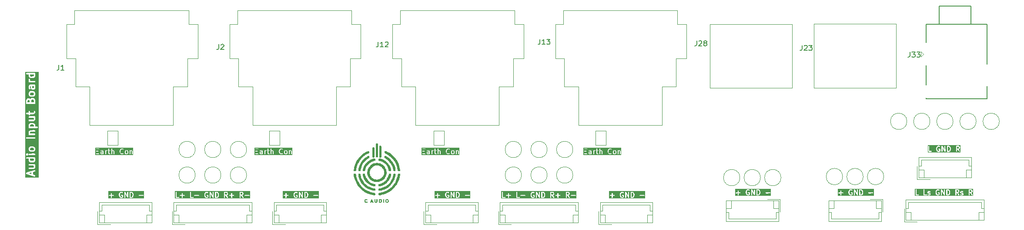
<source format=gbr>
%TF.GenerationSoftware,KiCad,Pcbnew,8.0.1*%
%TF.CreationDate,2024-04-12T14:20:23+02:00*%
%TF.ProjectId,C-Audio Input-Board (CIB),432d4175-6469-46f2-9049-6e7075742d42,rev?*%
%TF.SameCoordinates,Original*%
%TF.FileFunction,Legend,Top*%
%TF.FilePolarity,Positive*%
%FSLAX46Y46*%
G04 Gerber Fmt 4.6, Leading zero omitted, Abs format (unit mm)*
G04 Created by KiCad (PCBNEW 8.0.1) date 2024-04-12 14:20:23*
%MOMM*%
%LPD*%
G01*
G04 APERTURE LIST*
%ADD10C,0.300000*%
%ADD11C,0.200000*%
%ADD12C,0.150000*%
%ADD13C,0.000000*%
%ADD14C,0.120000*%
G04 APERTURE END LIST*
D10*
G36*
X51224226Y-84310700D02*
G01*
X50770695Y-84160424D01*
X51223055Y-84008737D01*
X51224226Y-84310700D01*
G37*
G36*
X51651119Y-81334489D02*
G01*
X51653086Y-81549486D01*
X51609975Y-81639099D01*
X51572984Y-81677764D01*
X51483434Y-81724259D01*
X51125800Y-81726510D01*
X51035788Y-81683207D01*
X50997126Y-81646219D01*
X50950536Y-81556487D01*
X50948569Y-81341491D01*
X50964429Y-81308524D01*
X51636980Y-81307256D01*
X51651119Y-81334489D01*
G37*
G36*
X51565866Y-79207769D02*
G01*
X51604532Y-79244760D01*
X51651206Y-79334657D01*
X51652908Y-79478428D01*
X51609975Y-79567670D01*
X51572984Y-79606335D01*
X51483434Y-79652830D01*
X51125800Y-79655081D01*
X51035788Y-79611778D01*
X50997126Y-79574790D01*
X50950449Y-79484889D01*
X50948747Y-79341119D01*
X50991679Y-79251878D01*
X51028671Y-79213213D01*
X51118223Y-79166717D01*
X51475855Y-79164466D01*
X51565866Y-79207769D01*
G37*
G36*
X51565866Y-74636340D02*
G01*
X51604532Y-74673331D01*
X51651119Y-74763059D01*
X51653086Y-74978057D01*
X51637226Y-75011024D01*
X50964676Y-75012292D01*
X50950536Y-74985058D01*
X50948569Y-74770061D01*
X50991679Y-74680449D01*
X51028671Y-74641784D01*
X51118223Y-74595288D01*
X51475855Y-74593037D01*
X51565866Y-74636340D01*
G37*
G36*
X50780152Y-69850625D02*
G01*
X50818816Y-69887615D01*
X50865286Y-69977116D01*
X50867029Y-70297247D01*
X50450025Y-70298033D01*
X50448319Y-69984866D01*
X50491680Y-69894735D01*
X50528671Y-69856069D01*
X50618882Y-69809231D01*
X50691579Y-69808014D01*
X50780152Y-69850625D01*
G37*
G36*
X51565867Y-69779197D02*
G01*
X51604531Y-69816187D01*
X51650979Y-69905647D01*
X51652851Y-70295766D01*
X51164303Y-70296687D01*
X51162562Y-69976884D01*
X51214795Y-69814076D01*
X51242956Y-69784641D01*
X51332854Y-69737966D01*
X51476625Y-69736264D01*
X51565867Y-69779197D01*
G37*
G36*
X51565866Y-68422054D02*
G01*
X51604532Y-68459045D01*
X51651206Y-68548942D01*
X51652908Y-68692713D01*
X51609975Y-68781955D01*
X51572984Y-68820620D01*
X51483434Y-68867115D01*
X51125800Y-68869366D01*
X51035788Y-68826063D01*
X50997126Y-68789075D01*
X50950449Y-68699174D01*
X50948747Y-68555404D01*
X50991679Y-68466163D01*
X51028671Y-68427498D01*
X51118223Y-68381002D01*
X51475855Y-68378751D01*
X51565866Y-68422054D01*
G37*
G36*
X51651064Y-67120097D02*
G01*
X51653200Y-67406392D01*
X51619520Y-67476401D01*
X51554202Y-67510314D01*
X51481505Y-67511531D01*
X51412770Y-67478464D01*
X51379163Y-67413736D01*
X51376905Y-67111055D01*
X51378222Y-67107106D01*
X51377305Y-67094207D01*
X51637145Y-67093288D01*
X51651064Y-67120097D01*
G37*
G36*
X51651119Y-64834488D02*
G01*
X51653086Y-65049485D01*
X51609975Y-65139098D01*
X51572984Y-65177763D01*
X51483434Y-65224258D01*
X51125800Y-65226509D01*
X51035788Y-65183206D01*
X50997126Y-65146218D01*
X50950536Y-65056486D01*
X50948569Y-64841490D01*
X50964429Y-64808523D01*
X51636980Y-64807255D01*
X51651119Y-64834488D01*
G37*
G36*
X52614613Y-84975264D02*
G01*
X49984161Y-84975264D01*
X49984161Y-84178535D01*
X50152006Y-84178535D01*
X50155395Y-84188702D01*
X50156155Y-84199394D01*
X50164566Y-84216217D01*
X50170514Y-84234059D01*
X50177536Y-84242155D01*
X50182329Y-84251741D01*
X50196537Y-84264064D01*
X50208861Y-84278273D01*
X50218446Y-84283065D01*
X50226543Y-84290088D01*
X50253394Y-84302076D01*
X51331843Y-84659416D01*
X51342993Y-84664035D01*
X51345782Y-84664035D01*
X51782068Y-84808597D01*
X51840448Y-84804447D01*
X51892795Y-84778273D01*
X51931142Y-84734059D01*
X51949651Y-84678535D01*
X51945501Y-84620155D01*
X51919328Y-84567807D01*
X51875113Y-84529460D01*
X51848262Y-84517472D01*
X51521839Y-84409313D01*
X51519901Y-83909198D01*
X51875113Y-83790088D01*
X51919328Y-83751741D01*
X51945501Y-83699393D01*
X51949651Y-83641013D01*
X51931142Y-83585489D01*
X51892795Y-83541275D01*
X51840448Y-83515101D01*
X51782068Y-83510951D01*
X51753394Y-83517471D01*
X50271557Y-84014365D01*
X50261208Y-84015101D01*
X50244600Y-84023404D01*
X50226543Y-84029460D01*
X50218446Y-84036482D01*
X50208861Y-84041275D01*
X50196537Y-84055483D01*
X50182329Y-84067807D01*
X50177536Y-84077392D01*
X50170514Y-84085489D01*
X50164566Y-84103330D01*
X50156155Y-84120154D01*
X50155395Y-84130845D01*
X50152006Y-84141013D01*
X50153339Y-84159774D01*
X50152006Y-84178535D01*
X49984161Y-84178535D01*
X49984161Y-83189039D01*
X50653710Y-83189039D01*
X50676108Y-83243111D01*
X50717492Y-83284495D01*
X50771564Y-83306893D01*
X50800828Y-83309775D01*
X51563225Y-83307078D01*
X51567780Y-83308597D01*
X51590503Y-83306982D01*
X51615806Y-83306893D01*
X51620783Y-83304831D01*
X51626161Y-83304449D01*
X51653624Y-83293939D01*
X51789515Y-83223382D01*
X51803684Y-83218660D01*
X51811249Y-83212098D01*
X51821368Y-83206845D01*
X51833692Y-83192633D01*
X51847899Y-83180313D01*
X51857220Y-83165505D01*
X51859714Y-83162630D01*
X51860483Y-83160321D01*
X51863564Y-83155428D01*
X51923470Y-83030902D01*
X51925548Y-83028825D01*
X51932226Y-83012702D01*
X51945502Y-82985107D01*
X51945883Y-82979731D01*
X51947946Y-82974753D01*
X51950828Y-82945489D01*
X51948553Y-82753255D01*
X51949650Y-82749965D01*
X51948287Y-82730786D01*
X51947946Y-82701939D01*
X51945883Y-82696960D01*
X51945502Y-82691585D01*
X51934992Y-82664122D01*
X51909936Y-82615865D01*
X51925548Y-82600254D01*
X51947946Y-82546182D01*
X51947946Y-82487654D01*
X51925548Y-82433582D01*
X51884164Y-82392198D01*
X51830092Y-82369800D01*
X51800828Y-82366918D01*
X50771564Y-82369800D01*
X50717492Y-82392198D01*
X50676108Y-82433582D01*
X50653710Y-82487654D01*
X50653710Y-82546182D01*
X50676108Y-82600254D01*
X50717492Y-82641638D01*
X50771564Y-82664036D01*
X50800828Y-82666918D01*
X51595501Y-82664692D01*
X51604532Y-82673332D01*
X51651206Y-82763229D01*
X51652908Y-82907000D01*
X51619520Y-82976403D01*
X51555030Y-83009886D01*
X50771564Y-83012657D01*
X50717492Y-83035055D01*
X50676108Y-83076439D01*
X50653710Y-83130511D01*
X50653710Y-83189039D01*
X49984161Y-83189039D01*
X49984161Y-81189039D01*
X50153710Y-81189039D01*
X50176108Y-81243111D01*
X50217492Y-81284495D01*
X50271564Y-81306893D01*
X50300828Y-81309775D01*
X50650887Y-81309115D01*
X50653236Y-81565892D01*
X50652006Y-81569585D01*
X50653457Y-81590008D01*
X50653710Y-81617610D01*
X50655773Y-81622590D01*
X50656155Y-81627965D01*
X50666664Y-81655428D01*
X50740675Y-81797974D01*
X50747536Y-81814537D01*
X50752270Y-81820306D01*
X50753758Y-81823171D01*
X50756752Y-81825768D01*
X50766190Y-81837268D01*
X50841343Y-81909169D01*
X50851718Y-81921131D01*
X50857941Y-81925048D01*
X50860349Y-81927352D01*
X50864008Y-81928867D01*
X50876603Y-81936796D01*
X51001128Y-81996702D01*
X51003206Y-81998780D01*
X51019328Y-82005458D01*
X51046924Y-82018734D01*
X51052299Y-82019115D01*
X51057278Y-82021178D01*
X51086542Y-82024060D01*
X51492225Y-82021506D01*
X51496352Y-82022882D01*
X51517997Y-82021344D01*
X51544378Y-82021178D01*
X51549356Y-82019115D01*
X51554732Y-82018734D01*
X51582196Y-82008224D01*
X51724737Y-81934215D01*
X51741306Y-81927353D01*
X51747076Y-81922617D01*
X51749939Y-81921131D01*
X51752535Y-81918137D01*
X51764037Y-81908698D01*
X51835938Y-81833542D01*
X51847899Y-81823170D01*
X51851816Y-81816946D01*
X51854121Y-81814538D01*
X51855637Y-81810876D01*
X51863564Y-81798285D01*
X51923470Y-81673759D01*
X51925548Y-81671682D01*
X51932226Y-81655559D01*
X51945502Y-81627964D01*
X51945883Y-81622588D01*
X51947946Y-81617610D01*
X51950828Y-81588346D01*
X51948419Y-81325086D01*
X51949650Y-81321394D01*
X51948198Y-81300965D01*
X51947946Y-81273368D01*
X51945883Y-81268389D01*
X51945502Y-81263014D01*
X51934992Y-81235551D01*
X51931480Y-81228788D01*
X51947946Y-81189039D01*
X51947946Y-81130511D01*
X51925548Y-81076439D01*
X51884164Y-81035055D01*
X51830092Y-81012657D01*
X51800828Y-81009775D01*
X50861820Y-81011544D01*
X50853496Y-81010953D01*
X50851663Y-81011563D01*
X50271564Y-81012657D01*
X50217492Y-81035055D01*
X50176108Y-81076439D01*
X50153710Y-81130511D01*
X50153710Y-81189039D01*
X49984161Y-81189039D01*
X49984161Y-80474753D01*
X50153710Y-80474753D01*
X50159054Y-80487653D01*
X50176107Y-80528824D01*
X50176108Y-80528825D01*
X50194763Y-80551556D01*
X50288921Y-80641637D01*
X50288922Y-80641638D01*
X50342994Y-80664035D01*
X50342995Y-80664035D01*
X50401520Y-80664035D01*
X50455592Y-80641638D01*
X50478323Y-80622983D01*
X50568406Y-80528825D01*
X50577682Y-80506427D01*
X50590803Y-80474753D01*
X50653710Y-80474753D01*
X50676108Y-80528825D01*
X50717492Y-80570209D01*
X50771564Y-80592607D01*
X50800828Y-80595489D01*
X51830092Y-80592607D01*
X51884164Y-80570209D01*
X51925548Y-80528825D01*
X51947946Y-80474753D01*
X51947946Y-80416225D01*
X51925548Y-80362153D01*
X51884164Y-80320769D01*
X51830092Y-80298371D01*
X51800828Y-80295489D01*
X50771564Y-80298371D01*
X50717492Y-80320769D01*
X50676108Y-80362153D01*
X50653710Y-80416225D01*
X50653710Y-80474753D01*
X50590803Y-80474753D01*
X50590803Y-80416225D01*
X50568406Y-80362155D01*
X50568406Y-80362154D01*
X50549752Y-80339424D01*
X50455593Y-80249340D01*
X50455592Y-80249339D01*
X50423918Y-80236219D01*
X50401521Y-80226942D01*
X50401520Y-80226942D01*
X50342994Y-80226942D01*
X50288922Y-80249339D01*
X50266191Y-80267994D01*
X50176107Y-80362154D01*
X50176107Y-80362155D01*
X50153710Y-80416225D01*
X50153710Y-80416226D01*
X50153710Y-80416227D01*
X50153710Y-80474753D01*
X49984161Y-80474753D01*
X49984161Y-79302631D01*
X50650828Y-79302631D01*
X50653102Y-79494865D01*
X50652006Y-79498156D01*
X50653368Y-79517328D01*
X50653710Y-79546181D01*
X50655773Y-79551161D01*
X50656155Y-79556536D01*
X50666664Y-79583999D01*
X50740675Y-79726545D01*
X50747536Y-79743108D01*
X50752270Y-79748877D01*
X50753758Y-79751742D01*
X50756752Y-79754339D01*
X50766190Y-79765839D01*
X50841343Y-79837740D01*
X50851718Y-79849702D01*
X50857941Y-79853619D01*
X50860349Y-79855923D01*
X50864008Y-79857438D01*
X50876603Y-79865367D01*
X51001128Y-79925273D01*
X51003206Y-79927351D01*
X51019328Y-79934029D01*
X51046924Y-79947305D01*
X51052299Y-79947686D01*
X51057278Y-79949749D01*
X51086542Y-79952631D01*
X51492225Y-79950077D01*
X51496352Y-79951453D01*
X51517997Y-79949915D01*
X51544378Y-79949749D01*
X51549356Y-79947686D01*
X51554732Y-79947305D01*
X51582196Y-79936795D01*
X51724737Y-79862786D01*
X51741306Y-79855924D01*
X51747076Y-79851188D01*
X51749939Y-79849702D01*
X51752535Y-79846708D01*
X51764037Y-79837269D01*
X51835938Y-79762113D01*
X51847899Y-79751741D01*
X51851816Y-79745517D01*
X51854121Y-79743109D01*
X51855637Y-79739447D01*
X51863564Y-79726856D01*
X51923470Y-79602330D01*
X51925548Y-79600253D01*
X51932226Y-79584130D01*
X51945502Y-79556535D01*
X51945883Y-79551159D01*
X51947946Y-79546181D01*
X51950828Y-79516917D01*
X51948553Y-79324683D01*
X51949650Y-79321393D01*
X51948287Y-79302214D01*
X51947946Y-79273367D01*
X51945883Y-79268388D01*
X51945502Y-79263013D01*
X51934992Y-79235550D01*
X51860983Y-79093007D01*
X51854120Y-79076438D01*
X51849384Y-79070667D01*
X51847899Y-79067807D01*
X51844907Y-79065212D01*
X51835465Y-79053707D01*
X51760318Y-78981814D01*
X51749939Y-78969847D01*
X51743710Y-78965926D01*
X51741305Y-78963625D01*
X51737648Y-78962110D01*
X51725053Y-78954182D01*
X51600528Y-78894275D01*
X51598450Y-78892197D01*
X51582318Y-78885515D01*
X51554733Y-78872244D01*
X51549358Y-78871862D01*
X51544378Y-78869799D01*
X51515114Y-78866917D01*
X51109430Y-78869470D01*
X51105303Y-78868095D01*
X51083663Y-78869632D01*
X51057278Y-78869799D01*
X51052297Y-78871862D01*
X51046923Y-78872244D01*
X51019459Y-78882753D01*
X50876916Y-78956763D01*
X50860349Y-78963625D01*
X50854577Y-78968361D01*
X50851717Y-78969847D01*
X50849121Y-78972839D01*
X50837619Y-78982280D01*
X50765722Y-79057429D01*
X50753758Y-79067806D01*
X50749839Y-79074031D01*
X50747536Y-79076439D01*
X50746020Y-79080098D01*
X50738093Y-79092692D01*
X50678186Y-79217216D01*
X50676108Y-79219295D01*
X50669426Y-79235426D01*
X50656155Y-79263012D01*
X50655773Y-79268386D01*
X50653710Y-79273367D01*
X50650828Y-79302631D01*
X49984161Y-79302631D01*
X49984161Y-77260467D01*
X50153710Y-77260467D01*
X50176108Y-77314539D01*
X50217492Y-77355923D01*
X50271564Y-77378321D01*
X50300828Y-77381203D01*
X51830092Y-77378321D01*
X51884164Y-77355923D01*
X51925548Y-77314539D01*
X51947946Y-77260467D01*
X51947946Y-77201939D01*
X51925548Y-77147867D01*
X51884164Y-77106483D01*
X51830092Y-77084085D01*
X51800828Y-77081203D01*
X50271564Y-77084085D01*
X50217492Y-77106483D01*
X50176108Y-77147867D01*
X50153710Y-77201939D01*
X50153710Y-77260467D01*
X49984161Y-77260467D01*
X49984161Y-76088345D01*
X50650828Y-76088345D01*
X50653102Y-76280579D01*
X50652006Y-76283870D01*
X50653368Y-76303042D01*
X50653710Y-76331895D01*
X50655773Y-76336875D01*
X50656155Y-76342250D01*
X50666664Y-76369713D01*
X50691719Y-76417969D01*
X50676108Y-76433581D01*
X50653710Y-76487653D01*
X50653710Y-76546181D01*
X50676108Y-76600253D01*
X50717492Y-76641637D01*
X50771564Y-76664035D01*
X50800828Y-76666917D01*
X51830092Y-76664035D01*
X51884164Y-76641637D01*
X51925548Y-76600253D01*
X51947946Y-76546181D01*
X51947946Y-76487653D01*
X51925548Y-76433581D01*
X51884164Y-76392197D01*
X51830092Y-76369799D01*
X51800828Y-76366917D01*
X51006155Y-76369142D01*
X50997126Y-76360504D01*
X50950449Y-76270603D01*
X50948747Y-76126833D01*
X50982135Y-76057431D01*
X51046625Y-76023948D01*
X51830092Y-76021178D01*
X51884164Y-75998780D01*
X51925548Y-75957396D01*
X51947946Y-75903324D01*
X51947946Y-75844796D01*
X51925548Y-75790724D01*
X51884164Y-75749340D01*
X51830092Y-75726942D01*
X51800828Y-75724060D01*
X51038430Y-75726756D01*
X51033876Y-75725238D01*
X51011152Y-75726852D01*
X50985850Y-75726942D01*
X50980871Y-75729004D01*
X50975496Y-75729386D01*
X50948033Y-75739896D01*
X50812143Y-75810450D01*
X50797973Y-75815174D01*
X50790405Y-75821736D01*
X50780290Y-75826989D01*
X50767969Y-75841195D01*
X50753758Y-75853520D01*
X50744435Y-75868330D01*
X50741943Y-75871204D01*
X50741173Y-75873511D01*
X50738093Y-75878406D01*
X50678186Y-76002930D01*
X50676108Y-76005009D01*
X50669426Y-76021140D01*
X50656155Y-76048726D01*
X50655773Y-76054100D01*
X50653710Y-76059081D01*
X50650828Y-76088345D01*
X49984161Y-76088345D01*
X49984161Y-74731202D01*
X50650828Y-74731202D01*
X50653236Y-74994463D01*
X50652006Y-74998156D01*
X50653457Y-75018579D01*
X50653710Y-75046181D01*
X50655773Y-75051161D01*
X50656155Y-75056536D01*
X50666664Y-75083999D01*
X50670174Y-75090761D01*
X50653710Y-75130510D01*
X50653710Y-75189038D01*
X50676108Y-75243110D01*
X50717492Y-75284494D01*
X50771564Y-75306892D01*
X50800828Y-75309774D01*
X51739835Y-75308004D01*
X51748162Y-75308596D01*
X51749994Y-75307985D01*
X52330092Y-75306892D01*
X52384164Y-75284494D01*
X52425548Y-75243110D01*
X52447946Y-75189038D01*
X52447946Y-75130510D01*
X52425548Y-75076438D01*
X52384164Y-75035054D01*
X52330092Y-75012656D01*
X52300828Y-75009774D01*
X51950768Y-75010433D01*
X51948419Y-74753656D01*
X51949650Y-74749964D01*
X51948198Y-74729535D01*
X51947946Y-74701938D01*
X51945883Y-74696959D01*
X51945502Y-74691584D01*
X51934992Y-74664121D01*
X51860983Y-74521578D01*
X51854120Y-74505009D01*
X51849384Y-74499238D01*
X51847899Y-74496378D01*
X51844907Y-74493783D01*
X51835465Y-74482278D01*
X51760318Y-74410385D01*
X51749939Y-74398418D01*
X51743710Y-74394497D01*
X51741305Y-74392196D01*
X51737648Y-74390681D01*
X51725053Y-74382753D01*
X51600528Y-74322846D01*
X51598450Y-74320768D01*
X51582318Y-74314086D01*
X51554733Y-74300815D01*
X51549358Y-74300433D01*
X51544378Y-74298370D01*
X51515114Y-74295488D01*
X51109430Y-74298041D01*
X51105303Y-74296666D01*
X51083663Y-74298203D01*
X51057278Y-74298370D01*
X51052297Y-74300433D01*
X51046923Y-74300815D01*
X51019459Y-74311324D01*
X50876916Y-74385334D01*
X50860349Y-74392196D01*
X50854577Y-74396932D01*
X50851717Y-74398418D01*
X50849121Y-74401410D01*
X50837619Y-74410851D01*
X50765722Y-74486000D01*
X50753758Y-74496377D01*
X50749839Y-74502602D01*
X50747536Y-74505010D01*
X50746020Y-74508669D01*
X50738093Y-74521263D01*
X50678186Y-74645787D01*
X50676108Y-74647866D01*
X50669426Y-74663997D01*
X50656155Y-74691583D01*
X50655773Y-74696957D01*
X50653710Y-74701938D01*
X50650828Y-74731202D01*
X49984161Y-74731202D01*
X49984161Y-73831895D01*
X50653710Y-73831895D01*
X50676108Y-73885967D01*
X50717492Y-73927351D01*
X50771564Y-73949749D01*
X50800828Y-73952631D01*
X51563225Y-73949934D01*
X51567780Y-73951453D01*
X51590503Y-73949838D01*
X51615806Y-73949749D01*
X51620783Y-73947687D01*
X51626161Y-73947305D01*
X51653624Y-73936795D01*
X51789515Y-73866238D01*
X51803684Y-73861516D01*
X51811249Y-73854954D01*
X51821368Y-73849701D01*
X51833692Y-73835489D01*
X51847899Y-73823169D01*
X51857220Y-73808361D01*
X51859714Y-73805486D01*
X51860483Y-73803177D01*
X51863564Y-73798284D01*
X51923470Y-73673758D01*
X51925548Y-73671681D01*
X51932226Y-73655558D01*
X51945502Y-73627963D01*
X51945883Y-73622587D01*
X51947946Y-73617609D01*
X51950828Y-73588345D01*
X51948553Y-73396111D01*
X51949650Y-73392821D01*
X51948287Y-73373642D01*
X51947946Y-73344795D01*
X51945883Y-73339816D01*
X51945502Y-73334441D01*
X51934992Y-73306978D01*
X51909936Y-73258721D01*
X51925548Y-73243110D01*
X51947946Y-73189038D01*
X51947946Y-73130510D01*
X51925548Y-73076438D01*
X51884164Y-73035054D01*
X51830092Y-73012656D01*
X51800828Y-73009774D01*
X50771564Y-73012656D01*
X50717492Y-73035054D01*
X50676108Y-73076438D01*
X50653710Y-73130510D01*
X50653710Y-73189038D01*
X50676108Y-73243110D01*
X50717492Y-73284494D01*
X50771564Y-73306892D01*
X50800828Y-73309774D01*
X51595501Y-73307548D01*
X51604532Y-73316188D01*
X51651206Y-73406085D01*
X51652908Y-73549856D01*
X51619520Y-73619259D01*
X51555030Y-73652742D01*
X50771564Y-73655513D01*
X50717492Y-73677911D01*
X50676108Y-73719295D01*
X50653710Y-73773367D01*
X50653710Y-73831895D01*
X49984161Y-73831895D01*
X49984161Y-72474752D01*
X50153710Y-72474752D01*
X50176108Y-72528824D01*
X50217492Y-72570208D01*
X50271564Y-72592606D01*
X50300828Y-72595488D01*
X50653257Y-72594715D01*
X50653710Y-72689037D01*
X50676108Y-72743109D01*
X50717492Y-72784493D01*
X50771564Y-72806891D01*
X50830092Y-72806891D01*
X50884164Y-72784493D01*
X50925548Y-72743109D01*
X50947946Y-72689037D01*
X50950828Y-72659773D01*
X50950512Y-72594064D01*
X51563015Y-72592721D01*
X51567780Y-72594310D01*
X51590997Y-72592660D01*
X51615806Y-72592606D01*
X51620783Y-72590544D01*
X51626161Y-72590162D01*
X51653624Y-72579652D01*
X51789515Y-72509095D01*
X51803684Y-72504373D01*
X51811249Y-72497811D01*
X51821368Y-72492558D01*
X51833692Y-72478346D01*
X51847899Y-72466026D01*
X51857220Y-72451218D01*
X51859714Y-72448343D01*
X51860483Y-72446034D01*
X51863564Y-72441141D01*
X51923470Y-72316615D01*
X51925548Y-72314538D01*
X51932226Y-72298415D01*
X51945502Y-72270820D01*
X51945883Y-72265444D01*
X51947946Y-72260466D01*
X51950828Y-72231202D01*
X51947946Y-72059081D01*
X51925548Y-72005009D01*
X51884164Y-71963625D01*
X51830092Y-71941227D01*
X51771564Y-71941227D01*
X51717492Y-71963625D01*
X51676108Y-72005009D01*
X51653710Y-72059081D01*
X51650828Y-72088345D01*
X51652586Y-72193381D01*
X51619520Y-72262116D01*
X51555112Y-72295556D01*
X50949086Y-72296885D01*
X50947946Y-72059081D01*
X50925548Y-72005009D01*
X50884164Y-71963625D01*
X50830092Y-71941227D01*
X50771564Y-71941227D01*
X50717492Y-71963625D01*
X50676108Y-72005009D01*
X50653710Y-72059081D01*
X50650828Y-72088345D01*
X50651831Y-72297536D01*
X50271564Y-72298370D01*
X50217492Y-72320768D01*
X50176108Y-72362152D01*
X50153710Y-72416224D01*
X50153710Y-72474752D01*
X49984161Y-72474752D01*
X49984161Y-69945488D01*
X50150828Y-69945488D01*
X50153710Y-70474752D01*
X50176108Y-70528824D01*
X50217492Y-70570208D01*
X50271564Y-70592606D01*
X50300828Y-70595488D01*
X51830092Y-70592606D01*
X51884164Y-70570208D01*
X51925548Y-70528824D01*
X51947946Y-70474752D01*
X51950828Y-70445488D01*
X51948197Y-69897178D01*
X51949650Y-69892821D01*
X51948069Y-69870579D01*
X51947946Y-69844795D01*
X51945883Y-69839816D01*
X51945502Y-69834441D01*
X51934992Y-69806978D01*
X51860986Y-69664440D01*
X51854121Y-69647867D01*
X51849383Y-69642094D01*
X51847899Y-69639235D01*
X51844907Y-69636640D01*
X51835466Y-69625136D01*
X51760315Y-69553238D01*
X51749939Y-69541274D01*
X51743713Y-69537355D01*
X51741306Y-69535052D01*
X51737646Y-69533536D01*
X51725053Y-69525609D01*
X51600527Y-69465702D01*
X51598450Y-69463625D01*
X51582327Y-69456946D01*
X51554732Y-69443671D01*
X51549356Y-69443289D01*
X51544378Y-69441227D01*
X51515114Y-69438345D01*
X51322880Y-69440619D01*
X51319590Y-69439523D01*
X51300411Y-69440885D01*
X51271564Y-69441227D01*
X51266585Y-69443289D01*
X51261210Y-69443671D01*
X51233747Y-69454181D01*
X51091209Y-69528186D01*
X51074636Y-69535052D01*
X51068863Y-69539789D01*
X51066004Y-69541274D01*
X51063409Y-69544265D01*
X51051905Y-69553707D01*
X50996276Y-69611851D01*
X50994575Y-69612703D01*
X50985960Y-69622635D01*
X50979516Y-69629370D01*
X50974602Y-69624668D01*
X50964225Y-69612703D01*
X50957999Y-69608784D01*
X50955593Y-69606482D01*
X50951934Y-69604966D01*
X50939339Y-69597038D01*
X50814814Y-69537131D01*
X50812736Y-69535053D01*
X50796604Y-69528371D01*
X50769019Y-69515100D01*
X50763644Y-69514718D01*
X50758664Y-69512655D01*
X50729400Y-69509773D01*
X50607873Y-69511807D01*
X50605303Y-69510951D01*
X50588738Y-69512128D01*
X50557278Y-69512655D01*
X50552297Y-69514718D01*
X50546923Y-69515100D01*
X50519459Y-69525609D01*
X50376911Y-69599621D01*
X50360349Y-69606482D01*
X50354580Y-69611216D01*
X50351717Y-69612703D01*
X50349119Y-69615697D01*
X50337618Y-69625137D01*
X50265725Y-69700283D01*
X50253758Y-69710663D01*
X50249837Y-69716891D01*
X50247536Y-69719297D01*
X50246021Y-69722953D01*
X50238093Y-69735549D01*
X50178186Y-69860073D01*
X50176108Y-69862152D01*
X50169426Y-69878283D01*
X50156155Y-69905869D01*
X50155773Y-69911243D01*
X50153710Y-69916224D01*
X50150828Y-69945488D01*
X49984161Y-69945488D01*
X49984161Y-68516916D01*
X50650828Y-68516916D01*
X50653102Y-68709150D01*
X50652006Y-68712441D01*
X50653368Y-68731613D01*
X50653710Y-68760466D01*
X50655773Y-68765446D01*
X50656155Y-68770821D01*
X50666664Y-68798284D01*
X50740675Y-68940830D01*
X50747536Y-68957393D01*
X50752270Y-68963162D01*
X50753758Y-68966027D01*
X50756752Y-68968624D01*
X50766190Y-68980124D01*
X50841343Y-69052025D01*
X50851718Y-69063987D01*
X50857941Y-69067904D01*
X50860349Y-69070208D01*
X50864008Y-69071723D01*
X50876603Y-69079652D01*
X51001128Y-69139558D01*
X51003206Y-69141636D01*
X51019328Y-69148314D01*
X51046924Y-69161590D01*
X51052299Y-69161971D01*
X51057278Y-69164034D01*
X51086542Y-69166916D01*
X51492225Y-69164362D01*
X51496352Y-69165738D01*
X51517997Y-69164200D01*
X51544378Y-69164034D01*
X51549356Y-69161971D01*
X51554732Y-69161590D01*
X51582196Y-69151080D01*
X51724737Y-69077071D01*
X51741306Y-69070209D01*
X51747076Y-69065473D01*
X51749939Y-69063987D01*
X51752535Y-69060993D01*
X51764037Y-69051554D01*
X51835938Y-68976398D01*
X51847899Y-68966026D01*
X51851816Y-68959802D01*
X51854121Y-68957394D01*
X51855637Y-68953732D01*
X51863564Y-68941141D01*
X51923470Y-68816615D01*
X51925548Y-68814538D01*
X51932226Y-68798415D01*
X51945502Y-68770820D01*
X51945883Y-68765444D01*
X51947946Y-68760466D01*
X51950828Y-68731202D01*
X51948553Y-68538968D01*
X51949650Y-68535678D01*
X51948287Y-68516499D01*
X51947946Y-68487652D01*
X51945883Y-68482673D01*
X51945502Y-68477298D01*
X51934992Y-68449835D01*
X51860983Y-68307292D01*
X51854120Y-68290723D01*
X51849384Y-68284952D01*
X51847899Y-68282092D01*
X51844907Y-68279497D01*
X51835465Y-68267992D01*
X51760318Y-68196099D01*
X51749939Y-68184132D01*
X51743710Y-68180211D01*
X51741305Y-68177910D01*
X51737648Y-68176395D01*
X51725053Y-68168467D01*
X51600528Y-68108560D01*
X51598450Y-68106482D01*
X51582318Y-68099800D01*
X51554733Y-68086529D01*
X51549358Y-68086147D01*
X51544378Y-68084084D01*
X51515114Y-68081202D01*
X51109430Y-68083755D01*
X51105303Y-68082380D01*
X51083663Y-68083917D01*
X51057278Y-68084084D01*
X51052297Y-68086147D01*
X51046923Y-68086529D01*
X51019459Y-68097038D01*
X50876916Y-68171048D01*
X50860349Y-68177910D01*
X50854577Y-68182646D01*
X50851717Y-68184132D01*
X50849121Y-68187124D01*
X50837619Y-68196565D01*
X50765722Y-68271714D01*
X50753758Y-68282091D01*
X50749839Y-68288316D01*
X50747536Y-68290724D01*
X50746020Y-68294383D01*
X50738093Y-68306977D01*
X50678186Y-68431501D01*
X50676108Y-68433580D01*
X50669426Y-68449711D01*
X50656155Y-68477297D01*
X50655773Y-68482671D01*
X50653710Y-68487652D01*
X50650828Y-68516916D01*
X49984161Y-68516916D01*
X49984161Y-67159773D01*
X50650828Y-67159773D01*
X50653236Y-67423034D01*
X50652006Y-67426727D01*
X50653457Y-67447150D01*
X50653710Y-67474752D01*
X50655773Y-67479732D01*
X50656155Y-67485107D01*
X50666664Y-67512570D01*
X50753758Y-67680313D01*
X50797973Y-67718659D01*
X50853496Y-67737167D01*
X50911876Y-67733018D01*
X50964225Y-67706844D01*
X51002572Y-67662628D01*
X51021079Y-67607106D01*
X51016930Y-67548726D01*
X51006421Y-67521262D01*
X50950536Y-67413629D01*
X50948569Y-67198632D01*
X50982135Y-67128859D01*
X51046625Y-67095376D01*
X51066764Y-67095305D01*
X51079636Y-67120098D01*
X51081894Y-67422777D01*
X51080578Y-67426726D01*
X51082081Y-67447888D01*
X51082282Y-67474752D01*
X51084344Y-67479730D01*
X51084726Y-67485106D01*
X51095236Y-67512570D01*
X51165790Y-67648460D01*
X51170514Y-67662629D01*
X51177075Y-67670194D01*
X51182329Y-67680313D01*
X51196540Y-67692637D01*
X51208861Y-67706844D01*
X51223668Y-67716165D01*
X51226544Y-67718659D01*
X51228852Y-67719428D01*
X51233746Y-67722509D01*
X51358271Y-67782415D01*
X51360349Y-67784493D01*
X51376471Y-67791171D01*
X51404067Y-67804447D01*
X51409442Y-67804828D01*
X51414421Y-67806891D01*
X51443685Y-67809773D01*
X51565209Y-67807738D01*
X51567780Y-67808595D01*
X51584349Y-67807417D01*
X51615806Y-67806891D01*
X51620784Y-67804828D01*
X51626160Y-67804447D01*
X51653623Y-67793937D01*
X51789512Y-67723383D01*
X51803684Y-67718659D01*
X51811251Y-67712096D01*
X51821367Y-67706844D01*
X51833691Y-67692634D01*
X51847899Y-67680312D01*
X51857218Y-67665507D01*
X51859714Y-67662630D01*
X51860484Y-67660319D01*
X51863564Y-67655427D01*
X51923470Y-67530901D01*
X51925548Y-67528824D01*
X51932226Y-67512701D01*
X51945502Y-67485106D01*
X51945883Y-67479730D01*
X51947946Y-67474752D01*
X51950828Y-67445488D01*
X51948333Y-67111055D01*
X51949650Y-67107107D01*
X51948146Y-67085944D01*
X51947946Y-67059081D01*
X51945883Y-67054102D01*
X51945502Y-67048727D01*
X51934992Y-67021264D01*
X51931480Y-67014501D01*
X51947946Y-66974752D01*
X51947946Y-66916224D01*
X51925548Y-66862152D01*
X51884164Y-66820768D01*
X51830092Y-66798370D01*
X51800828Y-66795488D01*
X51179786Y-66797684D01*
X51176732Y-66796666D01*
X51161495Y-66797748D01*
X51038430Y-66798184D01*
X51033876Y-66796666D01*
X51011152Y-66798280D01*
X50985850Y-66798370D01*
X50980871Y-66800432D01*
X50975496Y-66800814D01*
X50948033Y-66811324D01*
X50812143Y-66881878D01*
X50797973Y-66886602D01*
X50790405Y-66893164D01*
X50780290Y-66898417D01*
X50767969Y-66912623D01*
X50753758Y-66924948D01*
X50744435Y-66939758D01*
X50741943Y-66942632D01*
X50741173Y-66944939D01*
X50738093Y-66949834D01*
X50678186Y-67074358D01*
X50676108Y-67076437D01*
X50669426Y-67092568D01*
X50656155Y-67120154D01*
X50655773Y-67125528D01*
X50653710Y-67130509D01*
X50650828Y-67159773D01*
X49984161Y-67159773D01*
X49984161Y-65802630D01*
X50650828Y-65802630D01*
X50652862Y-65924154D01*
X50652006Y-65926725D01*
X50653183Y-65943294D01*
X50653710Y-65974751D01*
X50655771Y-65979728D01*
X50656154Y-65985106D01*
X50666664Y-66012569D01*
X50716131Y-66107842D01*
X50676108Y-66147866D01*
X50653710Y-66201938D01*
X50653710Y-66260466D01*
X50676108Y-66314538D01*
X50717492Y-66355922D01*
X50771564Y-66378320D01*
X50800828Y-66381202D01*
X51830092Y-66378320D01*
X51884164Y-66355922D01*
X51925548Y-66314538D01*
X51947946Y-66260466D01*
X51947946Y-66201938D01*
X51925548Y-66147866D01*
X51884164Y-66106482D01*
X51830092Y-66084084D01*
X51800828Y-66081202D01*
X51124642Y-66083095D01*
X51035789Y-66040349D01*
X50997125Y-66003359D01*
X50950286Y-65913147D01*
X50947946Y-65773366D01*
X50925548Y-65719294D01*
X50884164Y-65677910D01*
X50830092Y-65655512D01*
X50771564Y-65655512D01*
X50717492Y-65677910D01*
X50676108Y-65719294D01*
X50653710Y-65773366D01*
X50650828Y-65802630D01*
X49984161Y-65802630D01*
X49984161Y-64689038D01*
X50153710Y-64689038D01*
X50176108Y-64743110D01*
X50217492Y-64784494D01*
X50271564Y-64806892D01*
X50300828Y-64809774D01*
X50650887Y-64809114D01*
X50653236Y-65065891D01*
X50652006Y-65069584D01*
X50653457Y-65090007D01*
X50653710Y-65117609D01*
X50655773Y-65122589D01*
X50656155Y-65127964D01*
X50666664Y-65155427D01*
X50740675Y-65297973D01*
X50747536Y-65314536D01*
X50752270Y-65320305D01*
X50753758Y-65323170D01*
X50756752Y-65325767D01*
X50766190Y-65337267D01*
X50841343Y-65409168D01*
X50851718Y-65421130D01*
X50857941Y-65425047D01*
X50860349Y-65427351D01*
X50864008Y-65428866D01*
X50876603Y-65436795D01*
X51001128Y-65496701D01*
X51003206Y-65498779D01*
X51019328Y-65505457D01*
X51046924Y-65518733D01*
X51052299Y-65519114D01*
X51057278Y-65521177D01*
X51086542Y-65524059D01*
X51492225Y-65521505D01*
X51496352Y-65522881D01*
X51517997Y-65521343D01*
X51544378Y-65521177D01*
X51549356Y-65519114D01*
X51554732Y-65518733D01*
X51582196Y-65508223D01*
X51724737Y-65434214D01*
X51741306Y-65427352D01*
X51747076Y-65422616D01*
X51749939Y-65421130D01*
X51752535Y-65418136D01*
X51764037Y-65408697D01*
X51835938Y-65333541D01*
X51847899Y-65323169D01*
X51851816Y-65316945D01*
X51854121Y-65314537D01*
X51855637Y-65310875D01*
X51863564Y-65298284D01*
X51923470Y-65173758D01*
X51925548Y-65171681D01*
X51932226Y-65155558D01*
X51945502Y-65127963D01*
X51945883Y-65122587D01*
X51947946Y-65117609D01*
X51950828Y-65088345D01*
X51948419Y-64825085D01*
X51949650Y-64821393D01*
X51948198Y-64800964D01*
X51947946Y-64773367D01*
X51945883Y-64768388D01*
X51945502Y-64763013D01*
X51934992Y-64735550D01*
X51931480Y-64728787D01*
X51947946Y-64689038D01*
X51947946Y-64630510D01*
X51925548Y-64576438D01*
X51884164Y-64535054D01*
X51830092Y-64512656D01*
X51800828Y-64509774D01*
X50861820Y-64511543D01*
X50853496Y-64510952D01*
X50851663Y-64511562D01*
X50271564Y-64512656D01*
X50217492Y-64535054D01*
X50176108Y-64576438D01*
X50153710Y-64630510D01*
X50153710Y-64689038D01*
X49984161Y-64689038D01*
X49984161Y-64343107D01*
X52614613Y-64343107D01*
X52614613Y-84975264D01*
G37*
D11*
G36*
X87361599Y-88000198D02*
G01*
X87428740Y-88065685D01*
X87464360Y-88134289D01*
X87507839Y-88301856D01*
X87509245Y-88420664D01*
X87469005Y-88587936D01*
X87433083Y-88662606D01*
X87365774Y-88731614D01*
X87262592Y-88767307D01*
X87136153Y-88768250D01*
X87134642Y-87966485D01*
X87253754Y-87965597D01*
X87361599Y-88000198D01*
G37*
G36*
X89213031Y-87994453D02*
G01*
X89238808Y-88019115D01*
X89269925Y-88079046D01*
X89271059Y-88174893D01*
X89242437Y-88234388D01*
X89217779Y-88260161D01*
X89158136Y-88291129D01*
X89037882Y-88291705D01*
X89034172Y-88291051D01*
X89031068Y-88291738D01*
X88897161Y-88292380D01*
X88896548Y-87966747D01*
X89152884Y-87965517D01*
X89213031Y-87994453D01*
G37*
G36*
X92213031Y-87994453D02*
G01*
X92238808Y-88019115D01*
X92269925Y-88079046D01*
X92271059Y-88174893D01*
X92242437Y-88234388D01*
X92217779Y-88260161D01*
X92158136Y-88291129D01*
X92037882Y-88291705D01*
X92034172Y-88291051D01*
X92031068Y-88291738D01*
X91897161Y-88292380D01*
X91896548Y-87966747D01*
X92152884Y-87965517D01*
X92213031Y-87994453D01*
G37*
G36*
X93769340Y-89078330D02*
G01*
X79158562Y-89078330D01*
X79158562Y-87867219D01*
X79269673Y-87867219D01*
X79271594Y-88886728D01*
X79286526Y-88922776D01*
X79314116Y-88950366D01*
X79350164Y-88965298D01*
X79369673Y-88967219D01*
X79865372Y-88965298D01*
X79901420Y-88950366D01*
X79929010Y-88922776D01*
X79943942Y-88886728D01*
X79943942Y-88847710D01*
X79929010Y-88811662D01*
X79901420Y-88784072D01*
X79865372Y-88769140D01*
X79845863Y-88767219D01*
X79469487Y-88768677D01*
X79468992Y-88505775D01*
X80081118Y-88505775D01*
X80096050Y-88541823D01*
X80123640Y-88569413D01*
X80159688Y-88584345D01*
X80179197Y-88586266D01*
X80461329Y-88585572D01*
X80462070Y-88886728D01*
X80477002Y-88922776D01*
X80504592Y-88950366D01*
X80540640Y-88965298D01*
X80579658Y-88965298D01*
X80615706Y-88950366D01*
X80643296Y-88922776D01*
X80658228Y-88886728D01*
X80660149Y-88867219D01*
X80659455Y-88585085D01*
X80960611Y-88584345D01*
X80996659Y-88569413D01*
X81024249Y-88541823D01*
X81039181Y-88505775D01*
X81039181Y-88466757D01*
X81024249Y-88430709D01*
X80996659Y-88403119D01*
X80960611Y-88388187D01*
X80941102Y-88386266D01*
X80658968Y-88386959D01*
X80658228Y-88085805D01*
X80643296Y-88049757D01*
X80615706Y-88022167D01*
X80579658Y-88007235D01*
X80540640Y-88007235D01*
X80504592Y-88022167D01*
X80477002Y-88049757D01*
X80462070Y-88085805D01*
X80460149Y-88105314D01*
X80460842Y-88387446D01*
X80159688Y-88388187D01*
X80123640Y-88403119D01*
X80096050Y-88430709D01*
X80081118Y-88466757D01*
X80081118Y-88505775D01*
X79468992Y-88505775D01*
X79467789Y-87867219D01*
X82079197Y-87867219D01*
X82081118Y-88886728D01*
X82096050Y-88922776D01*
X82123640Y-88950366D01*
X82159688Y-88965298D01*
X82179197Y-88967219D01*
X82674896Y-88965298D01*
X82710944Y-88950366D01*
X82738534Y-88922776D01*
X82753466Y-88886728D01*
X82753466Y-88847710D01*
X82738534Y-88811662D01*
X82710944Y-88784072D01*
X82674896Y-88769140D01*
X82655387Y-88767219D01*
X82279011Y-88768677D01*
X82278516Y-88505775D01*
X82890642Y-88505775D01*
X82905574Y-88541823D01*
X82933164Y-88569413D01*
X82969212Y-88584345D01*
X82988721Y-88586266D01*
X83770135Y-88584345D01*
X83806183Y-88569413D01*
X83833773Y-88541823D01*
X83848705Y-88505775D01*
X83848705Y-88466757D01*
X83833773Y-88430709D01*
X83806183Y-88403119D01*
X83770135Y-88388187D01*
X83750626Y-88386266D01*
X82969212Y-88388187D01*
X82933164Y-88403119D01*
X82905574Y-88430709D01*
X82890642Y-88466757D01*
X82890642Y-88505775D01*
X82278516Y-88505775D01*
X82278120Y-88295790D01*
X84841102Y-88295790D01*
X84842729Y-88433363D01*
X84841220Y-88443508D01*
X84842991Y-88455486D01*
X84843023Y-88458156D01*
X84843587Y-88459519D01*
X84844088Y-88462901D01*
X84891592Y-88645980D01*
X84892272Y-88655536D01*
X84897863Y-88670148D01*
X84898302Y-88671837D01*
X84898732Y-88672417D01*
X84899278Y-88673844D01*
X84948614Y-88768866D01*
X84953192Y-88779918D01*
X84956350Y-88783766D01*
X84957340Y-88785672D01*
X84959334Y-88787401D01*
X84965629Y-88795071D01*
X85051574Y-88878902D01*
X85052579Y-88880912D01*
X85062103Y-88889172D01*
X85076020Y-88902747D01*
X85079339Y-88904122D01*
X85082055Y-88906477D01*
X85099955Y-88914468D01*
X85243039Y-88960374D01*
X85254926Y-88965298D01*
X85259918Y-88965789D01*
X85261927Y-88966434D01*
X85264561Y-88966246D01*
X85274435Y-88967219D01*
X85370577Y-88965609D01*
X85382180Y-88966434D01*
X85387016Y-88965334D01*
X85389182Y-88965298D01*
X85391624Y-88964286D01*
X85401296Y-88962087D01*
X85529673Y-88917678D01*
X85532040Y-88917678D01*
X85544032Y-88912710D01*
X85562053Y-88906477D01*
X85564768Y-88904122D01*
X85568088Y-88902747D01*
X85583241Y-88890310D01*
X85643297Y-88827537D01*
X85658228Y-88791488D01*
X85660149Y-88771980D01*
X85658228Y-88419138D01*
X85643296Y-88383090D01*
X85615706Y-88355500D01*
X85579658Y-88340568D01*
X85560149Y-88338647D01*
X85350164Y-88340568D01*
X85314116Y-88355500D01*
X85286526Y-88383090D01*
X85271594Y-88419138D01*
X85271594Y-88458156D01*
X85286526Y-88494204D01*
X85314116Y-88521794D01*
X85350164Y-88536726D01*
X85369673Y-88538647D01*
X85460688Y-88537814D01*
X85461736Y-88730224D01*
X85460107Y-88731927D01*
X85357496Y-88767422D01*
X85294009Y-88768485D01*
X85187269Y-88734240D01*
X85120130Y-88668752D01*
X85084509Y-88600145D01*
X85041030Y-88432580D01*
X85039624Y-88313773D01*
X85079864Y-88146500D01*
X85115786Y-88071830D01*
X85183093Y-88002824D01*
X85286432Y-87967077D01*
X85391633Y-87965832D01*
X85486117Y-88011287D01*
X85525037Y-88014053D01*
X85562053Y-88001714D01*
X85591530Y-87976149D01*
X85608979Y-87941251D01*
X85611744Y-87902331D01*
X85600041Y-87867219D01*
X85888721Y-87867219D01*
X85890642Y-88886728D01*
X85905574Y-88922776D01*
X85933164Y-88950366D01*
X85969212Y-88965298D01*
X86008230Y-88965298D01*
X86044278Y-88950366D01*
X86071868Y-88922776D01*
X86086800Y-88886728D01*
X86088721Y-88867219D01*
X86087540Y-88240475D01*
X86472038Y-88910793D01*
X86477002Y-88922776D01*
X86481481Y-88927255D01*
X86484672Y-88932818D01*
X86495188Y-88940962D01*
X86504592Y-88950366D01*
X86510479Y-88952804D01*
X86515521Y-88956709D01*
X86528353Y-88960208D01*
X86540640Y-88965298D01*
X86547016Y-88965298D01*
X86553165Y-88966975D01*
X86566358Y-88965298D01*
X86579658Y-88965298D01*
X86585546Y-88962858D01*
X86591871Y-88962055D01*
X86603420Y-88955454D01*
X86615706Y-88950366D01*
X86620213Y-88945858D01*
X86625748Y-88942696D01*
X86633892Y-88932179D01*
X86643296Y-88922776D01*
X86645734Y-88916888D01*
X86649639Y-88911847D01*
X86653138Y-88899014D01*
X86658228Y-88886728D01*
X86659210Y-88876750D01*
X86659905Y-88874204D01*
X86659654Y-88872236D01*
X86660149Y-88867219D01*
X86658265Y-87867219D01*
X86936340Y-87867219D01*
X86938261Y-88886728D01*
X86953193Y-88922776D01*
X86980783Y-88950366D01*
X87016831Y-88965298D01*
X87036340Y-88967219D01*
X87273140Y-88965453D01*
X87286942Y-88966434D01*
X87291869Y-88965313D01*
X87293944Y-88965298D01*
X87296386Y-88964286D01*
X87306058Y-88962087D01*
X87434435Y-88917678D01*
X87436802Y-88917678D01*
X87448794Y-88912710D01*
X87466815Y-88906477D01*
X87469530Y-88904122D01*
X87472850Y-88902747D01*
X87488003Y-88890310D01*
X87582020Y-88793920D01*
X87591530Y-88785673D01*
X87594196Y-88781437D01*
X87595678Y-88779918D01*
X87596689Y-88777476D01*
X87601973Y-88769082D01*
X87645401Y-88678810D01*
X87650568Y-88671837D01*
X87655796Y-88657202D01*
X87656598Y-88655536D01*
X87656649Y-88654815D01*
X87657163Y-88653377D01*
X87701742Y-88468064D01*
X87705847Y-88458156D01*
X87707039Y-88446046D01*
X87707650Y-88443508D01*
X87707432Y-88442049D01*
X87707768Y-88438647D01*
X87706140Y-88301073D01*
X87707650Y-88290929D01*
X87705878Y-88278950D01*
X87705847Y-88276281D01*
X87705282Y-88274917D01*
X87704782Y-88271536D01*
X87657277Y-88088456D01*
X87656598Y-88078901D01*
X87651005Y-88064285D01*
X87650568Y-88062600D01*
X87650138Y-88062020D01*
X87649592Y-88060592D01*
X87600249Y-87965558D01*
X87595677Y-87954519D01*
X87592521Y-87950674D01*
X87591530Y-87948764D01*
X87589532Y-87947031D01*
X87583241Y-87939365D01*
X87509274Y-87867219D01*
X88698245Y-87867219D01*
X88700166Y-88886728D01*
X88715098Y-88922776D01*
X88742688Y-88950366D01*
X88778736Y-88965298D01*
X88817754Y-88965298D01*
X88853802Y-88950366D01*
X88881392Y-88922776D01*
X88896324Y-88886728D01*
X88898245Y-88867219D01*
X88897535Y-88490551D01*
X88983850Y-88490137D01*
X89300511Y-88939446D01*
X89333416Y-88960415D01*
X89371841Y-88967196D01*
X89409935Y-88958756D01*
X89441900Y-88936381D01*
X89462869Y-88903476D01*
X89469650Y-88865052D01*
X89461210Y-88826957D01*
X89451596Y-88809873D01*
X89237276Y-88505775D01*
X89700166Y-88505775D01*
X89715098Y-88541823D01*
X89742688Y-88569413D01*
X89778736Y-88584345D01*
X89798245Y-88586266D01*
X90080377Y-88585572D01*
X90081118Y-88886728D01*
X90096050Y-88922776D01*
X90123640Y-88950366D01*
X90159688Y-88965298D01*
X90198706Y-88965298D01*
X90234754Y-88950366D01*
X90262344Y-88922776D01*
X90277276Y-88886728D01*
X90279197Y-88867219D01*
X90278503Y-88585085D01*
X90579659Y-88584345D01*
X90615707Y-88569413D01*
X90643297Y-88541823D01*
X90658229Y-88505775D01*
X90658229Y-88466757D01*
X90643297Y-88430709D01*
X90615707Y-88403119D01*
X90579659Y-88388187D01*
X90560150Y-88386266D01*
X90278016Y-88386959D01*
X90277276Y-88085805D01*
X90262344Y-88049757D01*
X90234754Y-88022167D01*
X90198706Y-88007235D01*
X90159688Y-88007235D01*
X90123640Y-88022167D01*
X90096050Y-88049757D01*
X90081118Y-88085805D01*
X90079197Y-88105314D01*
X90079890Y-88387446D01*
X89778736Y-88388187D01*
X89742688Y-88403119D01*
X89715098Y-88430709D01*
X89700166Y-88466757D01*
X89700166Y-88505775D01*
X89237276Y-88505775D01*
X89220393Y-88481819D01*
X89223918Y-88480471D01*
X89318947Y-88431130D01*
X89329992Y-88426556D01*
X89333838Y-88423399D01*
X89335746Y-88422409D01*
X89337475Y-88420414D01*
X89345146Y-88414120D01*
X89393079Y-88364017D01*
X89401054Y-88357102D01*
X89403665Y-88352952D01*
X89405201Y-88351348D01*
X89406211Y-88348907D01*
X89411497Y-88340511D01*
X89451435Y-88257493D01*
X89452820Y-88256109D01*
X89457272Y-88245359D01*
X89466122Y-88226965D01*
X89466376Y-88223381D01*
X89467752Y-88220061D01*
X89469673Y-88200552D01*
X89468156Y-88072395D01*
X89468888Y-88070202D01*
X89467979Y-88057419D01*
X89467752Y-88038186D01*
X89466376Y-88034865D01*
X89466122Y-88031282D01*
X89459116Y-88012973D01*
X89409773Y-87917939D01*
X89405201Y-87906899D01*
X89402045Y-87903053D01*
X89401054Y-87901145D01*
X89399056Y-87899412D01*
X89392764Y-87891746D01*
X89367127Y-87867219D01*
X91698245Y-87867219D01*
X91700166Y-88886728D01*
X91715098Y-88922776D01*
X91742688Y-88950366D01*
X91778736Y-88965298D01*
X91817754Y-88965298D01*
X91853802Y-88950366D01*
X91881392Y-88922776D01*
X91896324Y-88886728D01*
X91898245Y-88867219D01*
X91897535Y-88490551D01*
X91983850Y-88490137D01*
X92300511Y-88939446D01*
X92333416Y-88960415D01*
X92371841Y-88967196D01*
X92409935Y-88958756D01*
X92441900Y-88936381D01*
X92462869Y-88903476D01*
X92469650Y-88865052D01*
X92461210Y-88826957D01*
X92451596Y-88809873D01*
X92237276Y-88505775D01*
X92700166Y-88505775D01*
X92715098Y-88541823D01*
X92742688Y-88569413D01*
X92778736Y-88584345D01*
X92798245Y-88586266D01*
X93579659Y-88584345D01*
X93615707Y-88569413D01*
X93643297Y-88541823D01*
X93658229Y-88505775D01*
X93658229Y-88466757D01*
X93643297Y-88430709D01*
X93615707Y-88403119D01*
X93579659Y-88388187D01*
X93560150Y-88386266D01*
X92778736Y-88388187D01*
X92742688Y-88403119D01*
X92715098Y-88430709D01*
X92700166Y-88466757D01*
X92700166Y-88505775D01*
X92237276Y-88505775D01*
X92220393Y-88481819D01*
X92223918Y-88480471D01*
X92318947Y-88431130D01*
X92329992Y-88426556D01*
X92333838Y-88423399D01*
X92335746Y-88422409D01*
X92337475Y-88420414D01*
X92345146Y-88414120D01*
X92393079Y-88364017D01*
X92401054Y-88357102D01*
X92403665Y-88352952D01*
X92405201Y-88351348D01*
X92406211Y-88348907D01*
X92411497Y-88340511D01*
X92451435Y-88257493D01*
X92452820Y-88256109D01*
X92457272Y-88245359D01*
X92466122Y-88226965D01*
X92466376Y-88223381D01*
X92467752Y-88220061D01*
X92469673Y-88200552D01*
X92468156Y-88072395D01*
X92468888Y-88070202D01*
X92467979Y-88057419D01*
X92467752Y-88038186D01*
X92466376Y-88034865D01*
X92466122Y-88031282D01*
X92459116Y-88012973D01*
X92409773Y-87917939D01*
X92405201Y-87906899D01*
X92402045Y-87903053D01*
X92401054Y-87901145D01*
X92399056Y-87899412D01*
X92392764Y-87891746D01*
X92342663Y-87843814D01*
X92335746Y-87835838D01*
X92331596Y-87833225D01*
X92329992Y-87831691D01*
X92327552Y-87830680D01*
X92319156Y-87825395D01*
X92236138Y-87785456D01*
X92234754Y-87784072D01*
X92224004Y-87779619D01*
X92205610Y-87770770D01*
X92202026Y-87770515D01*
X92198706Y-87769140D01*
X92179197Y-87767219D01*
X91778736Y-87769140D01*
X91742688Y-87784072D01*
X91715098Y-87811662D01*
X91700166Y-87847710D01*
X91698245Y-87867219D01*
X89367127Y-87867219D01*
X89342663Y-87843814D01*
X89335746Y-87835838D01*
X89331596Y-87833225D01*
X89329992Y-87831691D01*
X89327552Y-87830680D01*
X89319156Y-87825395D01*
X89236138Y-87785456D01*
X89234754Y-87784072D01*
X89224004Y-87779619D01*
X89205610Y-87770770D01*
X89202026Y-87770515D01*
X89198706Y-87769140D01*
X89179197Y-87767219D01*
X88778736Y-87769140D01*
X88742688Y-87784072D01*
X88715098Y-87811662D01*
X88700166Y-87847710D01*
X88698245Y-87867219D01*
X87509274Y-87867219D01*
X87497296Y-87855536D01*
X87496291Y-87853526D01*
X87486761Y-87845260D01*
X87472849Y-87831691D01*
X87469530Y-87830316D01*
X87466815Y-87827961D01*
X87448914Y-87819970D01*
X87305834Y-87774065D01*
X87293944Y-87769140D01*
X87288950Y-87768648D01*
X87286942Y-87768004D01*
X87284308Y-87768191D01*
X87274435Y-87767219D01*
X87016831Y-87769140D01*
X86980783Y-87784072D01*
X86953193Y-87811662D01*
X86938261Y-87847710D01*
X86936340Y-87867219D01*
X86658265Y-87867219D01*
X86658228Y-87847710D01*
X86643296Y-87811662D01*
X86615706Y-87784072D01*
X86579658Y-87769140D01*
X86540640Y-87769140D01*
X86504592Y-87784072D01*
X86477002Y-87811662D01*
X86462070Y-87847710D01*
X86460149Y-87867219D01*
X86461329Y-88493962D01*
X86076831Y-87823644D01*
X86071868Y-87811662D01*
X86067388Y-87807182D01*
X86064198Y-87801620D01*
X86053683Y-87793477D01*
X86044278Y-87784072D01*
X86038387Y-87781632D01*
X86033349Y-87777730D01*
X86020520Y-87774231D01*
X86008230Y-87769140D01*
X86001855Y-87769140D01*
X85995706Y-87767463D01*
X85982513Y-87769140D01*
X85969212Y-87769140D01*
X85963323Y-87771579D01*
X85956999Y-87772383D01*
X85945449Y-87778983D01*
X85933164Y-87784072D01*
X85928656Y-87788579D01*
X85923122Y-87791742D01*
X85914979Y-87802256D01*
X85905574Y-87811662D01*
X85903134Y-87817552D01*
X85899232Y-87822591D01*
X85895733Y-87835419D01*
X85890642Y-87847710D01*
X85889659Y-87857687D01*
X85888965Y-87860234D01*
X85889215Y-87862201D01*
X85888721Y-87867219D01*
X85600041Y-87867219D01*
X85599406Y-87865315D01*
X85573841Y-87835838D01*
X85557251Y-87825395D01*
X85474233Y-87785456D01*
X85472849Y-87784072D01*
X85462099Y-87779619D01*
X85443705Y-87770770D01*
X85440121Y-87770515D01*
X85436801Y-87769140D01*
X85417292Y-87767219D01*
X85274631Y-87768906D01*
X85261927Y-87768004D01*
X85257041Y-87769114D01*
X85254926Y-87769140D01*
X85252484Y-87770151D01*
X85242812Y-87772351D01*
X85114438Y-87816759D01*
X85112069Y-87816759D01*
X85100072Y-87821728D01*
X85082055Y-87827961D01*
X85079339Y-87830316D01*
X85076021Y-87831691D01*
X85060867Y-87844127D01*
X84966850Y-87940516D01*
X84957340Y-87948765D01*
X84954673Y-87953001D01*
X84953193Y-87954519D01*
X84952182Y-87956958D01*
X84946897Y-87965355D01*
X84903468Y-88055626D01*
X84898302Y-88062600D01*
X84893074Y-88077232D01*
X84892272Y-88078901D01*
X84892220Y-88079623D01*
X84891707Y-88081061D01*
X84847127Y-88266371D01*
X84843023Y-88276281D01*
X84841830Y-88288390D01*
X84841220Y-88290929D01*
X84841437Y-88292387D01*
X84841102Y-88295790D01*
X82278120Y-88295790D01*
X82277276Y-87847710D01*
X82262344Y-87811662D01*
X82234754Y-87784072D01*
X82198706Y-87769140D01*
X82159688Y-87769140D01*
X82123640Y-87784072D01*
X82096050Y-87811662D01*
X82081118Y-87847710D01*
X82079197Y-87867219D01*
X79467789Y-87867219D01*
X79467752Y-87847710D01*
X79452820Y-87811662D01*
X79425230Y-87784072D01*
X79389182Y-87769140D01*
X79350164Y-87769140D01*
X79314116Y-87784072D01*
X79286526Y-87811662D01*
X79271594Y-87847710D01*
X79269673Y-87867219D01*
X79158562Y-87867219D01*
X79158562Y-87656108D01*
X93769340Y-87656108D01*
X93769340Y-89078330D01*
G37*
D12*
G36*
X96096262Y-80275875D02*
G01*
X96059302Y-80294907D01*
X95856566Y-80296063D01*
X95797736Y-80267518D01*
X95768714Y-80211159D01*
X95767925Y-80150998D01*
X95796223Y-80092680D01*
X95852350Y-80063777D01*
X96063383Y-80062573D01*
X96065493Y-80063277D01*
X96076435Y-80062499D01*
X96089506Y-80062425D01*
X96091995Y-80061393D01*
X96094683Y-80061203D01*
X96095686Y-80060818D01*
X96096262Y-80275875D01*
G37*
G36*
X100837995Y-79810204D02*
G01*
X100869322Y-79840448D01*
X100904711Y-79909171D01*
X100905912Y-80159490D01*
X100872585Y-80228175D01*
X100842339Y-80259504D01*
X100773483Y-80294962D01*
X100665851Y-80295947D01*
X100597470Y-80262767D01*
X100566143Y-80232521D01*
X100530753Y-80163798D01*
X100529552Y-79913479D01*
X100562880Y-79844793D01*
X100593124Y-79813466D01*
X100661981Y-79778008D01*
X100769613Y-79777023D01*
X100837995Y-79810204D01*
G37*
G36*
X102022891Y-80555930D02*
G01*
X94650668Y-80555930D01*
X94650668Y-79369819D01*
X94761779Y-79369819D01*
X94763220Y-80384451D01*
X94774419Y-80411487D01*
X94795111Y-80432179D01*
X94822147Y-80443378D01*
X94836779Y-80444819D01*
X95327601Y-80443378D01*
X95354637Y-80432179D01*
X95375329Y-80411487D01*
X95386528Y-80384451D01*
X95386528Y-80355187D01*
X95375329Y-80328151D01*
X95354637Y-80307459D01*
X95327601Y-80296260D01*
X95312969Y-80294819D01*
X94911674Y-80295997D01*
X94911441Y-80131723D01*
X95618922Y-80131723D01*
X95620027Y-80216029D01*
X95619511Y-80217580D01*
X95620169Y-80226849D01*
X95620363Y-80241593D01*
X95621394Y-80244082D01*
X95621585Y-80246770D01*
X95626840Y-80260502D01*
X95673898Y-80351885D01*
X95676384Y-80359342D01*
X95679717Y-80363186D01*
X95682291Y-80368183D01*
X95689393Y-80374342D01*
X95695557Y-80381450D01*
X95702962Y-80386111D01*
X95704399Y-80387357D01*
X95705552Y-80387741D01*
X95708000Y-80389282D01*
X95793889Y-80430957D01*
X95795111Y-80432179D01*
X95803970Y-80435848D01*
X95816969Y-80442156D01*
X95819658Y-80442347D01*
X95822147Y-80443378D01*
X95836779Y-80444819D01*
X96063383Y-80443526D01*
X96065493Y-80444230D01*
X96076435Y-80443452D01*
X96089506Y-80443378D01*
X96091995Y-80442346D01*
X96094683Y-80442156D01*
X96108415Y-80436901D01*
X96124752Y-80428487D01*
X96128444Y-80432179D01*
X96155480Y-80443378D01*
X96184744Y-80443378D01*
X96211780Y-80432179D01*
X96232472Y-80411487D01*
X96243671Y-80384451D01*
X96245112Y-80369819D01*
X96243994Y-79952213D01*
X96244523Y-79950628D01*
X96243969Y-79942834D01*
X96243741Y-79857733D01*
X96244523Y-79855389D01*
X96243704Y-79843868D01*
X96243671Y-79831377D01*
X96242640Y-79828888D01*
X96242449Y-79826199D01*
X96237194Y-79812468D01*
X96190134Y-79721083D01*
X96187650Y-79713629D01*
X96184317Y-79709786D01*
X96181743Y-79704787D01*
X96179858Y-79703152D01*
X96571303Y-79703152D01*
X96572744Y-80384451D01*
X96583943Y-80411487D01*
X96604635Y-80432179D01*
X96631671Y-80443378D01*
X96660935Y-80443378D01*
X96687971Y-80432179D01*
X96708663Y-80411487D01*
X96719862Y-80384451D01*
X96721303Y-80369819D01*
X96720336Y-79912842D01*
X96753355Y-79844793D01*
X96783599Y-79813466D01*
X96852580Y-79777944D01*
X96946649Y-79776711D01*
X96973685Y-79765512D01*
X96994377Y-79744820D01*
X97005576Y-79717784D01*
X97048935Y-79717784D01*
X97060134Y-79744820D01*
X97080826Y-79765512D01*
X97107862Y-79776711D01*
X97122494Y-79778152D01*
X97191025Y-79777902D01*
X97191748Y-80215155D01*
X97190940Y-80217580D01*
X97191771Y-80229284D01*
X97191792Y-80241593D01*
X97192823Y-80244082D01*
X97193014Y-80246770D01*
X97198269Y-80260502D01*
X97245327Y-80351885D01*
X97247813Y-80359342D01*
X97251146Y-80363186D01*
X97253720Y-80368183D01*
X97260822Y-80374342D01*
X97266986Y-80381450D01*
X97274391Y-80386111D01*
X97275828Y-80387357D01*
X97276981Y-80387741D01*
X97279429Y-80389282D01*
X97365318Y-80430957D01*
X97366540Y-80432179D01*
X97375399Y-80435848D01*
X97388398Y-80442156D01*
X97391087Y-80442347D01*
X97393576Y-80443378D01*
X97408208Y-80444819D01*
X97518078Y-80443378D01*
X97545114Y-80432179D01*
X97565806Y-80411487D01*
X97577005Y-80384451D01*
X97577005Y-80355187D01*
X97565806Y-80328151D01*
X97545114Y-80307459D01*
X97518078Y-80296260D01*
X97503446Y-80294819D01*
X97427483Y-80295815D01*
X97369165Y-80267518D01*
X97340325Y-80211512D01*
X97339607Y-79777361D01*
X97518078Y-79776711D01*
X97545114Y-79765512D01*
X97565806Y-79744820D01*
X97577005Y-79717784D01*
X97577005Y-79688520D01*
X97565806Y-79661484D01*
X97545114Y-79640792D01*
X97518078Y-79629593D01*
X97503446Y-79628152D01*
X97339362Y-79628749D01*
X97338934Y-79369819D01*
X97761780Y-79369819D01*
X97763221Y-80384451D01*
X97774420Y-80411487D01*
X97795112Y-80432179D01*
X97822148Y-80443378D01*
X97851412Y-80443378D01*
X97878448Y-80432179D01*
X97899140Y-80411487D01*
X97910339Y-80384451D01*
X97911780Y-80369819D01*
X97911012Y-79829464D01*
X97926457Y-79813466D01*
X97995314Y-79778008D01*
X98102946Y-79777023D01*
X98161536Y-79805453D01*
X98190392Y-79861488D01*
X98191792Y-80384451D01*
X98202991Y-80411487D01*
X98223683Y-80432179D01*
X98250719Y-80443378D01*
X98279983Y-80443378D01*
X98307019Y-80432179D01*
X98327711Y-80411487D01*
X98338910Y-80384451D01*
X98340351Y-80369819D01*
X98338980Y-79857733D01*
X98339762Y-79855389D01*
X98338943Y-79843868D01*
X98338910Y-79831377D01*
X98337879Y-79828888D01*
X98337688Y-79826199D01*
X98332433Y-79812468D01*
X98325183Y-79798390D01*
X99380828Y-79798390D01*
X99382095Y-79936969D01*
X99380917Y-79944893D01*
X99382251Y-79953917D01*
X99382269Y-79955879D01*
X99382691Y-79956900D01*
X99383067Y-79959437D01*
X99430584Y-80144135D01*
X99431110Y-80151532D01*
X99435312Y-80162514D01*
X99435633Y-80163759D01*
X99435955Y-80164194D01*
X99436365Y-80165264D01*
X99485055Y-80259816D01*
X99488705Y-80268628D01*
X99491088Y-80271532D01*
X99491816Y-80272945D01*
X99493314Y-80274244D01*
X99498033Y-80279994D01*
X99586202Y-80366479D01*
X99587054Y-80368183D01*
X99594698Y-80374813D01*
X99604636Y-80384561D01*
X99607126Y-80385592D01*
X99609161Y-80387357D01*
X99622587Y-80393351D01*
X99765168Y-80439500D01*
X99774529Y-80443378D01*
X99778292Y-80443748D01*
X99779780Y-80444230D01*
X99781754Y-80444089D01*
X99789161Y-80444819D01*
X99884478Y-80443568D01*
X99893779Y-80444230D01*
X99897433Y-80443398D01*
X99899031Y-80443378D01*
X99900862Y-80442619D01*
X99908116Y-80440970D01*
X100039906Y-80395759D01*
X100041888Y-80395759D01*
X100051440Y-80391802D01*
X100064398Y-80387357D01*
X100066433Y-80385591D01*
X100068924Y-80384560D01*
X100080290Y-80375232D01*
X100137236Y-80316247D01*
X100148434Y-80289211D01*
X100148434Y-80259948D01*
X100137235Y-80232912D01*
X100116542Y-80212219D01*
X100089506Y-80201021D01*
X100060243Y-80201021D01*
X100033207Y-80212220D01*
X100021841Y-80221548D01*
X99988319Y-80256269D01*
X99875612Y-80294934D01*
X99804234Y-80295870D01*
X99688307Y-80258348D01*
X99614099Y-80185558D01*
X99575407Y-80110421D01*
X99530789Y-79936991D01*
X99530392Y-79893628D01*
X100380828Y-79893628D01*
X100382143Y-80167782D01*
X100381417Y-80169961D01*
X100382207Y-80181081D01*
X100382269Y-80193974D01*
X100383300Y-80196463D01*
X100383491Y-80199151D01*
X100388746Y-80212883D01*
X100437436Y-80307435D01*
X100441086Y-80316247D01*
X100443469Y-80319151D01*
X100444197Y-80320564D01*
X100445695Y-80321863D01*
X100450413Y-80327612D01*
X100499448Y-80374953D01*
X100505082Y-80381450D01*
X100508227Y-80383429D01*
X100509398Y-80384560D01*
X100511225Y-80385317D01*
X100517525Y-80389282D01*
X100603414Y-80430957D01*
X100604636Y-80432179D01*
X100613495Y-80435848D01*
X100626494Y-80442156D01*
X100629183Y-80442347D01*
X100631672Y-80443378D01*
X100646304Y-80444819D01*
X100777933Y-80443614D01*
X100779780Y-80444230D01*
X100789994Y-80443504D01*
X100803793Y-80443378D01*
X100806282Y-80442346D01*
X100808970Y-80442156D01*
X100822702Y-80436901D01*
X100917256Y-80388209D01*
X100926067Y-80384560D01*
X100928969Y-80382177D01*
X100930383Y-80381450D01*
X100931683Y-80379950D01*
X100937433Y-80375232D01*
X100984774Y-80326195D01*
X100991268Y-80320564D01*
X100993247Y-80317418D01*
X100994379Y-80316247D01*
X100995136Y-80314417D01*
X100999100Y-80308121D01*
X101040775Y-80222231D01*
X101041997Y-80221010D01*
X101045666Y-80212150D01*
X101051974Y-80199152D01*
X101052165Y-80196462D01*
X101053196Y-80193974D01*
X101054637Y-80179342D01*
X101053321Y-79905187D01*
X101054048Y-79903008D01*
X101053257Y-79891887D01*
X101053196Y-79878996D01*
X101052165Y-79876507D01*
X101051974Y-79873818D01*
X101046719Y-79860087D01*
X100998027Y-79765532D01*
X100994378Y-79756722D01*
X100991995Y-79753819D01*
X100991268Y-79752406D01*
X100989769Y-79751106D01*
X100985051Y-79745357D01*
X100941336Y-79703152D01*
X101333209Y-79703152D01*
X101334650Y-80384451D01*
X101345849Y-80411487D01*
X101366541Y-80432179D01*
X101393577Y-80443378D01*
X101422841Y-80443378D01*
X101449877Y-80432179D01*
X101470569Y-80411487D01*
X101481768Y-80384451D01*
X101483209Y-80369819D01*
X101482066Y-79829852D01*
X101497886Y-79813466D01*
X101566743Y-79778008D01*
X101674375Y-79777023D01*
X101732965Y-79805453D01*
X101761821Y-79861488D01*
X101763221Y-80384451D01*
X101774420Y-80411487D01*
X101795112Y-80432179D01*
X101822148Y-80443378D01*
X101851412Y-80443378D01*
X101878448Y-80432179D01*
X101899140Y-80411487D01*
X101910339Y-80384451D01*
X101911780Y-80369819D01*
X101910409Y-79857733D01*
X101911191Y-79855389D01*
X101910372Y-79843868D01*
X101910339Y-79831377D01*
X101909308Y-79828888D01*
X101909117Y-79826199D01*
X101903862Y-79812468D01*
X101856802Y-79721083D01*
X101854318Y-79713629D01*
X101850985Y-79709786D01*
X101848411Y-79704787D01*
X101841306Y-79698625D01*
X101835145Y-79691521D01*
X101827739Y-79686859D01*
X101826303Y-79685614D01*
X101825149Y-79685229D01*
X101822702Y-79683689D01*
X101736813Y-79642014D01*
X101735591Y-79640792D01*
X101726725Y-79637119D01*
X101713732Y-79630815D01*
X101711044Y-79630624D01*
X101708555Y-79629593D01*
X101693923Y-79628152D01*
X101562292Y-79629356D01*
X101560446Y-79628741D01*
X101550231Y-79629466D01*
X101536434Y-79629593D01*
X101533945Y-79630623D01*
X101531256Y-79630815D01*
X101517525Y-79636070D01*
X101469754Y-79660669D01*
X101449877Y-79640792D01*
X101422841Y-79629593D01*
X101393577Y-79629593D01*
X101366541Y-79640792D01*
X101345849Y-79661484D01*
X101334650Y-79688520D01*
X101333209Y-79703152D01*
X100941336Y-79703152D01*
X100936015Y-79698015D01*
X100930383Y-79691521D01*
X100927237Y-79689541D01*
X100926067Y-79688411D01*
X100924239Y-79687653D01*
X100917940Y-79683689D01*
X100832051Y-79642014D01*
X100830829Y-79640792D01*
X100821963Y-79637119D01*
X100808970Y-79630815D01*
X100806282Y-79630624D01*
X100803793Y-79629593D01*
X100789161Y-79628152D01*
X100657530Y-79629356D01*
X100655684Y-79628741D01*
X100645469Y-79629466D01*
X100631672Y-79629593D01*
X100629183Y-79630623D01*
X100626494Y-79630815D01*
X100612763Y-79636070D01*
X100518208Y-79684761D01*
X100509398Y-79688411D01*
X100506495Y-79690793D01*
X100505082Y-79691521D01*
X100503782Y-79693019D01*
X100498033Y-79697738D01*
X100450691Y-79746773D01*
X100444197Y-79752406D01*
X100442217Y-79755551D01*
X100441087Y-79756722D01*
X100440329Y-79758549D01*
X100436365Y-79764849D01*
X100394690Y-79850737D01*
X100393468Y-79851960D01*
X100389795Y-79860825D01*
X100383491Y-79873819D01*
X100383300Y-79876506D01*
X100382269Y-79878996D01*
X100380828Y-79893628D01*
X99530392Y-79893628D01*
X99529647Y-79812219D01*
X99571673Y-79639096D01*
X99610398Y-79559286D01*
X99684677Y-79483561D01*
X99797946Y-79444703D01*
X99869325Y-79443767D01*
X99985518Y-79481376D01*
X100033207Y-79527417D01*
X100060243Y-79538616D01*
X100089506Y-79538616D01*
X100116542Y-79527417D01*
X100137235Y-79506724D01*
X100148434Y-79479688D01*
X100148434Y-79450425D01*
X100137235Y-79423389D01*
X100127908Y-79412024D01*
X100087081Y-79372608D01*
X100086505Y-79371455D01*
X100080425Y-79366181D01*
X100068924Y-79355078D01*
X100066433Y-79354046D01*
X100064398Y-79352281D01*
X100050973Y-79346287D01*
X99908394Y-79300138D01*
X99899031Y-79296260D01*
X99895265Y-79295889D01*
X99893779Y-79295408D01*
X99891804Y-79295548D01*
X99884399Y-79294819D01*
X99789080Y-79296069D01*
X99779780Y-79295408D01*
X99776125Y-79296239D01*
X99774529Y-79296260D01*
X99772698Y-79297018D01*
X99765443Y-79298668D01*
X99633653Y-79343879D01*
X99631673Y-79343879D01*
X99622123Y-79347834D01*
X99609161Y-79352281D01*
X99607126Y-79354045D01*
X99604636Y-79355077D01*
X99593271Y-79364405D01*
X99499339Y-79460167D01*
X99491816Y-79466692D01*
X99489803Y-79469888D01*
X99488706Y-79471008D01*
X99487948Y-79472835D01*
X99483984Y-79479135D01*
X99439717Y-79570366D01*
X99435633Y-79575878D01*
X99431695Y-79586897D01*
X99431110Y-79588105D01*
X99431071Y-79588644D01*
X99430686Y-79589724D01*
X99385445Y-79776089D01*
X99382269Y-79783758D01*
X99381371Y-79792872D01*
X99380917Y-79794744D01*
X99381079Y-79795836D01*
X99380828Y-79798390D01*
X98325183Y-79798390D01*
X98285373Y-79721083D01*
X98282889Y-79713629D01*
X98279556Y-79709786D01*
X98276982Y-79704787D01*
X98269877Y-79698625D01*
X98263716Y-79691521D01*
X98256310Y-79686859D01*
X98254874Y-79685614D01*
X98253720Y-79685229D01*
X98251273Y-79683689D01*
X98165384Y-79642014D01*
X98164162Y-79640792D01*
X98155296Y-79637119D01*
X98142303Y-79630815D01*
X98139615Y-79630624D01*
X98137126Y-79629593D01*
X98122494Y-79628152D01*
X97990863Y-79629356D01*
X97989017Y-79628741D01*
X97978802Y-79629466D01*
X97965005Y-79629593D01*
X97962516Y-79630623D01*
X97959827Y-79630815D01*
X97946096Y-79636070D01*
X97910763Y-79654264D01*
X97910339Y-79355187D01*
X97899140Y-79328151D01*
X97878448Y-79307459D01*
X97851412Y-79296260D01*
X97822148Y-79296260D01*
X97795112Y-79307459D01*
X97774420Y-79328151D01*
X97763221Y-79355187D01*
X97761780Y-79369819D01*
X97338934Y-79369819D01*
X97338910Y-79355187D01*
X97327711Y-79328151D01*
X97307019Y-79307459D01*
X97279983Y-79296260D01*
X97250719Y-79296260D01*
X97223683Y-79307459D01*
X97202991Y-79328151D01*
X97191792Y-79355187D01*
X97190351Y-79369819D01*
X97190779Y-79629290D01*
X97107862Y-79629593D01*
X97080826Y-79640792D01*
X97060134Y-79661484D01*
X97048935Y-79688520D01*
X97048935Y-79717784D01*
X97005576Y-79717784D01*
X97005576Y-79688520D01*
X96994377Y-79661484D01*
X96973685Y-79640792D01*
X96946649Y-79629593D01*
X96932017Y-79628152D01*
X96847709Y-79629257D01*
X96846159Y-79628741D01*
X96836888Y-79629399D01*
X96822147Y-79629593D01*
X96819658Y-79630623D01*
X96816969Y-79630815D01*
X96803238Y-79636070D01*
X96716613Y-79680677D01*
X96708663Y-79661484D01*
X96687971Y-79640792D01*
X96660935Y-79629593D01*
X96631671Y-79629593D01*
X96604635Y-79640792D01*
X96583943Y-79661484D01*
X96572744Y-79688520D01*
X96571303Y-79703152D01*
X96179858Y-79703152D01*
X96174638Y-79698625D01*
X96168477Y-79691521D01*
X96161071Y-79686859D01*
X96159635Y-79685614D01*
X96158481Y-79685229D01*
X96156034Y-79683689D01*
X96070145Y-79642014D01*
X96068923Y-79640792D01*
X96060057Y-79637119D01*
X96047064Y-79630815D01*
X96044376Y-79630624D01*
X96041887Y-79629593D01*
X96027255Y-79628152D01*
X95848166Y-79629410D01*
X95846159Y-79628741D01*
X95835486Y-79629499D01*
X95822147Y-79629593D01*
X95819658Y-79630623D01*
X95816969Y-79630815D01*
X95803238Y-79636070D01*
X95695557Y-79691521D01*
X95676384Y-79713629D01*
X95667130Y-79741390D01*
X95669204Y-79770580D01*
X95682291Y-79796755D01*
X95704399Y-79815928D01*
X95732160Y-79825182D01*
X95761350Y-79823108D01*
X95775082Y-79817853D01*
X95852390Y-79778042D01*
X96007559Y-79776952D01*
X96066297Y-79805453D01*
X96095153Y-79861488D01*
X96095244Y-79895446D01*
X96059302Y-79913954D01*
X95848268Y-79915158D01*
X95846159Y-79914455D01*
X95835216Y-79915232D01*
X95822147Y-79915307D01*
X95819658Y-79916337D01*
X95816969Y-79916529D01*
X95803238Y-79921784D01*
X95711853Y-79968843D01*
X95704399Y-79971328D01*
X95700556Y-79974660D01*
X95695557Y-79977235D01*
X95689395Y-79984339D01*
X95682291Y-79990501D01*
X95677629Y-79997906D01*
X95676384Y-79999343D01*
X95675999Y-80000496D01*
X95674459Y-80002944D01*
X95632784Y-80088832D01*
X95631562Y-80090055D01*
X95627889Y-80098920D01*
X95621585Y-80111914D01*
X95621394Y-80114601D01*
X95620363Y-80117091D01*
X95618922Y-80131723D01*
X94911441Y-80131723D01*
X94911141Y-79920701D01*
X95184744Y-79919568D01*
X95211780Y-79908369D01*
X95232472Y-79887677D01*
X95243671Y-79860641D01*
X95243671Y-79831377D01*
X95232472Y-79804341D01*
X95211780Y-79783649D01*
X95184744Y-79772450D01*
X95170112Y-79771009D01*
X94910930Y-79772082D01*
X94910464Y-79444602D01*
X95327601Y-79443378D01*
X95354637Y-79432179D01*
X95375329Y-79411487D01*
X95386528Y-79384451D01*
X95386528Y-79355187D01*
X95375329Y-79328151D01*
X95354637Y-79307459D01*
X95327601Y-79296260D01*
X95312969Y-79294819D01*
X94822147Y-79296260D01*
X94795111Y-79307459D01*
X94774419Y-79328151D01*
X94763220Y-79355187D01*
X94761779Y-79369819D01*
X94650668Y-79369819D01*
X94650668Y-79183708D01*
X102022891Y-79183708D01*
X102022891Y-80555930D01*
G37*
D11*
G36*
X70742551Y-88000198D02*
G01*
X70809692Y-88065685D01*
X70845312Y-88134289D01*
X70888791Y-88301856D01*
X70890197Y-88420664D01*
X70849957Y-88587936D01*
X70814035Y-88662606D01*
X70746726Y-88731614D01*
X70643544Y-88767307D01*
X70517105Y-88768250D01*
X70515594Y-87966485D01*
X70634706Y-87965597D01*
X70742551Y-88000198D01*
G37*
G36*
X73150292Y-89078330D02*
G01*
X66160483Y-89078330D01*
X66160483Y-88505775D01*
X66271594Y-88505775D01*
X66286526Y-88541823D01*
X66314116Y-88569413D01*
X66350164Y-88584345D01*
X66369673Y-88586266D01*
X66651805Y-88585572D01*
X66652546Y-88886728D01*
X66667478Y-88922776D01*
X66695068Y-88950366D01*
X66731116Y-88965298D01*
X66770134Y-88965298D01*
X66806182Y-88950366D01*
X66833772Y-88922776D01*
X66848704Y-88886728D01*
X66850625Y-88867219D01*
X66849931Y-88585085D01*
X67151087Y-88584345D01*
X67187135Y-88569413D01*
X67214725Y-88541823D01*
X67229657Y-88505775D01*
X67229657Y-88466757D01*
X67214725Y-88430709D01*
X67187135Y-88403119D01*
X67151087Y-88388187D01*
X67131578Y-88386266D01*
X66849444Y-88386959D01*
X66849220Y-88295790D01*
X68222054Y-88295790D01*
X68223681Y-88433363D01*
X68222172Y-88443508D01*
X68223943Y-88455486D01*
X68223975Y-88458156D01*
X68224539Y-88459519D01*
X68225040Y-88462901D01*
X68272544Y-88645980D01*
X68273224Y-88655536D01*
X68278815Y-88670148D01*
X68279254Y-88671837D01*
X68279684Y-88672417D01*
X68280230Y-88673844D01*
X68329566Y-88768866D01*
X68334144Y-88779918D01*
X68337302Y-88783766D01*
X68338292Y-88785672D01*
X68340286Y-88787401D01*
X68346581Y-88795071D01*
X68432526Y-88878902D01*
X68433531Y-88880912D01*
X68443055Y-88889172D01*
X68456972Y-88902747D01*
X68460291Y-88904122D01*
X68463007Y-88906477D01*
X68480907Y-88914468D01*
X68623991Y-88960374D01*
X68635878Y-88965298D01*
X68640870Y-88965789D01*
X68642879Y-88966434D01*
X68645513Y-88966246D01*
X68655387Y-88967219D01*
X68751529Y-88965609D01*
X68763132Y-88966434D01*
X68767968Y-88965334D01*
X68770134Y-88965298D01*
X68772576Y-88964286D01*
X68782248Y-88962087D01*
X68910625Y-88917678D01*
X68912992Y-88917678D01*
X68924984Y-88912710D01*
X68943005Y-88906477D01*
X68945720Y-88904122D01*
X68949040Y-88902747D01*
X68964193Y-88890310D01*
X69024249Y-88827537D01*
X69039180Y-88791488D01*
X69041101Y-88771980D01*
X69039180Y-88419138D01*
X69024248Y-88383090D01*
X68996658Y-88355500D01*
X68960610Y-88340568D01*
X68941101Y-88338647D01*
X68731116Y-88340568D01*
X68695068Y-88355500D01*
X68667478Y-88383090D01*
X68652546Y-88419138D01*
X68652546Y-88458156D01*
X68667478Y-88494204D01*
X68695068Y-88521794D01*
X68731116Y-88536726D01*
X68750625Y-88538647D01*
X68841640Y-88537814D01*
X68842688Y-88730224D01*
X68841059Y-88731927D01*
X68738448Y-88767422D01*
X68674961Y-88768485D01*
X68568221Y-88734240D01*
X68501082Y-88668752D01*
X68465461Y-88600145D01*
X68421982Y-88432580D01*
X68420576Y-88313773D01*
X68460816Y-88146500D01*
X68496738Y-88071830D01*
X68564045Y-88002824D01*
X68667384Y-87967077D01*
X68772585Y-87965832D01*
X68867069Y-88011287D01*
X68905989Y-88014053D01*
X68943005Y-88001714D01*
X68972482Y-87976149D01*
X68989931Y-87941251D01*
X68992696Y-87902331D01*
X68980993Y-87867219D01*
X69269673Y-87867219D01*
X69271594Y-88886728D01*
X69286526Y-88922776D01*
X69314116Y-88950366D01*
X69350164Y-88965298D01*
X69389182Y-88965298D01*
X69425230Y-88950366D01*
X69452820Y-88922776D01*
X69467752Y-88886728D01*
X69469673Y-88867219D01*
X69468492Y-88240475D01*
X69852990Y-88910793D01*
X69857954Y-88922776D01*
X69862433Y-88927255D01*
X69865624Y-88932818D01*
X69876140Y-88940962D01*
X69885544Y-88950366D01*
X69891431Y-88952804D01*
X69896473Y-88956709D01*
X69909305Y-88960208D01*
X69921592Y-88965298D01*
X69927968Y-88965298D01*
X69934117Y-88966975D01*
X69947310Y-88965298D01*
X69960610Y-88965298D01*
X69966498Y-88962858D01*
X69972823Y-88962055D01*
X69984372Y-88955454D01*
X69996658Y-88950366D01*
X70001165Y-88945858D01*
X70006700Y-88942696D01*
X70014844Y-88932179D01*
X70024248Y-88922776D01*
X70026686Y-88916888D01*
X70030591Y-88911847D01*
X70034090Y-88899014D01*
X70039180Y-88886728D01*
X70040162Y-88876750D01*
X70040857Y-88874204D01*
X70040606Y-88872236D01*
X70041101Y-88867219D01*
X70039217Y-87867219D01*
X70317292Y-87867219D01*
X70319213Y-88886728D01*
X70334145Y-88922776D01*
X70361735Y-88950366D01*
X70397783Y-88965298D01*
X70417292Y-88967219D01*
X70654092Y-88965453D01*
X70667894Y-88966434D01*
X70672821Y-88965313D01*
X70674896Y-88965298D01*
X70677338Y-88964286D01*
X70687010Y-88962087D01*
X70815387Y-88917678D01*
X70817754Y-88917678D01*
X70829746Y-88912710D01*
X70847767Y-88906477D01*
X70850482Y-88904122D01*
X70853802Y-88902747D01*
X70868955Y-88890310D01*
X70962972Y-88793920D01*
X70972482Y-88785673D01*
X70975148Y-88781437D01*
X70976630Y-88779918D01*
X70977641Y-88777476D01*
X70982925Y-88769082D01*
X71026353Y-88678810D01*
X71031520Y-88671837D01*
X71036748Y-88657202D01*
X71037550Y-88655536D01*
X71037601Y-88654815D01*
X71038115Y-88653377D01*
X71073622Y-88505775D01*
X72081118Y-88505775D01*
X72096050Y-88541823D01*
X72123640Y-88569413D01*
X72159688Y-88584345D01*
X72179197Y-88586266D01*
X72960611Y-88584345D01*
X72996659Y-88569413D01*
X73024249Y-88541823D01*
X73039181Y-88505775D01*
X73039181Y-88466757D01*
X73024249Y-88430709D01*
X72996659Y-88403119D01*
X72960611Y-88388187D01*
X72941102Y-88386266D01*
X72159688Y-88388187D01*
X72123640Y-88403119D01*
X72096050Y-88430709D01*
X72081118Y-88466757D01*
X72081118Y-88505775D01*
X71073622Y-88505775D01*
X71082694Y-88468064D01*
X71086799Y-88458156D01*
X71087991Y-88446046D01*
X71088602Y-88443508D01*
X71088384Y-88442049D01*
X71088720Y-88438647D01*
X71087092Y-88301073D01*
X71088602Y-88290929D01*
X71086830Y-88278950D01*
X71086799Y-88276281D01*
X71086234Y-88274917D01*
X71085734Y-88271536D01*
X71038229Y-88088456D01*
X71037550Y-88078901D01*
X71031957Y-88064285D01*
X71031520Y-88062600D01*
X71031090Y-88062020D01*
X71030544Y-88060592D01*
X70981201Y-87965558D01*
X70976629Y-87954519D01*
X70973473Y-87950674D01*
X70972482Y-87948764D01*
X70970484Y-87947031D01*
X70964193Y-87939365D01*
X70878248Y-87855536D01*
X70877243Y-87853526D01*
X70867713Y-87845260D01*
X70853801Y-87831691D01*
X70850482Y-87830316D01*
X70847767Y-87827961D01*
X70829866Y-87819970D01*
X70686786Y-87774065D01*
X70674896Y-87769140D01*
X70669902Y-87768648D01*
X70667894Y-87768004D01*
X70665260Y-87768191D01*
X70655387Y-87767219D01*
X70397783Y-87769140D01*
X70361735Y-87784072D01*
X70334145Y-87811662D01*
X70319213Y-87847710D01*
X70317292Y-87867219D01*
X70039217Y-87867219D01*
X70039180Y-87847710D01*
X70024248Y-87811662D01*
X69996658Y-87784072D01*
X69960610Y-87769140D01*
X69921592Y-87769140D01*
X69885544Y-87784072D01*
X69857954Y-87811662D01*
X69843022Y-87847710D01*
X69841101Y-87867219D01*
X69842281Y-88493962D01*
X69457783Y-87823644D01*
X69452820Y-87811662D01*
X69448340Y-87807182D01*
X69445150Y-87801620D01*
X69434635Y-87793477D01*
X69425230Y-87784072D01*
X69419339Y-87781632D01*
X69414301Y-87777730D01*
X69401472Y-87774231D01*
X69389182Y-87769140D01*
X69382807Y-87769140D01*
X69376658Y-87767463D01*
X69363465Y-87769140D01*
X69350164Y-87769140D01*
X69344275Y-87771579D01*
X69337951Y-87772383D01*
X69326401Y-87778983D01*
X69314116Y-87784072D01*
X69309608Y-87788579D01*
X69304074Y-87791742D01*
X69295931Y-87802256D01*
X69286526Y-87811662D01*
X69284086Y-87817552D01*
X69280184Y-87822591D01*
X69276685Y-87835419D01*
X69271594Y-87847710D01*
X69270611Y-87857687D01*
X69269917Y-87860234D01*
X69270167Y-87862201D01*
X69269673Y-87867219D01*
X68980993Y-87867219D01*
X68980358Y-87865315D01*
X68954793Y-87835838D01*
X68938203Y-87825395D01*
X68855185Y-87785456D01*
X68853801Y-87784072D01*
X68843051Y-87779619D01*
X68824657Y-87770770D01*
X68821073Y-87770515D01*
X68817753Y-87769140D01*
X68798244Y-87767219D01*
X68655583Y-87768906D01*
X68642879Y-87768004D01*
X68637993Y-87769114D01*
X68635878Y-87769140D01*
X68633436Y-87770151D01*
X68623764Y-87772351D01*
X68495390Y-87816759D01*
X68493021Y-87816759D01*
X68481024Y-87821728D01*
X68463007Y-87827961D01*
X68460291Y-87830316D01*
X68456973Y-87831691D01*
X68441819Y-87844127D01*
X68347802Y-87940516D01*
X68338292Y-87948765D01*
X68335625Y-87953001D01*
X68334145Y-87954519D01*
X68333134Y-87956958D01*
X68327849Y-87965355D01*
X68284420Y-88055626D01*
X68279254Y-88062600D01*
X68274026Y-88077232D01*
X68273224Y-88078901D01*
X68273172Y-88079623D01*
X68272659Y-88081061D01*
X68228079Y-88266371D01*
X68223975Y-88276281D01*
X68222782Y-88288390D01*
X68222172Y-88290929D01*
X68222389Y-88292387D01*
X68222054Y-88295790D01*
X66849220Y-88295790D01*
X66848704Y-88085805D01*
X66833772Y-88049757D01*
X66806182Y-88022167D01*
X66770134Y-88007235D01*
X66731116Y-88007235D01*
X66695068Y-88022167D01*
X66667478Y-88049757D01*
X66652546Y-88085805D01*
X66650625Y-88105314D01*
X66651318Y-88387446D01*
X66350164Y-88388187D01*
X66314116Y-88403119D01*
X66286526Y-88430709D01*
X66271594Y-88466757D01*
X66271594Y-88505775D01*
X66160483Y-88505775D01*
X66160483Y-87656108D01*
X73150292Y-87656108D01*
X73150292Y-89078330D01*
G37*
G36*
X192742551Y-87500198D02*
G01*
X192809692Y-87565685D01*
X192845312Y-87634289D01*
X192888791Y-87801856D01*
X192890197Y-87920664D01*
X192849957Y-88087936D01*
X192814035Y-88162606D01*
X192746726Y-88231614D01*
X192643544Y-88267307D01*
X192517105Y-88268250D01*
X192515594Y-87466485D01*
X192634706Y-87465597D01*
X192742551Y-87500198D01*
G37*
G36*
X195150292Y-88578330D02*
G01*
X188160483Y-88578330D01*
X188160483Y-88005775D01*
X188271594Y-88005775D01*
X188286526Y-88041823D01*
X188314116Y-88069413D01*
X188350164Y-88084345D01*
X188369673Y-88086266D01*
X188651805Y-88085572D01*
X188652546Y-88386728D01*
X188667478Y-88422776D01*
X188695068Y-88450366D01*
X188731116Y-88465298D01*
X188770134Y-88465298D01*
X188806182Y-88450366D01*
X188833772Y-88422776D01*
X188848704Y-88386728D01*
X188850625Y-88367219D01*
X188849931Y-88085085D01*
X189151087Y-88084345D01*
X189187135Y-88069413D01*
X189214725Y-88041823D01*
X189229657Y-88005775D01*
X189229657Y-87966757D01*
X189214725Y-87930709D01*
X189187135Y-87903119D01*
X189151087Y-87888187D01*
X189131578Y-87886266D01*
X188849444Y-87886959D01*
X188849220Y-87795790D01*
X190222054Y-87795790D01*
X190223681Y-87933363D01*
X190222172Y-87943508D01*
X190223943Y-87955486D01*
X190223975Y-87958156D01*
X190224539Y-87959519D01*
X190225040Y-87962901D01*
X190272544Y-88145980D01*
X190273224Y-88155536D01*
X190278815Y-88170148D01*
X190279254Y-88171837D01*
X190279684Y-88172417D01*
X190280230Y-88173844D01*
X190329566Y-88268866D01*
X190334144Y-88279918D01*
X190337302Y-88283766D01*
X190338292Y-88285672D01*
X190340286Y-88287401D01*
X190346581Y-88295071D01*
X190432526Y-88378902D01*
X190433531Y-88380912D01*
X190443055Y-88389172D01*
X190456972Y-88402747D01*
X190460291Y-88404122D01*
X190463007Y-88406477D01*
X190480907Y-88414468D01*
X190623991Y-88460374D01*
X190635878Y-88465298D01*
X190640870Y-88465789D01*
X190642879Y-88466434D01*
X190645513Y-88466246D01*
X190655387Y-88467219D01*
X190751529Y-88465609D01*
X190763132Y-88466434D01*
X190767968Y-88465334D01*
X190770134Y-88465298D01*
X190772576Y-88464286D01*
X190782248Y-88462087D01*
X190910625Y-88417678D01*
X190912992Y-88417678D01*
X190924984Y-88412710D01*
X190943005Y-88406477D01*
X190945720Y-88404122D01*
X190949040Y-88402747D01*
X190964193Y-88390310D01*
X191024249Y-88327537D01*
X191039180Y-88291488D01*
X191041101Y-88271980D01*
X191039180Y-87919138D01*
X191024248Y-87883090D01*
X190996658Y-87855500D01*
X190960610Y-87840568D01*
X190941101Y-87838647D01*
X190731116Y-87840568D01*
X190695068Y-87855500D01*
X190667478Y-87883090D01*
X190652546Y-87919138D01*
X190652546Y-87958156D01*
X190667478Y-87994204D01*
X190695068Y-88021794D01*
X190731116Y-88036726D01*
X190750625Y-88038647D01*
X190841640Y-88037814D01*
X190842688Y-88230224D01*
X190841059Y-88231927D01*
X190738448Y-88267422D01*
X190674961Y-88268485D01*
X190568221Y-88234240D01*
X190501082Y-88168752D01*
X190465461Y-88100145D01*
X190421982Y-87932580D01*
X190420576Y-87813773D01*
X190460816Y-87646500D01*
X190496738Y-87571830D01*
X190564045Y-87502824D01*
X190667384Y-87467077D01*
X190772585Y-87465832D01*
X190867069Y-87511287D01*
X190905989Y-87514053D01*
X190943005Y-87501714D01*
X190972482Y-87476149D01*
X190989931Y-87441251D01*
X190992696Y-87402331D01*
X190980993Y-87367219D01*
X191269673Y-87367219D01*
X191271594Y-88386728D01*
X191286526Y-88422776D01*
X191314116Y-88450366D01*
X191350164Y-88465298D01*
X191389182Y-88465298D01*
X191425230Y-88450366D01*
X191452820Y-88422776D01*
X191467752Y-88386728D01*
X191469673Y-88367219D01*
X191468492Y-87740475D01*
X191852990Y-88410793D01*
X191857954Y-88422776D01*
X191862433Y-88427255D01*
X191865624Y-88432818D01*
X191876140Y-88440962D01*
X191885544Y-88450366D01*
X191891431Y-88452804D01*
X191896473Y-88456709D01*
X191909305Y-88460208D01*
X191921592Y-88465298D01*
X191927968Y-88465298D01*
X191934117Y-88466975D01*
X191947310Y-88465298D01*
X191960610Y-88465298D01*
X191966498Y-88462858D01*
X191972823Y-88462055D01*
X191984372Y-88455454D01*
X191996658Y-88450366D01*
X192001165Y-88445858D01*
X192006700Y-88442696D01*
X192014844Y-88432179D01*
X192024248Y-88422776D01*
X192026686Y-88416888D01*
X192030591Y-88411847D01*
X192034090Y-88399014D01*
X192039180Y-88386728D01*
X192040162Y-88376750D01*
X192040857Y-88374204D01*
X192040606Y-88372236D01*
X192041101Y-88367219D01*
X192039217Y-87367219D01*
X192317292Y-87367219D01*
X192319213Y-88386728D01*
X192334145Y-88422776D01*
X192361735Y-88450366D01*
X192397783Y-88465298D01*
X192417292Y-88467219D01*
X192654092Y-88465453D01*
X192667894Y-88466434D01*
X192672821Y-88465313D01*
X192674896Y-88465298D01*
X192677338Y-88464286D01*
X192687010Y-88462087D01*
X192815387Y-88417678D01*
X192817754Y-88417678D01*
X192829746Y-88412710D01*
X192847767Y-88406477D01*
X192850482Y-88404122D01*
X192853802Y-88402747D01*
X192868955Y-88390310D01*
X192962972Y-88293920D01*
X192972482Y-88285673D01*
X192975148Y-88281437D01*
X192976630Y-88279918D01*
X192977641Y-88277476D01*
X192982925Y-88269082D01*
X193026353Y-88178810D01*
X193031520Y-88171837D01*
X193036748Y-88157202D01*
X193037550Y-88155536D01*
X193037601Y-88154815D01*
X193038115Y-88153377D01*
X193073622Y-88005775D01*
X194081118Y-88005775D01*
X194096050Y-88041823D01*
X194123640Y-88069413D01*
X194159688Y-88084345D01*
X194179197Y-88086266D01*
X194960611Y-88084345D01*
X194996659Y-88069413D01*
X195024249Y-88041823D01*
X195039181Y-88005775D01*
X195039181Y-87966757D01*
X195024249Y-87930709D01*
X194996659Y-87903119D01*
X194960611Y-87888187D01*
X194941102Y-87886266D01*
X194159688Y-87888187D01*
X194123640Y-87903119D01*
X194096050Y-87930709D01*
X194081118Y-87966757D01*
X194081118Y-88005775D01*
X193073622Y-88005775D01*
X193082694Y-87968064D01*
X193086799Y-87958156D01*
X193087991Y-87946046D01*
X193088602Y-87943508D01*
X193088384Y-87942049D01*
X193088720Y-87938647D01*
X193087092Y-87801073D01*
X193088602Y-87790929D01*
X193086830Y-87778950D01*
X193086799Y-87776281D01*
X193086234Y-87774917D01*
X193085734Y-87771536D01*
X193038229Y-87588456D01*
X193037550Y-87578901D01*
X193031957Y-87564285D01*
X193031520Y-87562600D01*
X193031090Y-87562020D01*
X193030544Y-87560592D01*
X192981201Y-87465558D01*
X192976629Y-87454519D01*
X192973473Y-87450674D01*
X192972482Y-87448764D01*
X192970484Y-87447031D01*
X192964193Y-87439365D01*
X192878248Y-87355536D01*
X192877243Y-87353526D01*
X192867713Y-87345260D01*
X192853801Y-87331691D01*
X192850482Y-87330316D01*
X192847767Y-87327961D01*
X192829866Y-87319970D01*
X192686786Y-87274065D01*
X192674896Y-87269140D01*
X192669902Y-87268648D01*
X192667894Y-87268004D01*
X192665260Y-87268191D01*
X192655387Y-87267219D01*
X192397783Y-87269140D01*
X192361735Y-87284072D01*
X192334145Y-87311662D01*
X192319213Y-87347710D01*
X192317292Y-87367219D01*
X192039217Y-87367219D01*
X192039180Y-87347710D01*
X192024248Y-87311662D01*
X191996658Y-87284072D01*
X191960610Y-87269140D01*
X191921592Y-87269140D01*
X191885544Y-87284072D01*
X191857954Y-87311662D01*
X191843022Y-87347710D01*
X191841101Y-87367219D01*
X191842281Y-87993962D01*
X191457783Y-87323644D01*
X191452820Y-87311662D01*
X191448340Y-87307182D01*
X191445150Y-87301620D01*
X191434635Y-87293477D01*
X191425230Y-87284072D01*
X191419339Y-87281632D01*
X191414301Y-87277730D01*
X191401472Y-87274231D01*
X191389182Y-87269140D01*
X191382807Y-87269140D01*
X191376658Y-87267463D01*
X191363465Y-87269140D01*
X191350164Y-87269140D01*
X191344275Y-87271579D01*
X191337951Y-87272383D01*
X191326401Y-87278983D01*
X191314116Y-87284072D01*
X191309608Y-87288579D01*
X191304074Y-87291742D01*
X191295931Y-87302256D01*
X191286526Y-87311662D01*
X191284086Y-87317552D01*
X191280184Y-87322591D01*
X191276685Y-87335419D01*
X191271594Y-87347710D01*
X191270611Y-87357687D01*
X191269917Y-87360234D01*
X191270167Y-87362201D01*
X191269673Y-87367219D01*
X190980993Y-87367219D01*
X190980358Y-87365315D01*
X190954793Y-87335838D01*
X190938203Y-87325395D01*
X190855185Y-87285456D01*
X190853801Y-87284072D01*
X190843051Y-87279619D01*
X190824657Y-87270770D01*
X190821073Y-87270515D01*
X190817753Y-87269140D01*
X190798244Y-87267219D01*
X190655583Y-87268906D01*
X190642879Y-87268004D01*
X190637993Y-87269114D01*
X190635878Y-87269140D01*
X190633436Y-87270151D01*
X190623764Y-87272351D01*
X190495390Y-87316759D01*
X190493021Y-87316759D01*
X190481024Y-87321728D01*
X190463007Y-87327961D01*
X190460291Y-87330316D01*
X190456973Y-87331691D01*
X190441819Y-87344127D01*
X190347802Y-87440516D01*
X190338292Y-87448765D01*
X190335625Y-87453001D01*
X190334145Y-87454519D01*
X190333134Y-87456958D01*
X190327849Y-87465355D01*
X190284420Y-87555626D01*
X190279254Y-87562600D01*
X190274026Y-87577232D01*
X190273224Y-87578901D01*
X190273172Y-87579623D01*
X190272659Y-87581061D01*
X190228079Y-87766371D01*
X190223975Y-87776281D01*
X190222782Y-87788390D01*
X190222172Y-87790929D01*
X190222389Y-87792387D01*
X190222054Y-87795790D01*
X188849220Y-87795790D01*
X188848704Y-87585805D01*
X188833772Y-87549757D01*
X188806182Y-87522167D01*
X188770134Y-87507235D01*
X188731116Y-87507235D01*
X188695068Y-87522167D01*
X188667478Y-87549757D01*
X188652546Y-87585805D01*
X188650625Y-87605314D01*
X188651318Y-87887446D01*
X188350164Y-87888187D01*
X188314116Y-87903119D01*
X188286526Y-87930709D01*
X188271594Y-87966757D01*
X188271594Y-88005775D01*
X188160483Y-88005775D01*
X188160483Y-87156108D01*
X195150292Y-87156108D01*
X195150292Y-88578330D01*
G37*
D12*
G36*
X128596262Y-80275875D02*
G01*
X128559302Y-80294907D01*
X128356566Y-80296063D01*
X128297736Y-80267518D01*
X128268714Y-80211159D01*
X128267925Y-80150998D01*
X128296223Y-80092680D01*
X128352350Y-80063777D01*
X128563383Y-80062573D01*
X128565493Y-80063277D01*
X128576435Y-80062499D01*
X128589506Y-80062425D01*
X128591995Y-80061393D01*
X128594683Y-80061203D01*
X128595686Y-80060818D01*
X128596262Y-80275875D01*
G37*
G36*
X133337995Y-79810204D02*
G01*
X133369322Y-79840448D01*
X133404711Y-79909171D01*
X133405912Y-80159490D01*
X133372585Y-80228175D01*
X133342339Y-80259504D01*
X133273483Y-80294962D01*
X133165851Y-80295947D01*
X133097470Y-80262767D01*
X133066143Y-80232521D01*
X133030753Y-80163798D01*
X133029552Y-79913479D01*
X133062880Y-79844793D01*
X133093124Y-79813466D01*
X133161981Y-79778008D01*
X133269613Y-79777023D01*
X133337995Y-79810204D01*
G37*
G36*
X134522891Y-80555930D02*
G01*
X127150668Y-80555930D01*
X127150668Y-79369819D01*
X127261779Y-79369819D01*
X127263220Y-80384451D01*
X127274419Y-80411487D01*
X127295111Y-80432179D01*
X127322147Y-80443378D01*
X127336779Y-80444819D01*
X127827601Y-80443378D01*
X127854637Y-80432179D01*
X127875329Y-80411487D01*
X127886528Y-80384451D01*
X127886528Y-80355187D01*
X127875329Y-80328151D01*
X127854637Y-80307459D01*
X127827601Y-80296260D01*
X127812969Y-80294819D01*
X127411674Y-80295997D01*
X127411441Y-80131723D01*
X128118922Y-80131723D01*
X128120027Y-80216029D01*
X128119511Y-80217580D01*
X128120169Y-80226849D01*
X128120363Y-80241593D01*
X128121394Y-80244082D01*
X128121585Y-80246770D01*
X128126840Y-80260502D01*
X128173898Y-80351885D01*
X128176384Y-80359342D01*
X128179717Y-80363186D01*
X128182291Y-80368183D01*
X128189393Y-80374342D01*
X128195557Y-80381450D01*
X128202962Y-80386111D01*
X128204399Y-80387357D01*
X128205552Y-80387741D01*
X128208000Y-80389282D01*
X128293889Y-80430957D01*
X128295111Y-80432179D01*
X128303970Y-80435848D01*
X128316969Y-80442156D01*
X128319658Y-80442347D01*
X128322147Y-80443378D01*
X128336779Y-80444819D01*
X128563383Y-80443526D01*
X128565493Y-80444230D01*
X128576435Y-80443452D01*
X128589506Y-80443378D01*
X128591995Y-80442346D01*
X128594683Y-80442156D01*
X128608415Y-80436901D01*
X128624752Y-80428487D01*
X128628444Y-80432179D01*
X128655480Y-80443378D01*
X128684744Y-80443378D01*
X128711780Y-80432179D01*
X128732472Y-80411487D01*
X128743671Y-80384451D01*
X128745112Y-80369819D01*
X128743994Y-79952213D01*
X128744523Y-79950628D01*
X128743969Y-79942834D01*
X128743741Y-79857733D01*
X128744523Y-79855389D01*
X128743704Y-79843868D01*
X128743671Y-79831377D01*
X128742640Y-79828888D01*
X128742449Y-79826199D01*
X128737194Y-79812468D01*
X128690134Y-79721083D01*
X128687650Y-79713629D01*
X128684317Y-79709786D01*
X128681743Y-79704787D01*
X128679858Y-79703152D01*
X129071303Y-79703152D01*
X129072744Y-80384451D01*
X129083943Y-80411487D01*
X129104635Y-80432179D01*
X129131671Y-80443378D01*
X129160935Y-80443378D01*
X129187971Y-80432179D01*
X129208663Y-80411487D01*
X129219862Y-80384451D01*
X129221303Y-80369819D01*
X129220336Y-79912842D01*
X129253355Y-79844793D01*
X129283599Y-79813466D01*
X129352580Y-79777944D01*
X129446649Y-79776711D01*
X129473685Y-79765512D01*
X129494377Y-79744820D01*
X129505576Y-79717784D01*
X129548935Y-79717784D01*
X129560134Y-79744820D01*
X129580826Y-79765512D01*
X129607862Y-79776711D01*
X129622494Y-79778152D01*
X129691025Y-79777902D01*
X129691748Y-80215155D01*
X129690940Y-80217580D01*
X129691771Y-80229284D01*
X129691792Y-80241593D01*
X129692823Y-80244082D01*
X129693014Y-80246770D01*
X129698269Y-80260502D01*
X129745327Y-80351885D01*
X129747813Y-80359342D01*
X129751146Y-80363186D01*
X129753720Y-80368183D01*
X129760822Y-80374342D01*
X129766986Y-80381450D01*
X129774391Y-80386111D01*
X129775828Y-80387357D01*
X129776981Y-80387741D01*
X129779429Y-80389282D01*
X129865318Y-80430957D01*
X129866540Y-80432179D01*
X129875399Y-80435848D01*
X129888398Y-80442156D01*
X129891087Y-80442347D01*
X129893576Y-80443378D01*
X129908208Y-80444819D01*
X130018078Y-80443378D01*
X130045114Y-80432179D01*
X130065806Y-80411487D01*
X130077005Y-80384451D01*
X130077005Y-80355187D01*
X130065806Y-80328151D01*
X130045114Y-80307459D01*
X130018078Y-80296260D01*
X130003446Y-80294819D01*
X129927483Y-80295815D01*
X129869165Y-80267518D01*
X129840325Y-80211512D01*
X129839607Y-79777361D01*
X130018078Y-79776711D01*
X130045114Y-79765512D01*
X130065806Y-79744820D01*
X130077005Y-79717784D01*
X130077005Y-79688520D01*
X130065806Y-79661484D01*
X130045114Y-79640792D01*
X130018078Y-79629593D01*
X130003446Y-79628152D01*
X129839362Y-79628749D01*
X129838934Y-79369819D01*
X130261780Y-79369819D01*
X130263221Y-80384451D01*
X130274420Y-80411487D01*
X130295112Y-80432179D01*
X130322148Y-80443378D01*
X130351412Y-80443378D01*
X130378448Y-80432179D01*
X130399140Y-80411487D01*
X130410339Y-80384451D01*
X130411780Y-80369819D01*
X130411012Y-79829464D01*
X130426457Y-79813466D01*
X130495314Y-79778008D01*
X130602946Y-79777023D01*
X130661536Y-79805453D01*
X130690392Y-79861488D01*
X130691792Y-80384451D01*
X130702991Y-80411487D01*
X130723683Y-80432179D01*
X130750719Y-80443378D01*
X130779983Y-80443378D01*
X130807019Y-80432179D01*
X130827711Y-80411487D01*
X130838910Y-80384451D01*
X130840351Y-80369819D01*
X130838980Y-79857733D01*
X130839762Y-79855389D01*
X130838943Y-79843868D01*
X130838910Y-79831377D01*
X130837879Y-79828888D01*
X130837688Y-79826199D01*
X130832433Y-79812468D01*
X130825183Y-79798390D01*
X131880828Y-79798390D01*
X131882095Y-79936969D01*
X131880917Y-79944893D01*
X131882251Y-79953917D01*
X131882269Y-79955879D01*
X131882691Y-79956900D01*
X131883067Y-79959437D01*
X131930584Y-80144135D01*
X131931110Y-80151532D01*
X131935312Y-80162514D01*
X131935633Y-80163759D01*
X131935955Y-80164194D01*
X131936365Y-80165264D01*
X131985055Y-80259816D01*
X131988705Y-80268628D01*
X131991088Y-80271532D01*
X131991816Y-80272945D01*
X131993314Y-80274244D01*
X131998033Y-80279994D01*
X132086202Y-80366479D01*
X132087054Y-80368183D01*
X132094698Y-80374813D01*
X132104636Y-80384561D01*
X132107126Y-80385592D01*
X132109161Y-80387357D01*
X132122587Y-80393351D01*
X132265168Y-80439500D01*
X132274529Y-80443378D01*
X132278292Y-80443748D01*
X132279780Y-80444230D01*
X132281754Y-80444089D01*
X132289161Y-80444819D01*
X132384478Y-80443568D01*
X132393779Y-80444230D01*
X132397433Y-80443398D01*
X132399031Y-80443378D01*
X132400862Y-80442619D01*
X132408116Y-80440970D01*
X132539906Y-80395759D01*
X132541888Y-80395759D01*
X132551440Y-80391802D01*
X132564398Y-80387357D01*
X132566433Y-80385591D01*
X132568924Y-80384560D01*
X132580290Y-80375232D01*
X132637236Y-80316247D01*
X132648434Y-80289211D01*
X132648434Y-80259948D01*
X132637235Y-80232912D01*
X132616542Y-80212219D01*
X132589506Y-80201021D01*
X132560243Y-80201021D01*
X132533207Y-80212220D01*
X132521841Y-80221548D01*
X132488319Y-80256269D01*
X132375612Y-80294934D01*
X132304234Y-80295870D01*
X132188307Y-80258348D01*
X132114099Y-80185558D01*
X132075407Y-80110421D01*
X132030789Y-79936991D01*
X132030392Y-79893628D01*
X132880828Y-79893628D01*
X132882143Y-80167782D01*
X132881417Y-80169961D01*
X132882207Y-80181081D01*
X132882269Y-80193974D01*
X132883300Y-80196463D01*
X132883491Y-80199151D01*
X132888746Y-80212883D01*
X132937436Y-80307435D01*
X132941086Y-80316247D01*
X132943469Y-80319151D01*
X132944197Y-80320564D01*
X132945695Y-80321863D01*
X132950413Y-80327612D01*
X132999448Y-80374953D01*
X133005082Y-80381450D01*
X133008227Y-80383429D01*
X133009398Y-80384560D01*
X133011225Y-80385317D01*
X133017525Y-80389282D01*
X133103414Y-80430957D01*
X133104636Y-80432179D01*
X133113495Y-80435848D01*
X133126494Y-80442156D01*
X133129183Y-80442347D01*
X133131672Y-80443378D01*
X133146304Y-80444819D01*
X133277933Y-80443614D01*
X133279780Y-80444230D01*
X133289994Y-80443504D01*
X133303793Y-80443378D01*
X133306282Y-80442346D01*
X133308970Y-80442156D01*
X133322702Y-80436901D01*
X133417256Y-80388209D01*
X133426067Y-80384560D01*
X133428969Y-80382177D01*
X133430383Y-80381450D01*
X133431683Y-80379950D01*
X133437433Y-80375232D01*
X133484774Y-80326195D01*
X133491268Y-80320564D01*
X133493247Y-80317418D01*
X133494379Y-80316247D01*
X133495136Y-80314417D01*
X133499100Y-80308121D01*
X133540775Y-80222231D01*
X133541997Y-80221010D01*
X133545666Y-80212150D01*
X133551974Y-80199152D01*
X133552165Y-80196462D01*
X133553196Y-80193974D01*
X133554637Y-80179342D01*
X133553321Y-79905187D01*
X133554048Y-79903008D01*
X133553257Y-79891887D01*
X133553196Y-79878996D01*
X133552165Y-79876507D01*
X133551974Y-79873818D01*
X133546719Y-79860087D01*
X133498027Y-79765532D01*
X133494378Y-79756722D01*
X133491995Y-79753819D01*
X133491268Y-79752406D01*
X133489769Y-79751106D01*
X133485051Y-79745357D01*
X133441336Y-79703152D01*
X133833209Y-79703152D01*
X133834650Y-80384451D01*
X133845849Y-80411487D01*
X133866541Y-80432179D01*
X133893577Y-80443378D01*
X133922841Y-80443378D01*
X133949877Y-80432179D01*
X133970569Y-80411487D01*
X133981768Y-80384451D01*
X133983209Y-80369819D01*
X133982066Y-79829852D01*
X133997886Y-79813466D01*
X134066743Y-79778008D01*
X134174375Y-79777023D01*
X134232965Y-79805453D01*
X134261821Y-79861488D01*
X134263221Y-80384451D01*
X134274420Y-80411487D01*
X134295112Y-80432179D01*
X134322148Y-80443378D01*
X134351412Y-80443378D01*
X134378448Y-80432179D01*
X134399140Y-80411487D01*
X134410339Y-80384451D01*
X134411780Y-80369819D01*
X134410409Y-79857733D01*
X134411191Y-79855389D01*
X134410372Y-79843868D01*
X134410339Y-79831377D01*
X134409308Y-79828888D01*
X134409117Y-79826199D01*
X134403862Y-79812468D01*
X134356802Y-79721083D01*
X134354318Y-79713629D01*
X134350985Y-79709786D01*
X134348411Y-79704787D01*
X134341306Y-79698625D01*
X134335145Y-79691521D01*
X134327739Y-79686859D01*
X134326303Y-79685614D01*
X134325149Y-79685229D01*
X134322702Y-79683689D01*
X134236813Y-79642014D01*
X134235591Y-79640792D01*
X134226725Y-79637119D01*
X134213732Y-79630815D01*
X134211044Y-79630624D01*
X134208555Y-79629593D01*
X134193923Y-79628152D01*
X134062292Y-79629356D01*
X134060446Y-79628741D01*
X134050231Y-79629466D01*
X134036434Y-79629593D01*
X134033945Y-79630623D01*
X134031256Y-79630815D01*
X134017525Y-79636070D01*
X133969754Y-79660669D01*
X133949877Y-79640792D01*
X133922841Y-79629593D01*
X133893577Y-79629593D01*
X133866541Y-79640792D01*
X133845849Y-79661484D01*
X133834650Y-79688520D01*
X133833209Y-79703152D01*
X133441336Y-79703152D01*
X133436015Y-79698015D01*
X133430383Y-79691521D01*
X133427237Y-79689541D01*
X133426067Y-79688411D01*
X133424239Y-79687653D01*
X133417940Y-79683689D01*
X133332051Y-79642014D01*
X133330829Y-79640792D01*
X133321963Y-79637119D01*
X133308970Y-79630815D01*
X133306282Y-79630624D01*
X133303793Y-79629593D01*
X133289161Y-79628152D01*
X133157530Y-79629356D01*
X133155684Y-79628741D01*
X133145469Y-79629466D01*
X133131672Y-79629593D01*
X133129183Y-79630623D01*
X133126494Y-79630815D01*
X133112763Y-79636070D01*
X133018208Y-79684761D01*
X133009398Y-79688411D01*
X133006495Y-79690793D01*
X133005082Y-79691521D01*
X133003782Y-79693019D01*
X132998033Y-79697738D01*
X132950691Y-79746773D01*
X132944197Y-79752406D01*
X132942217Y-79755551D01*
X132941087Y-79756722D01*
X132940329Y-79758549D01*
X132936365Y-79764849D01*
X132894690Y-79850737D01*
X132893468Y-79851960D01*
X132889795Y-79860825D01*
X132883491Y-79873819D01*
X132883300Y-79876506D01*
X132882269Y-79878996D01*
X132880828Y-79893628D01*
X132030392Y-79893628D01*
X132029647Y-79812219D01*
X132071673Y-79639096D01*
X132110398Y-79559286D01*
X132184677Y-79483561D01*
X132297946Y-79444703D01*
X132369325Y-79443767D01*
X132485518Y-79481376D01*
X132533207Y-79527417D01*
X132560243Y-79538616D01*
X132589506Y-79538616D01*
X132616542Y-79527417D01*
X132637235Y-79506724D01*
X132648434Y-79479688D01*
X132648434Y-79450425D01*
X132637235Y-79423389D01*
X132627908Y-79412024D01*
X132587081Y-79372608D01*
X132586505Y-79371455D01*
X132580425Y-79366181D01*
X132568924Y-79355078D01*
X132566433Y-79354046D01*
X132564398Y-79352281D01*
X132550973Y-79346287D01*
X132408394Y-79300138D01*
X132399031Y-79296260D01*
X132395265Y-79295889D01*
X132393779Y-79295408D01*
X132391804Y-79295548D01*
X132384399Y-79294819D01*
X132289080Y-79296069D01*
X132279780Y-79295408D01*
X132276125Y-79296239D01*
X132274529Y-79296260D01*
X132272698Y-79297018D01*
X132265443Y-79298668D01*
X132133653Y-79343879D01*
X132131673Y-79343879D01*
X132122123Y-79347834D01*
X132109161Y-79352281D01*
X132107126Y-79354045D01*
X132104636Y-79355077D01*
X132093271Y-79364405D01*
X131999339Y-79460167D01*
X131991816Y-79466692D01*
X131989803Y-79469888D01*
X131988706Y-79471008D01*
X131987948Y-79472835D01*
X131983984Y-79479135D01*
X131939717Y-79570366D01*
X131935633Y-79575878D01*
X131931695Y-79586897D01*
X131931110Y-79588105D01*
X131931071Y-79588644D01*
X131930686Y-79589724D01*
X131885445Y-79776089D01*
X131882269Y-79783758D01*
X131881371Y-79792872D01*
X131880917Y-79794744D01*
X131881079Y-79795836D01*
X131880828Y-79798390D01*
X130825183Y-79798390D01*
X130785373Y-79721083D01*
X130782889Y-79713629D01*
X130779556Y-79709786D01*
X130776982Y-79704787D01*
X130769877Y-79698625D01*
X130763716Y-79691521D01*
X130756310Y-79686859D01*
X130754874Y-79685614D01*
X130753720Y-79685229D01*
X130751273Y-79683689D01*
X130665384Y-79642014D01*
X130664162Y-79640792D01*
X130655296Y-79637119D01*
X130642303Y-79630815D01*
X130639615Y-79630624D01*
X130637126Y-79629593D01*
X130622494Y-79628152D01*
X130490863Y-79629356D01*
X130489017Y-79628741D01*
X130478802Y-79629466D01*
X130465005Y-79629593D01*
X130462516Y-79630623D01*
X130459827Y-79630815D01*
X130446096Y-79636070D01*
X130410763Y-79654264D01*
X130410339Y-79355187D01*
X130399140Y-79328151D01*
X130378448Y-79307459D01*
X130351412Y-79296260D01*
X130322148Y-79296260D01*
X130295112Y-79307459D01*
X130274420Y-79328151D01*
X130263221Y-79355187D01*
X130261780Y-79369819D01*
X129838934Y-79369819D01*
X129838910Y-79355187D01*
X129827711Y-79328151D01*
X129807019Y-79307459D01*
X129779983Y-79296260D01*
X129750719Y-79296260D01*
X129723683Y-79307459D01*
X129702991Y-79328151D01*
X129691792Y-79355187D01*
X129690351Y-79369819D01*
X129690779Y-79629290D01*
X129607862Y-79629593D01*
X129580826Y-79640792D01*
X129560134Y-79661484D01*
X129548935Y-79688520D01*
X129548935Y-79717784D01*
X129505576Y-79717784D01*
X129505576Y-79688520D01*
X129494377Y-79661484D01*
X129473685Y-79640792D01*
X129446649Y-79629593D01*
X129432017Y-79628152D01*
X129347709Y-79629257D01*
X129346159Y-79628741D01*
X129336888Y-79629399D01*
X129322147Y-79629593D01*
X129319658Y-79630623D01*
X129316969Y-79630815D01*
X129303238Y-79636070D01*
X129216613Y-79680677D01*
X129208663Y-79661484D01*
X129187971Y-79640792D01*
X129160935Y-79629593D01*
X129131671Y-79629593D01*
X129104635Y-79640792D01*
X129083943Y-79661484D01*
X129072744Y-79688520D01*
X129071303Y-79703152D01*
X128679858Y-79703152D01*
X128674638Y-79698625D01*
X128668477Y-79691521D01*
X128661071Y-79686859D01*
X128659635Y-79685614D01*
X128658481Y-79685229D01*
X128656034Y-79683689D01*
X128570145Y-79642014D01*
X128568923Y-79640792D01*
X128560057Y-79637119D01*
X128547064Y-79630815D01*
X128544376Y-79630624D01*
X128541887Y-79629593D01*
X128527255Y-79628152D01*
X128348166Y-79629410D01*
X128346159Y-79628741D01*
X128335486Y-79629499D01*
X128322147Y-79629593D01*
X128319658Y-79630623D01*
X128316969Y-79630815D01*
X128303238Y-79636070D01*
X128195557Y-79691521D01*
X128176384Y-79713629D01*
X128167130Y-79741390D01*
X128169204Y-79770580D01*
X128182291Y-79796755D01*
X128204399Y-79815928D01*
X128232160Y-79825182D01*
X128261350Y-79823108D01*
X128275082Y-79817853D01*
X128352390Y-79778042D01*
X128507559Y-79776952D01*
X128566297Y-79805453D01*
X128595153Y-79861488D01*
X128595244Y-79895446D01*
X128559302Y-79913954D01*
X128348268Y-79915158D01*
X128346159Y-79914455D01*
X128335216Y-79915232D01*
X128322147Y-79915307D01*
X128319658Y-79916337D01*
X128316969Y-79916529D01*
X128303238Y-79921784D01*
X128211853Y-79968843D01*
X128204399Y-79971328D01*
X128200556Y-79974660D01*
X128195557Y-79977235D01*
X128189395Y-79984339D01*
X128182291Y-79990501D01*
X128177629Y-79997906D01*
X128176384Y-79999343D01*
X128175999Y-80000496D01*
X128174459Y-80002944D01*
X128132784Y-80088832D01*
X128131562Y-80090055D01*
X128127889Y-80098920D01*
X128121585Y-80111914D01*
X128121394Y-80114601D01*
X128120363Y-80117091D01*
X128118922Y-80131723D01*
X127411441Y-80131723D01*
X127411141Y-79920701D01*
X127684744Y-79919568D01*
X127711780Y-79908369D01*
X127732472Y-79887677D01*
X127743671Y-79860641D01*
X127743671Y-79831377D01*
X127732472Y-79804341D01*
X127711780Y-79783649D01*
X127684744Y-79772450D01*
X127670112Y-79771009D01*
X127410930Y-79772082D01*
X127410464Y-79444602D01*
X127827601Y-79443378D01*
X127854637Y-79432179D01*
X127875329Y-79411487D01*
X127886528Y-79384451D01*
X127886528Y-79355187D01*
X127875329Y-79328151D01*
X127854637Y-79307459D01*
X127827601Y-79296260D01*
X127812969Y-79294819D01*
X127322147Y-79296260D01*
X127295111Y-79307459D01*
X127274419Y-79328151D01*
X127263220Y-79355187D01*
X127261779Y-79369819D01*
X127150668Y-79369819D01*
X127150668Y-79183708D01*
X134522891Y-79183708D01*
X134522891Y-80555930D01*
G37*
D11*
G36*
X229694933Y-87500198D02*
G01*
X229762074Y-87565685D01*
X229797694Y-87634289D01*
X229841173Y-87801856D01*
X229842579Y-87920664D01*
X229802339Y-88087936D01*
X229766417Y-88162606D01*
X229699108Y-88231614D01*
X229595926Y-88267307D01*
X229469487Y-88268250D01*
X229467976Y-87466485D01*
X229587088Y-87465597D01*
X229694933Y-87500198D01*
G37*
G36*
X231546365Y-87494453D02*
G01*
X231572142Y-87519115D01*
X231603259Y-87579046D01*
X231604393Y-87674893D01*
X231575771Y-87734388D01*
X231551113Y-87760161D01*
X231491470Y-87791129D01*
X231371216Y-87791705D01*
X231367506Y-87791051D01*
X231364402Y-87791738D01*
X231230495Y-87792380D01*
X231229882Y-87466747D01*
X231486218Y-87465517D01*
X231546365Y-87494453D01*
G37*
G36*
X234117794Y-87494453D02*
G01*
X234143571Y-87519115D01*
X234174688Y-87579046D01*
X234175822Y-87674893D01*
X234147200Y-87734388D01*
X234122542Y-87760161D01*
X234062899Y-87791129D01*
X233942645Y-87791705D01*
X233938935Y-87791051D01*
X233935831Y-87791738D01*
X233801924Y-87792380D01*
X233801311Y-87466747D01*
X234057647Y-87465517D01*
X234117794Y-87494453D01*
G37*
G36*
X234485547Y-88578330D02*
G01*
X223158562Y-88578330D01*
X223158562Y-87367219D01*
X223269673Y-87367219D01*
X223271594Y-88386728D01*
X223286526Y-88422776D01*
X223314116Y-88450366D01*
X223350164Y-88465298D01*
X223369673Y-88467219D01*
X223865372Y-88465298D01*
X223901420Y-88450366D01*
X223929010Y-88422776D01*
X223943942Y-88386728D01*
X223943942Y-88347710D01*
X223929010Y-88311662D01*
X223901420Y-88284072D01*
X223865372Y-88269140D01*
X223845863Y-88267219D01*
X223469487Y-88268677D01*
X223467789Y-87367219D01*
X224841102Y-87367219D01*
X224843023Y-88386728D01*
X224857955Y-88422776D01*
X224885545Y-88450366D01*
X224921593Y-88465298D01*
X224941102Y-88467219D01*
X225436801Y-88465298D01*
X225472849Y-88450366D01*
X225500439Y-88422776D01*
X225515371Y-88386728D01*
X225515371Y-88347710D01*
X225500439Y-88311662D01*
X225472849Y-88284072D01*
X225436801Y-88269140D01*
X225417292Y-88267219D01*
X225040916Y-88268677D01*
X225040115Y-87843409D01*
X225603007Y-87843409D01*
X225603994Y-87877913D01*
X225603792Y-87878521D01*
X225604159Y-87883698D01*
X225604928Y-87910537D01*
X225606303Y-87913857D01*
X225606558Y-87917441D01*
X225613564Y-87935749D01*
X225660601Y-88026343D01*
X225663750Y-88035789D01*
X225668124Y-88040833D01*
X225671626Y-88047577D01*
X225681096Y-88055790D01*
X225689314Y-88065266D01*
X225699187Y-88071480D01*
X225701103Y-88073142D01*
X225702641Y-88073654D01*
X225705905Y-88075709D01*
X225788922Y-88115647D01*
X225790307Y-88117032D01*
X225801056Y-88121484D01*
X225819451Y-88130334D01*
X225823034Y-88130588D01*
X225826355Y-88131964D01*
X225845864Y-88133885D01*
X225963062Y-88132498D01*
X226009330Y-88154757D01*
X226032209Y-88198823D01*
X226032249Y-88200189D01*
X226010706Y-88244970D01*
X225967480Y-88267413D01*
X225824151Y-88268724D01*
X225729420Y-88223151D01*
X225690500Y-88220385D01*
X225653484Y-88232724D01*
X225624007Y-88258288D01*
X225606558Y-88293187D01*
X225603792Y-88332107D01*
X225616131Y-88369123D01*
X225641695Y-88398600D01*
X225658286Y-88409043D01*
X225741303Y-88448981D01*
X225742688Y-88450366D01*
X225753437Y-88454818D01*
X225771832Y-88463668D01*
X225775415Y-88463922D01*
X225778736Y-88465298D01*
X225798245Y-88467219D01*
X225973752Y-88465613D01*
X225976214Y-88466434D01*
X225989829Y-88465466D01*
X226008230Y-88465298D01*
X226011550Y-88463922D01*
X226015134Y-88463668D01*
X226033442Y-88456662D01*
X226124036Y-88409624D01*
X226133482Y-88406476D01*
X226138525Y-88402101D01*
X226145270Y-88398600D01*
X226153485Y-88389126D01*
X226162959Y-88380911D01*
X226169172Y-88371039D01*
X226170835Y-88369123D01*
X226171347Y-88367584D01*
X226173402Y-88364321D01*
X226213340Y-88281302D01*
X226214725Y-88279918D01*
X226219177Y-88269169D01*
X226228027Y-88250774D01*
X226228281Y-88247190D01*
X226229657Y-88243870D01*
X226231578Y-88224361D01*
X226230590Y-88189856D01*
X226230793Y-88189249D01*
X226230425Y-88184071D01*
X226229657Y-88157233D01*
X226228281Y-88153912D01*
X226228027Y-88150329D01*
X226221021Y-88132020D01*
X226173981Y-88041422D01*
X226170835Y-88031981D01*
X226166462Y-88026938D01*
X226162959Y-88020192D01*
X226153483Y-88011974D01*
X226145270Y-88002504D01*
X226135398Y-87996290D01*
X226133482Y-87994628D01*
X226131943Y-87994114D01*
X226128680Y-87992061D01*
X226045662Y-87952122D01*
X226044278Y-87950738D01*
X226033528Y-87946285D01*
X226015134Y-87937436D01*
X226011550Y-87937181D01*
X226008230Y-87935806D01*
X225988721Y-87933885D01*
X225871522Y-87935271D01*
X225825255Y-87913013D01*
X225802375Y-87868945D01*
X225802336Y-87867580D01*
X225823879Y-87822799D01*
X225867215Y-87800299D01*
X225963062Y-87799165D01*
X226057546Y-87844620D01*
X226096466Y-87847386D01*
X226133482Y-87835047D01*
X226162959Y-87809482D01*
X226169805Y-87795790D01*
X227174436Y-87795790D01*
X227176063Y-87933363D01*
X227174554Y-87943508D01*
X227176325Y-87955486D01*
X227176357Y-87958156D01*
X227176921Y-87959519D01*
X227177422Y-87962901D01*
X227224926Y-88145980D01*
X227225606Y-88155536D01*
X227231197Y-88170148D01*
X227231636Y-88171837D01*
X227232066Y-88172417D01*
X227232612Y-88173844D01*
X227281948Y-88268866D01*
X227286526Y-88279918D01*
X227289684Y-88283766D01*
X227290674Y-88285672D01*
X227292668Y-88287401D01*
X227298963Y-88295071D01*
X227384908Y-88378902D01*
X227385913Y-88380912D01*
X227395437Y-88389172D01*
X227409354Y-88402747D01*
X227412673Y-88404122D01*
X227415389Y-88406477D01*
X227433289Y-88414468D01*
X227576373Y-88460374D01*
X227588260Y-88465298D01*
X227593252Y-88465789D01*
X227595261Y-88466434D01*
X227597895Y-88466246D01*
X227607769Y-88467219D01*
X227703911Y-88465609D01*
X227715514Y-88466434D01*
X227720350Y-88465334D01*
X227722516Y-88465298D01*
X227724958Y-88464286D01*
X227734630Y-88462087D01*
X227863007Y-88417678D01*
X227865374Y-88417678D01*
X227877366Y-88412710D01*
X227895387Y-88406477D01*
X227898102Y-88404122D01*
X227901422Y-88402747D01*
X227916575Y-88390310D01*
X227976631Y-88327537D01*
X227990858Y-88293188D01*
X227991562Y-88291489D01*
X227993483Y-88271980D01*
X227991562Y-87919138D01*
X227976630Y-87883090D01*
X227949040Y-87855500D01*
X227912992Y-87840568D01*
X227893483Y-87838647D01*
X227683498Y-87840568D01*
X227647450Y-87855500D01*
X227619860Y-87883090D01*
X227604928Y-87919138D01*
X227604928Y-87958156D01*
X227619860Y-87994204D01*
X227647450Y-88021794D01*
X227683498Y-88036726D01*
X227703007Y-88038647D01*
X227794022Y-88037814D01*
X227795070Y-88230224D01*
X227793441Y-88231927D01*
X227690830Y-88267422D01*
X227627343Y-88268485D01*
X227520603Y-88234240D01*
X227453464Y-88168752D01*
X227417843Y-88100145D01*
X227374364Y-87932580D01*
X227372958Y-87813773D01*
X227413198Y-87646500D01*
X227449120Y-87571830D01*
X227516427Y-87502824D01*
X227619766Y-87467077D01*
X227724967Y-87465832D01*
X227819451Y-87511287D01*
X227858371Y-87514053D01*
X227895387Y-87501714D01*
X227924864Y-87476149D01*
X227942313Y-87441251D01*
X227945078Y-87402331D01*
X227933375Y-87367219D01*
X228222055Y-87367219D01*
X228223976Y-88386728D01*
X228238908Y-88422776D01*
X228266498Y-88450366D01*
X228302546Y-88465298D01*
X228341564Y-88465298D01*
X228377612Y-88450366D01*
X228405202Y-88422776D01*
X228420134Y-88386728D01*
X228422055Y-88367219D01*
X228420874Y-87740475D01*
X228805372Y-88410793D01*
X228810336Y-88422776D01*
X228814815Y-88427255D01*
X228818006Y-88432818D01*
X228828522Y-88440962D01*
X228837926Y-88450366D01*
X228843813Y-88452804D01*
X228848855Y-88456709D01*
X228861687Y-88460208D01*
X228873974Y-88465298D01*
X228880350Y-88465298D01*
X228886499Y-88466975D01*
X228899692Y-88465298D01*
X228912992Y-88465298D01*
X228918880Y-88462858D01*
X228925205Y-88462055D01*
X228936754Y-88455454D01*
X228949040Y-88450366D01*
X228953547Y-88445858D01*
X228959082Y-88442696D01*
X228967226Y-88432179D01*
X228976630Y-88422776D01*
X228979068Y-88416888D01*
X228982973Y-88411847D01*
X228986472Y-88399014D01*
X228991562Y-88386728D01*
X228992544Y-88376750D01*
X228993239Y-88374204D01*
X228992988Y-88372236D01*
X228993483Y-88367219D01*
X228991599Y-87367219D01*
X229269674Y-87367219D01*
X229271595Y-88386728D01*
X229286527Y-88422776D01*
X229314117Y-88450366D01*
X229350165Y-88465298D01*
X229369674Y-88467219D01*
X229606474Y-88465453D01*
X229620276Y-88466434D01*
X229625203Y-88465313D01*
X229627278Y-88465298D01*
X229629720Y-88464286D01*
X229639392Y-88462087D01*
X229767769Y-88417678D01*
X229770136Y-88417678D01*
X229782128Y-88412710D01*
X229800149Y-88406477D01*
X229802864Y-88404122D01*
X229806184Y-88402747D01*
X229821337Y-88390310D01*
X229915354Y-88293920D01*
X229924864Y-88285673D01*
X229927530Y-88281437D01*
X229929012Y-88279918D01*
X229930023Y-88277476D01*
X229935307Y-88269082D01*
X229978735Y-88178810D01*
X229983902Y-88171837D01*
X229989130Y-88157202D01*
X229989932Y-88155536D01*
X229989983Y-88154815D01*
X229990497Y-88153377D01*
X230035076Y-87968064D01*
X230039181Y-87958156D01*
X230040373Y-87946046D01*
X230040984Y-87943508D01*
X230040766Y-87942049D01*
X230041102Y-87938647D01*
X230039474Y-87801073D01*
X230040984Y-87790929D01*
X230039212Y-87778950D01*
X230039181Y-87776281D01*
X230038616Y-87774917D01*
X230038116Y-87771536D01*
X229990611Y-87588456D01*
X229989932Y-87578901D01*
X229984339Y-87564285D01*
X229983902Y-87562600D01*
X229983472Y-87562020D01*
X229982926Y-87560592D01*
X229933583Y-87465558D01*
X229929011Y-87454519D01*
X229925855Y-87450674D01*
X229924864Y-87448764D01*
X229922866Y-87447031D01*
X229916575Y-87439365D01*
X229842608Y-87367219D01*
X231031579Y-87367219D01*
X231033500Y-88386728D01*
X231048432Y-88422776D01*
X231076022Y-88450366D01*
X231112070Y-88465298D01*
X231151088Y-88465298D01*
X231187136Y-88450366D01*
X231214726Y-88422776D01*
X231229658Y-88386728D01*
X231231579Y-88367219D01*
X231230869Y-87990551D01*
X231317184Y-87990137D01*
X231633845Y-88439446D01*
X231666750Y-88460415D01*
X231705175Y-88467196D01*
X231743269Y-88458756D01*
X231775234Y-88436381D01*
X231796203Y-88403476D01*
X231802984Y-88365052D01*
X231794544Y-88326957D01*
X231784930Y-88309873D01*
X231553727Y-87981819D01*
X231557252Y-87980471D01*
X231652281Y-87931130D01*
X231663326Y-87926556D01*
X231667172Y-87923399D01*
X231669080Y-87922409D01*
X231670809Y-87920414D01*
X231678480Y-87914120D01*
X231726413Y-87864017D01*
X231734388Y-87857102D01*
X231736999Y-87852952D01*
X231738535Y-87851348D01*
X231739545Y-87848907D01*
X231743006Y-87843409D01*
X231983960Y-87843409D01*
X231984947Y-87877913D01*
X231984745Y-87878521D01*
X231985112Y-87883698D01*
X231985881Y-87910537D01*
X231987256Y-87913857D01*
X231987511Y-87917441D01*
X231994517Y-87935749D01*
X232041554Y-88026343D01*
X232044703Y-88035789D01*
X232049077Y-88040833D01*
X232052579Y-88047577D01*
X232062049Y-88055790D01*
X232070267Y-88065266D01*
X232080140Y-88071480D01*
X232082056Y-88073142D01*
X232083594Y-88073654D01*
X232086858Y-88075709D01*
X232169875Y-88115647D01*
X232171260Y-88117032D01*
X232182009Y-88121484D01*
X232200404Y-88130334D01*
X232203987Y-88130588D01*
X232207308Y-88131964D01*
X232226817Y-88133885D01*
X232344015Y-88132498D01*
X232390283Y-88154757D01*
X232413162Y-88198823D01*
X232413202Y-88200189D01*
X232391659Y-88244970D01*
X232348433Y-88267413D01*
X232205104Y-88268724D01*
X232110373Y-88223151D01*
X232071453Y-88220385D01*
X232034437Y-88232724D01*
X232004960Y-88258288D01*
X231987511Y-88293187D01*
X231984745Y-88332107D01*
X231997084Y-88369123D01*
X232022648Y-88398600D01*
X232039239Y-88409043D01*
X232122256Y-88448981D01*
X232123641Y-88450366D01*
X232134390Y-88454818D01*
X232152785Y-88463668D01*
X232156368Y-88463922D01*
X232159689Y-88465298D01*
X232179198Y-88467219D01*
X232354705Y-88465613D01*
X232357167Y-88466434D01*
X232370782Y-88465466D01*
X232389183Y-88465298D01*
X232392503Y-88463922D01*
X232396087Y-88463668D01*
X232414395Y-88456662D01*
X232504989Y-88409624D01*
X232514435Y-88406476D01*
X232519478Y-88402101D01*
X232526223Y-88398600D01*
X232534438Y-88389126D01*
X232543912Y-88380911D01*
X232550125Y-88371039D01*
X232551788Y-88369123D01*
X232552300Y-88367584D01*
X232554355Y-88364321D01*
X232594293Y-88281302D01*
X232595678Y-88279918D01*
X232600130Y-88269169D01*
X232608980Y-88250774D01*
X232609234Y-88247190D01*
X232610610Y-88243870D01*
X232612531Y-88224361D01*
X232611543Y-88189856D01*
X232611746Y-88189249D01*
X232611378Y-88184071D01*
X232610610Y-88157233D01*
X232609234Y-88153912D01*
X232608980Y-88150329D01*
X232601974Y-88132020D01*
X232554934Y-88041422D01*
X232551788Y-88031981D01*
X232547415Y-88026938D01*
X232543912Y-88020192D01*
X232534436Y-88011974D01*
X232526223Y-88002504D01*
X232516351Y-87996290D01*
X232514435Y-87994628D01*
X232512896Y-87994114D01*
X232509633Y-87992061D01*
X232426615Y-87952122D01*
X232425231Y-87950738D01*
X232414481Y-87946285D01*
X232396087Y-87937436D01*
X232392503Y-87937181D01*
X232389183Y-87935806D01*
X232369674Y-87933885D01*
X232252475Y-87935271D01*
X232206208Y-87913013D01*
X232183328Y-87868945D01*
X232183289Y-87867580D01*
X232204832Y-87822799D01*
X232248168Y-87800299D01*
X232344015Y-87799165D01*
X232438499Y-87844620D01*
X232477419Y-87847386D01*
X232514435Y-87835047D01*
X232543912Y-87809482D01*
X232561361Y-87774584D01*
X232564126Y-87735664D01*
X232551788Y-87698648D01*
X232526223Y-87669171D01*
X232509633Y-87658728D01*
X232426615Y-87618789D01*
X232425231Y-87617405D01*
X232414481Y-87612952D01*
X232396087Y-87604103D01*
X232392503Y-87603848D01*
X232389183Y-87602473D01*
X232369674Y-87600552D01*
X232241517Y-87602068D01*
X232239324Y-87601337D01*
X232226541Y-87602245D01*
X232207308Y-87602473D01*
X232203987Y-87603848D01*
X232200404Y-87604103D01*
X232182095Y-87611109D01*
X232091497Y-87658148D01*
X232082056Y-87661295D01*
X232077013Y-87665667D01*
X232070267Y-87669171D01*
X232062049Y-87678646D01*
X232052579Y-87686860D01*
X232046365Y-87696731D01*
X232044703Y-87698648D01*
X232044189Y-87700186D01*
X232042136Y-87703450D01*
X232002197Y-87786467D01*
X232000813Y-87787852D01*
X231996360Y-87798601D01*
X231987511Y-87816996D01*
X231987256Y-87820579D01*
X231985881Y-87823900D01*
X231983960Y-87843409D01*
X231743006Y-87843409D01*
X231744831Y-87840511D01*
X231784769Y-87757493D01*
X231786154Y-87756109D01*
X231790606Y-87745359D01*
X231799456Y-87726965D01*
X231799710Y-87723381D01*
X231801086Y-87720061D01*
X231803007Y-87700552D01*
X231801490Y-87572395D01*
X231802222Y-87570202D01*
X231801313Y-87557419D01*
X231801086Y-87538186D01*
X231799710Y-87534865D01*
X231799456Y-87531282D01*
X231792450Y-87512973D01*
X231743107Y-87417939D01*
X231738535Y-87406899D01*
X231735379Y-87403053D01*
X231734388Y-87401145D01*
X231732390Y-87399412D01*
X231726098Y-87391746D01*
X231700461Y-87367219D01*
X233603008Y-87367219D01*
X233604929Y-88386728D01*
X233619861Y-88422776D01*
X233647451Y-88450366D01*
X233683499Y-88465298D01*
X233722517Y-88465298D01*
X233758565Y-88450366D01*
X233786155Y-88422776D01*
X233801087Y-88386728D01*
X233803008Y-88367219D01*
X233802298Y-87990551D01*
X233888613Y-87990137D01*
X234205274Y-88439446D01*
X234238179Y-88460415D01*
X234276604Y-88467196D01*
X234314698Y-88458756D01*
X234346663Y-88436381D01*
X234367632Y-88403476D01*
X234374413Y-88365052D01*
X234365973Y-88326957D01*
X234356359Y-88309873D01*
X234125156Y-87981819D01*
X234128681Y-87980471D01*
X234223710Y-87931130D01*
X234234755Y-87926556D01*
X234238601Y-87923399D01*
X234240509Y-87922409D01*
X234242238Y-87920414D01*
X234249909Y-87914120D01*
X234297842Y-87864017D01*
X234305817Y-87857102D01*
X234308428Y-87852952D01*
X234309964Y-87851348D01*
X234310974Y-87848907D01*
X234316260Y-87840511D01*
X234356198Y-87757493D01*
X234357583Y-87756109D01*
X234362035Y-87745359D01*
X234370885Y-87726965D01*
X234371139Y-87723381D01*
X234372515Y-87720061D01*
X234374436Y-87700552D01*
X234372919Y-87572395D01*
X234373651Y-87570202D01*
X234372742Y-87557419D01*
X234372515Y-87538186D01*
X234371139Y-87534865D01*
X234370885Y-87531282D01*
X234363879Y-87512973D01*
X234314536Y-87417939D01*
X234309964Y-87406899D01*
X234306808Y-87403053D01*
X234305817Y-87401145D01*
X234303819Y-87399412D01*
X234297527Y-87391746D01*
X234247426Y-87343814D01*
X234240509Y-87335838D01*
X234236359Y-87333225D01*
X234234755Y-87331691D01*
X234232315Y-87330680D01*
X234223919Y-87325395D01*
X234140901Y-87285456D01*
X234139517Y-87284072D01*
X234128767Y-87279619D01*
X234110373Y-87270770D01*
X234106789Y-87270515D01*
X234103469Y-87269140D01*
X234083960Y-87267219D01*
X233683499Y-87269140D01*
X233647451Y-87284072D01*
X233619861Y-87311662D01*
X233604929Y-87347710D01*
X233603008Y-87367219D01*
X231700461Y-87367219D01*
X231675997Y-87343814D01*
X231669080Y-87335838D01*
X231664930Y-87333225D01*
X231663326Y-87331691D01*
X231660886Y-87330680D01*
X231652490Y-87325395D01*
X231569472Y-87285456D01*
X231568088Y-87284072D01*
X231557338Y-87279619D01*
X231538944Y-87270770D01*
X231535360Y-87270515D01*
X231532040Y-87269140D01*
X231512531Y-87267219D01*
X231112070Y-87269140D01*
X231076022Y-87284072D01*
X231048432Y-87311662D01*
X231033500Y-87347710D01*
X231031579Y-87367219D01*
X229842608Y-87367219D01*
X229830630Y-87355536D01*
X229829625Y-87353526D01*
X229820095Y-87345260D01*
X229806183Y-87331691D01*
X229802864Y-87330316D01*
X229800149Y-87327961D01*
X229782248Y-87319970D01*
X229639168Y-87274065D01*
X229627278Y-87269140D01*
X229622284Y-87268648D01*
X229620276Y-87268004D01*
X229617642Y-87268191D01*
X229607769Y-87267219D01*
X229350165Y-87269140D01*
X229314117Y-87284072D01*
X229286527Y-87311662D01*
X229271595Y-87347710D01*
X229269674Y-87367219D01*
X228991599Y-87367219D01*
X228991562Y-87347710D01*
X228976630Y-87311662D01*
X228949040Y-87284072D01*
X228912992Y-87269140D01*
X228873974Y-87269140D01*
X228837926Y-87284072D01*
X228810336Y-87311662D01*
X228795404Y-87347710D01*
X228793483Y-87367219D01*
X228794663Y-87993962D01*
X228410165Y-87323644D01*
X228405202Y-87311662D01*
X228400722Y-87307182D01*
X228397532Y-87301620D01*
X228387017Y-87293477D01*
X228377612Y-87284072D01*
X228371721Y-87281632D01*
X228366683Y-87277730D01*
X228353854Y-87274231D01*
X228341564Y-87269140D01*
X228335189Y-87269140D01*
X228329040Y-87267463D01*
X228315847Y-87269140D01*
X228302546Y-87269140D01*
X228296657Y-87271579D01*
X228290333Y-87272383D01*
X228278783Y-87278983D01*
X228266498Y-87284072D01*
X228261990Y-87288579D01*
X228256456Y-87291742D01*
X228248313Y-87302256D01*
X228238908Y-87311662D01*
X228236468Y-87317552D01*
X228232566Y-87322591D01*
X228229067Y-87335419D01*
X228223976Y-87347710D01*
X228222993Y-87357687D01*
X228222299Y-87360234D01*
X228222549Y-87362201D01*
X228222055Y-87367219D01*
X227933375Y-87367219D01*
X227932740Y-87365315D01*
X227907175Y-87335838D01*
X227890585Y-87325395D01*
X227807567Y-87285456D01*
X227806183Y-87284072D01*
X227795433Y-87279619D01*
X227777039Y-87270770D01*
X227773455Y-87270515D01*
X227770135Y-87269140D01*
X227750626Y-87267219D01*
X227607965Y-87268906D01*
X227595261Y-87268004D01*
X227590375Y-87269114D01*
X227588260Y-87269140D01*
X227585818Y-87270151D01*
X227576146Y-87272351D01*
X227447772Y-87316759D01*
X227445403Y-87316759D01*
X227433406Y-87321728D01*
X227415389Y-87327961D01*
X227412673Y-87330316D01*
X227409355Y-87331691D01*
X227394201Y-87344127D01*
X227300184Y-87440516D01*
X227290674Y-87448765D01*
X227288007Y-87453001D01*
X227286527Y-87454519D01*
X227285516Y-87456958D01*
X227280231Y-87465355D01*
X227236802Y-87555626D01*
X227231636Y-87562600D01*
X227226408Y-87577232D01*
X227225606Y-87578901D01*
X227225554Y-87579623D01*
X227225041Y-87581061D01*
X227180461Y-87766371D01*
X227176357Y-87776281D01*
X227175164Y-87788390D01*
X227174554Y-87790929D01*
X227174771Y-87792387D01*
X227174436Y-87795790D01*
X226169805Y-87795790D01*
X226180408Y-87774584D01*
X226183173Y-87735664D01*
X226170835Y-87698648D01*
X226145270Y-87669171D01*
X226128680Y-87658728D01*
X226045662Y-87618789D01*
X226044278Y-87617405D01*
X226033528Y-87612952D01*
X226015134Y-87604103D01*
X226011550Y-87603848D01*
X226008230Y-87602473D01*
X225988721Y-87600552D01*
X225860564Y-87602068D01*
X225858371Y-87601337D01*
X225845588Y-87602245D01*
X225826355Y-87602473D01*
X225823034Y-87603848D01*
X225819451Y-87604103D01*
X225801142Y-87611109D01*
X225710544Y-87658148D01*
X225701103Y-87661295D01*
X225696060Y-87665667D01*
X225689314Y-87669171D01*
X225681096Y-87678646D01*
X225671626Y-87686860D01*
X225665412Y-87696731D01*
X225663750Y-87698648D01*
X225663236Y-87700186D01*
X225661183Y-87703450D01*
X225621244Y-87786467D01*
X225619860Y-87787852D01*
X225615407Y-87798601D01*
X225606558Y-87816996D01*
X225606303Y-87820579D01*
X225604928Y-87823900D01*
X225603007Y-87843409D01*
X225040115Y-87843409D01*
X225039181Y-87347710D01*
X225024249Y-87311662D01*
X224996659Y-87284072D01*
X224960611Y-87269140D01*
X224921593Y-87269140D01*
X224885545Y-87284072D01*
X224857955Y-87311662D01*
X224843023Y-87347710D01*
X224841102Y-87367219D01*
X223467789Y-87367219D01*
X223467752Y-87347710D01*
X223452820Y-87311662D01*
X223425230Y-87284072D01*
X223389182Y-87269140D01*
X223350164Y-87269140D01*
X223314116Y-87284072D01*
X223286526Y-87311662D01*
X223271594Y-87347710D01*
X223269673Y-87367219D01*
X223158562Y-87367219D01*
X223158562Y-87156108D01*
X234485547Y-87156108D01*
X234485547Y-88578330D01*
G37*
G36*
X212742551Y-87500198D02*
G01*
X212809692Y-87565685D01*
X212845312Y-87634289D01*
X212888791Y-87801856D01*
X212890197Y-87920664D01*
X212849957Y-88087936D01*
X212814035Y-88162606D01*
X212746726Y-88231614D01*
X212643544Y-88267307D01*
X212517105Y-88268250D01*
X212515594Y-87466485D01*
X212634706Y-87465597D01*
X212742551Y-87500198D01*
G37*
G36*
X215150292Y-88578330D02*
G01*
X208160483Y-88578330D01*
X208160483Y-88005775D01*
X208271594Y-88005775D01*
X208286526Y-88041823D01*
X208314116Y-88069413D01*
X208350164Y-88084345D01*
X208369673Y-88086266D01*
X208651805Y-88085572D01*
X208652546Y-88386728D01*
X208667478Y-88422776D01*
X208695068Y-88450366D01*
X208731116Y-88465298D01*
X208770134Y-88465298D01*
X208806182Y-88450366D01*
X208833772Y-88422776D01*
X208848704Y-88386728D01*
X208850625Y-88367219D01*
X208849931Y-88085085D01*
X209151087Y-88084345D01*
X209187135Y-88069413D01*
X209214725Y-88041823D01*
X209229657Y-88005775D01*
X209229657Y-87966757D01*
X209214725Y-87930709D01*
X209187135Y-87903119D01*
X209151087Y-87888187D01*
X209131578Y-87886266D01*
X208849444Y-87886959D01*
X208849220Y-87795790D01*
X210222054Y-87795790D01*
X210223681Y-87933363D01*
X210222172Y-87943508D01*
X210223943Y-87955486D01*
X210223975Y-87958156D01*
X210224539Y-87959519D01*
X210225040Y-87962901D01*
X210272544Y-88145980D01*
X210273224Y-88155536D01*
X210278815Y-88170148D01*
X210279254Y-88171837D01*
X210279684Y-88172417D01*
X210280230Y-88173844D01*
X210329566Y-88268866D01*
X210334144Y-88279918D01*
X210337302Y-88283766D01*
X210338292Y-88285672D01*
X210340286Y-88287401D01*
X210346581Y-88295071D01*
X210432526Y-88378902D01*
X210433531Y-88380912D01*
X210443055Y-88389172D01*
X210456972Y-88402747D01*
X210460291Y-88404122D01*
X210463007Y-88406477D01*
X210480907Y-88414468D01*
X210623991Y-88460374D01*
X210635878Y-88465298D01*
X210640870Y-88465789D01*
X210642879Y-88466434D01*
X210645513Y-88466246D01*
X210655387Y-88467219D01*
X210751529Y-88465609D01*
X210763132Y-88466434D01*
X210767968Y-88465334D01*
X210770134Y-88465298D01*
X210772576Y-88464286D01*
X210782248Y-88462087D01*
X210910625Y-88417678D01*
X210912992Y-88417678D01*
X210924984Y-88412710D01*
X210943005Y-88406477D01*
X210945720Y-88404122D01*
X210949040Y-88402747D01*
X210964193Y-88390310D01*
X211024249Y-88327537D01*
X211039180Y-88291488D01*
X211041101Y-88271980D01*
X211039180Y-87919138D01*
X211024248Y-87883090D01*
X210996658Y-87855500D01*
X210960610Y-87840568D01*
X210941101Y-87838647D01*
X210731116Y-87840568D01*
X210695068Y-87855500D01*
X210667478Y-87883090D01*
X210652546Y-87919138D01*
X210652546Y-87958156D01*
X210667478Y-87994204D01*
X210695068Y-88021794D01*
X210731116Y-88036726D01*
X210750625Y-88038647D01*
X210841640Y-88037814D01*
X210842688Y-88230224D01*
X210841059Y-88231927D01*
X210738448Y-88267422D01*
X210674961Y-88268485D01*
X210568221Y-88234240D01*
X210501082Y-88168752D01*
X210465461Y-88100145D01*
X210421982Y-87932580D01*
X210420576Y-87813773D01*
X210460816Y-87646500D01*
X210496738Y-87571830D01*
X210564045Y-87502824D01*
X210667384Y-87467077D01*
X210772585Y-87465832D01*
X210867069Y-87511287D01*
X210905989Y-87514053D01*
X210943005Y-87501714D01*
X210972482Y-87476149D01*
X210989931Y-87441251D01*
X210992696Y-87402331D01*
X210980993Y-87367219D01*
X211269673Y-87367219D01*
X211271594Y-88386728D01*
X211286526Y-88422776D01*
X211314116Y-88450366D01*
X211350164Y-88465298D01*
X211389182Y-88465298D01*
X211425230Y-88450366D01*
X211452820Y-88422776D01*
X211467752Y-88386728D01*
X211469673Y-88367219D01*
X211468492Y-87740475D01*
X211852990Y-88410793D01*
X211857954Y-88422776D01*
X211862433Y-88427255D01*
X211865624Y-88432818D01*
X211876140Y-88440962D01*
X211885544Y-88450366D01*
X211891431Y-88452804D01*
X211896473Y-88456709D01*
X211909305Y-88460208D01*
X211921592Y-88465298D01*
X211927968Y-88465298D01*
X211934117Y-88466975D01*
X211947310Y-88465298D01*
X211960610Y-88465298D01*
X211966498Y-88462858D01*
X211972823Y-88462055D01*
X211984372Y-88455454D01*
X211996658Y-88450366D01*
X212001165Y-88445858D01*
X212006700Y-88442696D01*
X212014844Y-88432179D01*
X212024248Y-88422776D01*
X212026686Y-88416888D01*
X212030591Y-88411847D01*
X212034090Y-88399014D01*
X212039180Y-88386728D01*
X212040162Y-88376750D01*
X212040857Y-88374204D01*
X212040606Y-88372236D01*
X212041101Y-88367219D01*
X212039217Y-87367219D01*
X212317292Y-87367219D01*
X212319213Y-88386728D01*
X212334145Y-88422776D01*
X212361735Y-88450366D01*
X212397783Y-88465298D01*
X212417292Y-88467219D01*
X212654092Y-88465453D01*
X212667894Y-88466434D01*
X212672821Y-88465313D01*
X212674896Y-88465298D01*
X212677338Y-88464286D01*
X212687010Y-88462087D01*
X212815387Y-88417678D01*
X212817754Y-88417678D01*
X212829746Y-88412710D01*
X212847767Y-88406477D01*
X212850482Y-88404122D01*
X212853802Y-88402747D01*
X212868955Y-88390310D01*
X212962972Y-88293920D01*
X212972482Y-88285673D01*
X212975148Y-88281437D01*
X212976630Y-88279918D01*
X212977641Y-88277476D01*
X212982925Y-88269082D01*
X213026353Y-88178810D01*
X213031520Y-88171837D01*
X213036748Y-88157202D01*
X213037550Y-88155536D01*
X213037601Y-88154815D01*
X213038115Y-88153377D01*
X213073622Y-88005775D01*
X214081118Y-88005775D01*
X214096050Y-88041823D01*
X214123640Y-88069413D01*
X214159688Y-88084345D01*
X214179197Y-88086266D01*
X214960611Y-88084345D01*
X214996659Y-88069413D01*
X215024249Y-88041823D01*
X215039181Y-88005775D01*
X215039181Y-87966757D01*
X215024249Y-87930709D01*
X214996659Y-87903119D01*
X214960611Y-87888187D01*
X214941102Y-87886266D01*
X214159688Y-87888187D01*
X214123640Y-87903119D01*
X214096050Y-87930709D01*
X214081118Y-87966757D01*
X214081118Y-88005775D01*
X213073622Y-88005775D01*
X213082694Y-87968064D01*
X213086799Y-87958156D01*
X213087991Y-87946046D01*
X213088602Y-87943508D01*
X213088384Y-87942049D01*
X213088720Y-87938647D01*
X213087092Y-87801073D01*
X213088602Y-87790929D01*
X213086830Y-87778950D01*
X213086799Y-87776281D01*
X213086234Y-87774917D01*
X213085734Y-87771536D01*
X213038229Y-87588456D01*
X213037550Y-87578901D01*
X213031957Y-87564285D01*
X213031520Y-87562600D01*
X213031090Y-87562020D01*
X213030544Y-87560592D01*
X212981201Y-87465558D01*
X212976629Y-87454519D01*
X212973473Y-87450674D01*
X212972482Y-87448764D01*
X212970484Y-87447031D01*
X212964193Y-87439365D01*
X212878248Y-87355536D01*
X212877243Y-87353526D01*
X212867713Y-87345260D01*
X212853801Y-87331691D01*
X212850482Y-87330316D01*
X212847767Y-87327961D01*
X212829866Y-87319970D01*
X212686786Y-87274065D01*
X212674896Y-87269140D01*
X212669902Y-87268648D01*
X212667894Y-87268004D01*
X212665260Y-87268191D01*
X212655387Y-87267219D01*
X212397783Y-87269140D01*
X212361735Y-87284072D01*
X212334145Y-87311662D01*
X212319213Y-87347710D01*
X212317292Y-87367219D01*
X212039217Y-87367219D01*
X212039180Y-87347710D01*
X212024248Y-87311662D01*
X211996658Y-87284072D01*
X211960610Y-87269140D01*
X211921592Y-87269140D01*
X211885544Y-87284072D01*
X211857954Y-87311662D01*
X211843022Y-87347710D01*
X211841101Y-87367219D01*
X211842281Y-87993962D01*
X211457783Y-87323644D01*
X211452820Y-87311662D01*
X211448340Y-87307182D01*
X211445150Y-87301620D01*
X211434635Y-87293477D01*
X211425230Y-87284072D01*
X211419339Y-87281632D01*
X211414301Y-87277730D01*
X211401472Y-87274231D01*
X211389182Y-87269140D01*
X211382807Y-87269140D01*
X211376658Y-87267463D01*
X211363465Y-87269140D01*
X211350164Y-87269140D01*
X211344275Y-87271579D01*
X211337951Y-87272383D01*
X211326401Y-87278983D01*
X211314116Y-87284072D01*
X211309608Y-87288579D01*
X211304074Y-87291742D01*
X211295931Y-87302256D01*
X211286526Y-87311662D01*
X211284086Y-87317552D01*
X211280184Y-87322591D01*
X211276685Y-87335419D01*
X211271594Y-87347710D01*
X211270611Y-87357687D01*
X211269917Y-87360234D01*
X211270167Y-87362201D01*
X211269673Y-87367219D01*
X210980993Y-87367219D01*
X210980358Y-87365315D01*
X210954793Y-87335838D01*
X210938203Y-87325395D01*
X210855185Y-87285456D01*
X210853801Y-87284072D01*
X210843051Y-87279619D01*
X210824657Y-87270770D01*
X210821073Y-87270515D01*
X210817753Y-87269140D01*
X210798244Y-87267219D01*
X210655583Y-87268906D01*
X210642879Y-87268004D01*
X210637993Y-87269114D01*
X210635878Y-87269140D01*
X210633436Y-87270151D01*
X210623764Y-87272351D01*
X210495390Y-87316759D01*
X210493021Y-87316759D01*
X210481024Y-87321728D01*
X210463007Y-87327961D01*
X210460291Y-87330316D01*
X210456973Y-87331691D01*
X210441819Y-87344127D01*
X210347802Y-87440516D01*
X210338292Y-87448765D01*
X210335625Y-87453001D01*
X210334145Y-87454519D01*
X210333134Y-87456958D01*
X210327849Y-87465355D01*
X210284420Y-87555626D01*
X210279254Y-87562600D01*
X210274026Y-87577232D01*
X210273224Y-87578901D01*
X210273172Y-87579623D01*
X210272659Y-87581061D01*
X210228079Y-87766371D01*
X210223975Y-87776281D01*
X210222782Y-87788390D01*
X210222172Y-87790929D01*
X210222389Y-87792387D01*
X210222054Y-87795790D01*
X208849220Y-87795790D01*
X208848704Y-87585805D01*
X208833772Y-87549757D01*
X208806182Y-87522167D01*
X208770134Y-87507235D01*
X208731116Y-87507235D01*
X208695068Y-87522167D01*
X208667478Y-87549757D01*
X208652546Y-87585805D01*
X208650625Y-87605314D01*
X208651318Y-87887446D01*
X208350164Y-87888187D01*
X208314116Y-87903119D01*
X208286526Y-87930709D01*
X208271594Y-87966757D01*
X208271594Y-88005775D01*
X208160483Y-88005775D01*
X208160483Y-87156108D01*
X215150292Y-87156108D01*
X215150292Y-88578330D01*
G37*
G36*
X134242551Y-88000198D02*
G01*
X134309692Y-88065685D01*
X134345312Y-88134289D01*
X134388791Y-88301856D01*
X134390197Y-88420664D01*
X134349957Y-88587936D01*
X134314035Y-88662606D01*
X134246726Y-88731614D01*
X134143544Y-88767307D01*
X134017105Y-88768250D01*
X134015594Y-87966485D01*
X134134706Y-87965597D01*
X134242551Y-88000198D01*
G37*
G36*
X136650292Y-89078330D02*
G01*
X129660483Y-89078330D01*
X129660483Y-88505775D01*
X129771594Y-88505775D01*
X129786526Y-88541823D01*
X129814116Y-88569413D01*
X129850164Y-88584345D01*
X129869673Y-88586266D01*
X130151805Y-88585572D01*
X130152546Y-88886728D01*
X130167478Y-88922776D01*
X130195068Y-88950366D01*
X130231116Y-88965298D01*
X130270134Y-88965298D01*
X130306182Y-88950366D01*
X130333772Y-88922776D01*
X130348704Y-88886728D01*
X130350625Y-88867219D01*
X130349931Y-88585085D01*
X130651087Y-88584345D01*
X130687135Y-88569413D01*
X130714725Y-88541823D01*
X130729657Y-88505775D01*
X130729657Y-88466757D01*
X130714725Y-88430709D01*
X130687135Y-88403119D01*
X130651087Y-88388187D01*
X130631578Y-88386266D01*
X130349444Y-88386959D01*
X130349220Y-88295790D01*
X131722054Y-88295790D01*
X131723681Y-88433363D01*
X131722172Y-88443508D01*
X131723943Y-88455486D01*
X131723975Y-88458156D01*
X131724539Y-88459519D01*
X131725040Y-88462901D01*
X131772544Y-88645980D01*
X131773224Y-88655536D01*
X131778815Y-88670148D01*
X131779254Y-88671837D01*
X131779684Y-88672417D01*
X131780230Y-88673844D01*
X131829566Y-88768866D01*
X131834144Y-88779918D01*
X131837302Y-88783766D01*
X131838292Y-88785672D01*
X131840286Y-88787401D01*
X131846581Y-88795071D01*
X131932526Y-88878902D01*
X131933531Y-88880912D01*
X131943055Y-88889172D01*
X131956972Y-88902747D01*
X131960291Y-88904122D01*
X131963007Y-88906477D01*
X131980907Y-88914468D01*
X132123991Y-88960374D01*
X132135878Y-88965298D01*
X132140870Y-88965789D01*
X132142879Y-88966434D01*
X132145513Y-88966246D01*
X132155387Y-88967219D01*
X132251529Y-88965609D01*
X132263132Y-88966434D01*
X132267968Y-88965334D01*
X132270134Y-88965298D01*
X132272576Y-88964286D01*
X132282248Y-88962087D01*
X132410625Y-88917678D01*
X132412992Y-88917678D01*
X132424984Y-88912710D01*
X132443005Y-88906477D01*
X132445720Y-88904122D01*
X132449040Y-88902747D01*
X132464193Y-88890310D01*
X132524249Y-88827537D01*
X132539180Y-88791488D01*
X132541101Y-88771980D01*
X132539180Y-88419138D01*
X132524248Y-88383090D01*
X132496658Y-88355500D01*
X132460610Y-88340568D01*
X132441101Y-88338647D01*
X132231116Y-88340568D01*
X132195068Y-88355500D01*
X132167478Y-88383090D01*
X132152546Y-88419138D01*
X132152546Y-88458156D01*
X132167478Y-88494204D01*
X132195068Y-88521794D01*
X132231116Y-88536726D01*
X132250625Y-88538647D01*
X132341640Y-88537814D01*
X132342688Y-88730224D01*
X132341059Y-88731927D01*
X132238448Y-88767422D01*
X132174961Y-88768485D01*
X132068221Y-88734240D01*
X132001082Y-88668752D01*
X131965461Y-88600145D01*
X131921982Y-88432580D01*
X131920576Y-88313773D01*
X131960816Y-88146500D01*
X131996738Y-88071830D01*
X132064045Y-88002824D01*
X132167384Y-87967077D01*
X132272585Y-87965832D01*
X132367069Y-88011287D01*
X132405989Y-88014053D01*
X132443005Y-88001714D01*
X132472482Y-87976149D01*
X132489931Y-87941251D01*
X132492696Y-87902331D01*
X132480993Y-87867219D01*
X132769673Y-87867219D01*
X132771594Y-88886728D01*
X132786526Y-88922776D01*
X132814116Y-88950366D01*
X132850164Y-88965298D01*
X132889182Y-88965298D01*
X132925230Y-88950366D01*
X132952820Y-88922776D01*
X132967752Y-88886728D01*
X132969673Y-88867219D01*
X132968492Y-88240475D01*
X133352990Y-88910793D01*
X133357954Y-88922776D01*
X133362433Y-88927255D01*
X133365624Y-88932818D01*
X133376140Y-88940962D01*
X133385544Y-88950366D01*
X133391431Y-88952804D01*
X133396473Y-88956709D01*
X133409305Y-88960208D01*
X133421592Y-88965298D01*
X133427968Y-88965298D01*
X133434117Y-88966975D01*
X133447310Y-88965298D01*
X133460610Y-88965298D01*
X133466498Y-88962858D01*
X133472823Y-88962055D01*
X133484372Y-88955454D01*
X133496658Y-88950366D01*
X133501165Y-88945858D01*
X133506700Y-88942696D01*
X133514844Y-88932179D01*
X133524248Y-88922776D01*
X133526686Y-88916888D01*
X133530591Y-88911847D01*
X133534090Y-88899014D01*
X133539180Y-88886728D01*
X133540162Y-88876750D01*
X133540857Y-88874204D01*
X133540606Y-88872236D01*
X133541101Y-88867219D01*
X133539217Y-87867219D01*
X133817292Y-87867219D01*
X133819213Y-88886728D01*
X133834145Y-88922776D01*
X133861735Y-88950366D01*
X133897783Y-88965298D01*
X133917292Y-88967219D01*
X134154092Y-88965453D01*
X134167894Y-88966434D01*
X134172821Y-88965313D01*
X134174896Y-88965298D01*
X134177338Y-88964286D01*
X134187010Y-88962087D01*
X134315387Y-88917678D01*
X134317754Y-88917678D01*
X134329746Y-88912710D01*
X134347767Y-88906477D01*
X134350482Y-88904122D01*
X134353802Y-88902747D01*
X134368955Y-88890310D01*
X134462972Y-88793920D01*
X134472482Y-88785673D01*
X134475148Y-88781437D01*
X134476630Y-88779918D01*
X134477641Y-88777476D01*
X134482925Y-88769082D01*
X134526353Y-88678810D01*
X134531520Y-88671837D01*
X134536748Y-88657202D01*
X134537550Y-88655536D01*
X134537601Y-88654815D01*
X134538115Y-88653377D01*
X134573622Y-88505775D01*
X135581118Y-88505775D01*
X135596050Y-88541823D01*
X135623640Y-88569413D01*
X135659688Y-88584345D01*
X135679197Y-88586266D01*
X136460611Y-88584345D01*
X136496659Y-88569413D01*
X136524249Y-88541823D01*
X136539181Y-88505775D01*
X136539181Y-88466757D01*
X136524249Y-88430709D01*
X136496659Y-88403119D01*
X136460611Y-88388187D01*
X136441102Y-88386266D01*
X135659688Y-88388187D01*
X135623640Y-88403119D01*
X135596050Y-88430709D01*
X135581118Y-88466757D01*
X135581118Y-88505775D01*
X134573622Y-88505775D01*
X134582694Y-88468064D01*
X134586799Y-88458156D01*
X134587991Y-88446046D01*
X134588602Y-88443508D01*
X134588384Y-88442049D01*
X134588720Y-88438647D01*
X134587092Y-88301073D01*
X134588602Y-88290929D01*
X134586830Y-88278950D01*
X134586799Y-88276281D01*
X134586234Y-88274917D01*
X134585734Y-88271536D01*
X134538229Y-88088456D01*
X134537550Y-88078901D01*
X134531957Y-88064285D01*
X134531520Y-88062600D01*
X134531090Y-88062020D01*
X134530544Y-88060592D01*
X134481201Y-87965558D01*
X134476629Y-87954519D01*
X134473473Y-87950674D01*
X134472482Y-87948764D01*
X134470484Y-87947031D01*
X134464193Y-87939365D01*
X134378248Y-87855536D01*
X134377243Y-87853526D01*
X134367713Y-87845260D01*
X134353801Y-87831691D01*
X134350482Y-87830316D01*
X134347767Y-87827961D01*
X134329866Y-87819970D01*
X134186786Y-87774065D01*
X134174896Y-87769140D01*
X134169902Y-87768648D01*
X134167894Y-87768004D01*
X134165260Y-87768191D01*
X134155387Y-87767219D01*
X133897783Y-87769140D01*
X133861735Y-87784072D01*
X133834145Y-87811662D01*
X133819213Y-87847710D01*
X133817292Y-87867219D01*
X133539217Y-87867219D01*
X133539180Y-87847710D01*
X133524248Y-87811662D01*
X133496658Y-87784072D01*
X133460610Y-87769140D01*
X133421592Y-87769140D01*
X133385544Y-87784072D01*
X133357954Y-87811662D01*
X133343022Y-87847710D01*
X133341101Y-87867219D01*
X133342281Y-88493962D01*
X132957783Y-87823644D01*
X132952820Y-87811662D01*
X132948340Y-87807182D01*
X132945150Y-87801620D01*
X132934635Y-87793477D01*
X132925230Y-87784072D01*
X132919339Y-87781632D01*
X132914301Y-87777730D01*
X132901472Y-87774231D01*
X132889182Y-87769140D01*
X132882807Y-87769140D01*
X132876658Y-87767463D01*
X132863465Y-87769140D01*
X132850164Y-87769140D01*
X132844275Y-87771579D01*
X132837951Y-87772383D01*
X132826401Y-87778983D01*
X132814116Y-87784072D01*
X132809608Y-87788579D01*
X132804074Y-87791742D01*
X132795931Y-87802256D01*
X132786526Y-87811662D01*
X132784086Y-87817552D01*
X132780184Y-87822591D01*
X132776685Y-87835419D01*
X132771594Y-87847710D01*
X132770611Y-87857687D01*
X132769917Y-87860234D01*
X132770167Y-87862201D01*
X132769673Y-87867219D01*
X132480993Y-87867219D01*
X132480358Y-87865315D01*
X132454793Y-87835838D01*
X132438203Y-87825395D01*
X132355185Y-87785456D01*
X132353801Y-87784072D01*
X132343051Y-87779619D01*
X132324657Y-87770770D01*
X132321073Y-87770515D01*
X132317753Y-87769140D01*
X132298244Y-87767219D01*
X132155583Y-87768906D01*
X132142879Y-87768004D01*
X132137993Y-87769114D01*
X132135878Y-87769140D01*
X132133436Y-87770151D01*
X132123764Y-87772351D01*
X131995390Y-87816759D01*
X131993021Y-87816759D01*
X131981024Y-87821728D01*
X131963007Y-87827961D01*
X131960291Y-87830316D01*
X131956973Y-87831691D01*
X131941819Y-87844127D01*
X131847802Y-87940516D01*
X131838292Y-87948765D01*
X131835625Y-87953001D01*
X131834145Y-87954519D01*
X131833134Y-87956958D01*
X131827849Y-87965355D01*
X131784420Y-88055626D01*
X131779254Y-88062600D01*
X131774026Y-88077232D01*
X131773224Y-88078901D01*
X131773172Y-88079623D01*
X131772659Y-88081061D01*
X131728079Y-88266371D01*
X131723975Y-88276281D01*
X131722782Y-88288390D01*
X131722172Y-88290929D01*
X131722389Y-88292387D01*
X131722054Y-88295790D01*
X130349220Y-88295790D01*
X130348704Y-88085805D01*
X130333772Y-88049757D01*
X130306182Y-88022167D01*
X130270134Y-88007235D01*
X130231116Y-88007235D01*
X130195068Y-88022167D01*
X130167478Y-88049757D01*
X130152546Y-88085805D01*
X130150625Y-88105314D01*
X130151318Y-88387446D01*
X129850164Y-88388187D01*
X129814116Y-88403119D01*
X129786526Y-88430709D01*
X129771594Y-88466757D01*
X129771594Y-88505775D01*
X129660483Y-88505775D01*
X129660483Y-87656108D01*
X136650292Y-87656108D01*
X136650292Y-89078330D01*
G37*
G36*
X168242551Y-88000198D02*
G01*
X168309692Y-88065685D01*
X168345312Y-88134289D01*
X168388791Y-88301856D01*
X168390197Y-88420664D01*
X168349957Y-88587936D01*
X168314035Y-88662606D01*
X168246726Y-88731614D01*
X168143544Y-88767307D01*
X168017105Y-88768250D01*
X168015594Y-87966485D01*
X168134706Y-87965597D01*
X168242551Y-88000198D01*
G37*
G36*
X170650292Y-89078330D02*
G01*
X163660483Y-89078330D01*
X163660483Y-88505775D01*
X163771594Y-88505775D01*
X163786526Y-88541823D01*
X163814116Y-88569413D01*
X163850164Y-88584345D01*
X163869673Y-88586266D01*
X164151805Y-88585572D01*
X164152546Y-88886728D01*
X164167478Y-88922776D01*
X164195068Y-88950366D01*
X164231116Y-88965298D01*
X164270134Y-88965298D01*
X164306182Y-88950366D01*
X164333772Y-88922776D01*
X164348704Y-88886728D01*
X164350625Y-88867219D01*
X164349931Y-88585085D01*
X164651087Y-88584345D01*
X164687135Y-88569413D01*
X164714725Y-88541823D01*
X164729657Y-88505775D01*
X164729657Y-88466757D01*
X164714725Y-88430709D01*
X164687135Y-88403119D01*
X164651087Y-88388187D01*
X164631578Y-88386266D01*
X164349444Y-88386959D01*
X164349220Y-88295790D01*
X165722054Y-88295790D01*
X165723681Y-88433363D01*
X165722172Y-88443508D01*
X165723943Y-88455486D01*
X165723975Y-88458156D01*
X165724539Y-88459519D01*
X165725040Y-88462901D01*
X165772544Y-88645980D01*
X165773224Y-88655536D01*
X165778815Y-88670148D01*
X165779254Y-88671837D01*
X165779684Y-88672417D01*
X165780230Y-88673844D01*
X165829566Y-88768866D01*
X165834144Y-88779918D01*
X165837302Y-88783766D01*
X165838292Y-88785672D01*
X165840286Y-88787401D01*
X165846581Y-88795071D01*
X165932526Y-88878902D01*
X165933531Y-88880912D01*
X165943055Y-88889172D01*
X165956972Y-88902747D01*
X165960291Y-88904122D01*
X165963007Y-88906477D01*
X165980907Y-88914468D01*
X166123991Y-88960374D01*
X166135878Y-88965298D01*
X166140870Y-88965789D01*
X166142879Y-88966434D01*
X166145513Y-88966246D01*
X166155387Y-88967219D01*
X166251529Y-88965609D01*
X166263132Y-88966434D01*
X166267968Y-88965334D01*
X166270134Y-88965298D01*
X166272576Y-88964286D01*
X166282248Y-88962087D01*
X166410625Y-88917678D01*
X166412992Y-88917678D01*
X166424984Y-88912710D01*
X166443005Y-88906477D01*
X166445720Y-88904122D01*
X166449040Y-88902747D01*
X166464193Y-88890310D01*
X166524249Y-88827537D01*
X166539180Y-88791488D01*
X166541101Y-88771980D01*
X166539180Y-88419138D01*
X166524248Y-88383090D01*
X166496658Y-88355500D01*
X166460610Y-88340568D01*
X166441101Y-88338647D01*
X166231116Y-88340568D01*
X166195068Y-88355500D01*
X166167478Y-88383090D01*
X166152546Y-88419138D01*
X166152546Y-88458156D01*
X166167478Y-88494204D01*
X166195068Y-88521794D01*
X166231116Y-88536726D01*
X166250625Y-88538647D01*
X166341640Y-88537814D01*
X166342688Y-88730224D01*
X166341059Y-88731927D01*
X166238448Y-88767422D01*
X166174961Y-88768485D01*
X166068221Y-88734240D01*
X166001082Y-88668752D01*
X165965461Y-88600145D01*
X165921982Y-88432580D01*
X165920576Y-88313773D01*
X165960816Y-88146500D01*
X165996738Y-88071830D01*
X166064045Y-88002824D01*
X166167384Y-87967077D01*
X166272585Y-87965832D01*
X166367069Y-88011287D01*
X166405989Y-88014053D01*
X166443005Y-88001714D01*
X166472482Y-87976149D01*
X166489931Y-87941251D01*
X166492696Y-87902331D01*
X166480993Y-87867219D01*
X166769673Y-87867219D01*
X166771594Y-88886728D01*
X166786526Y-88922776D01*
X166814116Y-88950366D01*
X166850164Y-88965298D01*
X166889182Y-88965298D01*
X166925230Y-88950366D01*
X166952820Y-88922776D01*
X166967752Y-88886728D01*
X166969673Y-88867219D01*
X166968492Y-88240475D01*
X167352990Y-88910793D01*
X167357954Y-88922776D01*
X167362433Y-88927255D01*
X167365624Y-88932818D01*
X167376140Y-88940962D01*
X167385544Y-88950366D01*
X167391431Y-88952804D01*
X167396473Y-88956709D01*
X167409305Y-88960208D01*
X167421592Y-88965298D01*
X167427968Y-88965298D01*
X167434117Y-88966975D01*
X167447310Y-88965298D01*
X167460610Y-88965298D01*
X167466498Y-88962858D01*
X167472823Y-88962055D01*
X167484372Y-88955454D01*
X167496658Y-88950366D01*
X167501165Y-88945858D01*
X167506700Y-88942696D01*
X167514844Y-88932179D01*
X167524248Y-88922776D01*
X167526686Y-88916888D01*
X167530591Y-88911847D01*
X167534090Y-88899014D01*
X167539180Y-88886728D01*
X167540162Y-88876750D01*
X167540857Y-88874204D01*
X167540606Y-88872236D01*
X167541101Y-88867219D01*
X167539217Y-87867219D01*
X167817292Y-87867219D01*
X167819213Y-88886728D01*
X167834145Y-88922776D01*
X167861735Y-88950366D01*
X167897783Y-88965298D01*
X167917292Y-88967219D01*
X168154092Y-88965453D01*
X168167894Y-88966434D01*
X168172821Y-88965313D01*
X168174896Y-88965298D01*
X168177338Y-88964286D01*
X168187010Y-88962087D01*
X168315387Y-88917678D01*
X168317754Y-88917678D01*
X168329746Y-88912710D01*
X168347767Y-88906477D01*
X168350482Y-88904122D01*
X168353802Y-88902747D01*
X168368955Y-88890310D01*
X168462972Y-88793920D01*
X168472482Y-88785673D01*
X168475148Y-88781437D01*
X168476630Y-88779918D01*
X168477641Y-88777476D01*
X168482925Y-88769082D01*
X168526353Y-88678810D01*
X168531520Y-88671837D01*
X168536748Y-88657202D01*
X168537550Y-88655536D01*
X168537601Y-88654815D01*
X168538115Y-88653377D01*
X168573622Y-88505775D01*
X169581118Y-88505775D01*
X169596050Y-88541823D01*
X169623640Y-88569413D01*
X169659688Y-88584345D01*
X169679197Y-88586266D01*
X170460611Y-88584345D01*
X170496659Y-88569413D01*
X170524249Y-88541823D01*
X170539181Y-88505775D01*
X170539181Y-88466757D01*
X170524249Y-88430709D01*
X170496659Y-88403119D01*
X170460611Y-88388187D01*
X170441102Y-88386266D01*
X169659688Y-88388187D01*
X169623640Y-88403119D01*
X169596050Y-88430709D01*
X169581118Y-88466757D01*
X169581118Y-88505775D01*
X168573622Y-88505775D01*
X168582694Y-88468064D01*
X168586799Y-88458156D01*
X168587991Y-88446046D01*
X168588602Y-88443508D01*
X168588384Y-88442049D01*
X168588720Y-88438647D01*
X168587092Y-88301073D01*
X168588602Y-88290929D01*
X168586830Y-88278950D01*
X168586799Y-88276281D01*
X168586234Y-88274917D01*
X168585734Y-88271536D01*
X168538229Y-88088456D01*
X168537550Y-88078901D01*
X168531957Y-88064285D01*
X168531520Y-88062600D01*
X168531090Y-88062020D01*
X168530544Y-88060592D01*
X168481201Y-87965558D01*
X168476629Y-87954519D01*
X168473473Y-87950674D01*
X168472482Y-87948764D01*
X168470484Y-87947031D01*
X168464193Y-87939365D01*
X168378248Y-87855536D01*
X168377243Y-87853526D01*
X168367713Y-87845260D01*
X168353801Y-87831691D01*
X168350482Y-87830316D01*
X168347767Y-87827961D01*
X168329866Y-87819970D01*
X168186786Y-87774065D01*
X168174896Y-87769140D01*
X168169902Y-87768648D01*
X168167894Y-87768004D01*
X168165260Y-87768191D01*
X168155387Y-87767219D01*
X167897783Y-87769140D01*
X167861735Y-87784072D01*
X167834145Y-87811662D01*
X167819213Y-87847710D01*
X167817292Y-87867219D01*
X167539217Y-87867219D01*
X167539180Y-87847710D01*
X167524248Y-87811662D01*
X167496658Y-87784072D01*
X167460610Y-87769140D01*
X167421592Y-87769140D01*
X167385544Y-87784072D01*
X167357954Y-87811662D01*
X167343022Y-87847710D01*
X167341101Y-87867219D01*
X167342281Y-88493962D01*
X166957783Y-87823644D01*
X166952820Y-87811662D01*
X166948340Y-87807182D01*
X166945150Y-87801620D01*
X166934635Y-87793477D01*
X166925230Y-87784072D01*
X166919339Y-87781632D01*
X166914301Y-87777730D01*
X166901472Y-87774231D01*
X166889182Y-87769140D01*
X166882807Y-87769140D01*
X166876658Y-87767463D01*
X166863465Y-87769140D01*
X166850164Y-87769140D01*
X166844275Y-87771579D01*
X166837951Y-87772383D01*
X166826401Y-87778983D01*
X166814116Y-87784072D01*
X166809608Y-87788579D01*
X166804074Y-87791742D01*
X166795931Y-87802256D01*
X166786526Y-87811662D01*
X166784086Y-87817552D01*
X166780184Y-87822591D01*
X166776685Y-87835419D01*
X166771594Y-87847710D01*
X166770611Y-87857687D01*
X166769917Y-87860234D01*
X166770167Y-87862201D01*
X166769673Y-87867219D01*
X166480993Y-87867219D01*
X166480358Y-87865315D01*
X166454793Y-87835838D01*
X166438203Y-87825395D01*
X166355185Y-87785456D01*
X166353801Y-87784072D01*
X166343051Y-87779619D01*
X166324657Y-87770770D01*
X166321073Y-87770515D01*
X166317753Y-87769140D01*
X166298244Y-87767219D01*
X166155583Y-87768906D01*
X166142879Y-87768004D01*
X166137993Y-87769114D01*
X166135878Y-87769140D01*
X166133436Y-87770151D01*
X166123764Y-87772351D01*
X165995390Y-87816759D01*
X165993021Y-87816759D01*
X165981024Y-87821728D01*
X165963007Y-87827961D01*
X165960291Y-87830316D01*
X165956973Y-87831691D01*
X165941819Y-87844127D01*
X165847802Y-87940516D01*
X165838292Y-87948765D01*
X165835625Y-87953001D01*
X165834145Y-87954519D01*
X165833134Y-87956958D01*
X165827849Y-87965355D01*
X165784420Y-88055626D01*
X165779254Y-88062600D01*
X165774026Y-88077232D01*
X165773224Y-88078901D01*
X165773172Y-88079623D01*
X165772659Y-88081061D01*
X165728079Y-88266371D01*
X165723975Y-88276281D01*
X165722782Y-88288390D01*
X165722172Y-88290929D01*
X165722389Y-88292387D01*
X165722054Y-88295790D01*
X164349220Y-88295790D01*
X164348704Y-88085805D01*
X164333772Y-88049757D01*
X164306182Y-88022167D01*
X164270134Y-88007235D01*
X164231116Y-88007235D01*
X164195068Y-88022167D01*
X164167478Y-88049757D01*
X164152546Y-88085805D01*
X164150625Y-88105314D01*
X164151318Y-88387446D01*
X163850164Y-88388187D01*
X163814116Y-88403119D01*
X163786526Y-88430709D01*
X163771594Y-88466757D01*
X163771594Y-88505775D01*
X163660483Y-88505775D01*
X163660483Y-87656108D01*
X170650292Y-87656108D01*
X170650292Y-89078330D01*
G37*
D12*
G36*
X160096262Y-80275875D02*
G01*
X160059302Y-80294907D01*
X159856566Y-80296063D01*
X159797736Y-80267518D01*
X159768714Y-80211159D01*
X159767925Y-80150998D01*
X159796223Y-80092680D01*
X159852350Y-80063777D01*
X160063383Y-80062573D01*
X160065493Y-80063277D01*
X160076435Y-80062499D01*
X160089506Y-80062425D01*
X160091995Y-80061393D01*
X160094683Y-80061203D01*
X160095686Y-80060818D01*
X160096262Y-80275875D01*
G37*
G36*
X164837995Y-79810204D02*
G01*
X164869322Y-79840448D01*
X164904711Y-79909171D01*
X164905912Y-80159490D01*
X164872585Y-80228175D01*
X164842339Y-80259504D01*
X164773483Y-80294962D01*
X164665851Y-80295947D01*
X164597470Y-80262767D01*
X164566143Y-80232521D01*
X164530753Y-80163798D01*
X164529552Y-79913479D01*
X164562880Y-79844793D01*
X164593124Y-79813466D01*
X164661981Y-79778008D01*
X164769613Y-79777023D01*
X164837995Y-79810204D01*
G37*
G36*
X166022891Y-80555930D02*
G01*
X158650668Y-80555930D01*
X158650668Y-79369819D01*
X158761779Y-79369819D01*
X158763220Y-80384451D01*
X158774419Y-80411487D01*
X158795111Y-80432179D01*
X158822147Y-80443378D01*
X158836779Y-80444819D01*
X159327601Y-80443378D01*
X159354637Y-80432179D01*
X159375329Y-80411487D01*
X159386528Y-80384451D01*
X159386528Y-80355187D01*
X159375329Y-80328151D01*
X159354637Y-80307459D01*
X159327601Y-80296260D01*
X159312969Y-80294819D01*
X158911674Y-80295997D01*
X158911441Y-80131723D01*
X159618922Y-80131723D01*
X159620027Y-80216029D01*
X159619511Y-80217580D01*
X159620169Y-80226849D01*
X159620363Y-80241593D01*
X159621394Y-80244082D01*
X159621585Y-80246770D01*
X159626840Y-80260502D01*
X159673898Y-80351885D01*
X159676384Y-80359342D01*
X159679717Y-80363186D01*
X159682291Y-80368183D01*
X159689393Y-80374342D01*
X159695557Y-80381450D01*
X159702962Y-80386111D01*
X159704399Y-80387357D01*
X159705552Y-80387741D01*
X159708000Y-80389282D01*
X159793889Y-80430957D01*
X159795111Y-80432179D01*
X159803970Y-80435848D01*
X159816969Y-80442156D01*
X159819658Y-80442347D01*
X159822147Y-80443378D01*
X159836779Y-80444819D01*
X160063383Y-80443526D01*
X160065493Y-80444230D01*
X160076435Y-80443452D01*
X160089506Y-80443378D01*
X160091995Y-80442346D01*
X160094683Y-80442156D01*
X160108415Y-80436901D01*
X160124752Y-80428487D01*
X160128444Y-80432179D01*
X160155480Y-80443378D01*
X160184744Y-80443378D01*
X160211780Y-80432179D01*
X160232472Y-80411487D01*
X160243671Y-80384451D01*
X160245112Y-80369819D01*
X160243994Y-79952213D01*
X160244523Y-79950628D01*
X160243969Y-79942834D01*
X160243741Y-79857733D01*
X160244523Y-79855389D01*
X160243704Y-79843868D01*
X160243671Y-79831377D01*
X160242640Y-79828888D01*
X160242449Y-79826199D01*
X160237194Y-79812468D01*
X160190134Y-79721083D01*
X160187650Y-79713629D01*
X160184317Y-79709786D01*
X160181743Y-79704787D01*
X160179858Y-79703152D01*
X160571303Y-79703152D01*
X160572744Y-80384451D01*
X160583943Y-80411487D01*
X160604635Y-80432179D01*
X160631671Y-80443378D01*
X160660935Y-80443378D01*
X160687971Y-80432179D01*
X160708663Y-80411487D01*
X160719862Y-80384451D01*
X160721303Y-80369819D01*
X160720336Y-79912842D01*
X160753355Y-79844793D01*
X160783599Y-79813466D01*
X160852580Y-79777944D01*
X160946649Y-79776711D01*
X160973685Y-79765512D01*
X160994377Y-79744820D01*
X161005576Y-79717784D01*
X161048935Y-79717784D01*
X161060134Y-79744820D01*
X161080826Y-79765512D01*
X161107862Y-79776711D01*
X161122494Y-79778152D01*
X161191025Y-79777902D01*
X161191748Y-80215155D01*
X161190940Y-80217580D01*
X161191771Y-80229284D01*
X161191792Y-80241593D01*
X161192823Y-80244082D01*
X161193014Y-80246770D01*
X161198269Y-80260502D01*
X161245327Y-80351885D01*
X161247813Y-80359342D01*
X161251146Y-80363186D01*
X161253720Y-80368183D01*
X161260822Y-80374342D01*
X161266986Y-80381450D01*
X161274391Y-80386111D01*
X161275828Y-80387357D01*
X161276981Y-80387741D01*
X161279429Y-80389282D01*
X161365318Y-80430957D01*
X161366540Y-80432179D01*
X161375399Y-80435848D01*
X161388398Y-80442156D01*
X161391087Y-80442347D01*
X161393576Y-80443378D01*
X161408208Y-80444819D01*
X161518078Y-80443378D01*
X161545114Y-80432179D01*
X161565806Y-80411487D01*
X161577005Y-80384451D01*
X161577005Y-80355187D01*
X161565806Y-80328151D01*
X161545114Y-80307459D01*
X161518078Y-80296260D01*
X161503446Y-80294819D01*
X161427483Y-80295815D01*
X161369165Y-80267518D01*
X161340325Y-80211512D01*
X161339607Y-79777361D01*
X161518078Y-79776711D01*
X161545114Y-79765512D01*
X161565806Y-79744820D01*
X161577005Y-79717784D01*
X161577005Y-79688520D01*
X161565806Y-79661484D01*
X161545114Y-79640792D01*
X161518078Y-79629593D01*
X161503446Y-79628152D01*
X161339362Y-79628749D01*
X161338934Y-79369819D01*
X161761780Y-79369819D01*
X161763221Y-80384451D01*
X161774420Y-80411487D01*
X161795112Y-80432179D01*
X161822148Y-80443378D01*
X161851412Y-80443378D01*
X161878448Y-80432179D01*
X161899140Y-80411487D01*
X161910339Y-80384451D01*
X161911780Y-80369819D01*
X161911012Y-79829464D01*
X161926457Y-79813466D01*
X161995314Y-79778008D01*
X162102946Y-79777023D01*
X162161536Y-79805453D01*
X162190392Y-79861488D01*
X162191792Y-80384451D01*
X162202991Y-80411487D01*
X162223683Y-80432179D01*
X162250719Y-80443378D01*
X162279983Y-80443378D01*
X162307019Y-80432179D01*
X162327711Y-80411487D01*
X162338910Y-80384451D01*
X162340351Y-80369819D01*
X162338980Y-79857733D01*
X162339762Y-79855389D01*
X162338943Y-79843868D01*
X162338910Y-79831377D01*
X162337879Y-79828888D01*
X162337688Y-79826199D01*
X162332433Y-79812468D01*
X162325183Y-79798390D01*
X163380828Y-79798390D01*
X163382095Y-79936969D01*
X163380917Y-79944893D01*
X163382251Y-79953917D01*
X163382269Y-79955879D01*
X163382691Y-79956900D01*
X163383067Y-79959437D01*
X163430584Y-80144135D01*
X163431110Y-80151532D01*
X163435312Y-80162514D01*
X163435633Y-80163759D01*
X163435955Y-80164194D01*
X163436365Y-80165264D01*
X163485055Y-80259816D01*
X163488705Y-80268628D01*
X163491088Y-80271532D01*
X163491816Y-80272945D01*
X163493314Y-80274244D01*
X163498033Y-80279994D01*
X163586202Y-80366479D01*
X163587054Y-80368183D01*
X163594698Y-80374813D01*
X163604636Y-80384561D01*
X163607126Y-80385592D01*
X163609161Y-80387357D01*
X163622587Y-80393351D01*
X163765168Y-80439500D01*
X163774529Y-80443378D01*
X163778292Y-80443748D01*
X163779780Y-80444230D01*
X163781754Y-80444089D01*
X163789161Y-80444819D01*
X163884478Y-80443568D01*
X163893779Y-80444230D01*
X163897433Y-80443398D01*
X163899031Y-80443378D01*
X163900862Y-80442619D01*
X163908116Y-80440970D01*
X164039906Y-80395759D01*
X164041888Y-80395759D01*
X164051440Y-80391802D01*
X164064398Y-80387357D01*
X164066433Y-80385591D01*
X164068924Y-80384560D01*
X164080290Y-80375232D01*
X164137236Y-80316247D01*
X164148434Y-80289211D01*
X164148434Y-80259948D01*
X164137235Y-80232912D01*
X164116542Y-80212219D01*
X164089506Y-80201021D01*
X164060243Y-80201021D01*
X164033207Y-80212220D01*
X164021841Y-80221548D01*
X163988319Y-80256269D01*
X163875612Y-80294934D01*
X163804234Y-80295870D01*
X163688307Y-80258348D01*
X163614099Y-80185558D01*
X163575407Y-80110421D01*
X163530789Y-79936991D01*
X163530392Y-79893628D01*
X164380828Y-79893628D01*
X164382143Y-80167782D01*
X164381417Y-80169961D01*
X164382207Y-80181081D01*
X164382269Y-80193974D01*
X164383300Y-80196463D01*
X164383491Y-80199151D01*
X164388746Y-80212883D01*
X164437436Y-80307435D01*
X164441086Y-80316247D01*
X164443469Y-80319151D01*
X164444197Y-80320564D01*
X164445695Y-80321863D01*
X164450413Y-80327612D01*
X164499448Y-80374953D01*
X164505082Y-80381450D01*
X164508227Y-80383429D01*
X164509398Y-80384560D01*
X164511225Y-80385317D01*
X164517525Y-80389282D01*
X164603414Y-80430957D01*
X164604636Y-80432179D01*
X164613495Y-80435848D01*
X164626494Y-80442156D01*
X164629183Y-80442347D01*
X164631672Y-80443378D01*
X164646304Y-80444819D01*
X164777933Y-80443614D01*
X164779780Y-80444230D01*
X164789994Y-80443504D01*
X164803793Y-80443378D01*
X164806282Y-80442346D01*
X164808970Y-80442156D01*
X164822702Y-80436901D01*
X164917256Y-80388209D01*
X164926067Y-80384560D01*
X164928969Y-80382177D01*
X164930383Y-80381450D01*
X164931683Y-80379950D01*
X164937433Y-80375232D01*
X164984774Y-80326195D01*
X164991268Y-80320564D01*
X164993247Y-80317418D01*
X164994379Y-80316247D01*
X164995136Y-80314417D01*
X164999100Y-80308121D01*
X165040775Y-80222231D01*
X165041997Y-80221010D01*
X165045666Y-80212150D01*
X165051974Y-80199152D01*
X165052165Y-80196462D01*
X165053196Y-80193974D01*
X165054637Y-80179342D01*
X165053321Y-79905187D01*
X165054048Y-79903008D01*
X165053257Y-79891887D01*
X165053196Y-79878996D01*
X165052165Y-79876507D01*
X165051974Y-79873818D01*
X165046719Y-79860087D01*
X164998027Y-79765532D01*
X164994378Y-79756722D01*
X164991995Y-79753819D01*
X164991268Y-79752406D01*
X164989769Y-79751106D01*
X164985051Y-79745357D01*
X164941336Y-79703152D01*
X165333209Y-79703152D01*
X165334650Y-80384451D01*
X165345849Y-80411487D01*
X165366541Y-80432179D01*
X165393577Y-80443378D01*
X165422841Y-80443378D01*
X165449877Y-80432179D01*
X165470569Y-80411487D01*
X165481768Y-80384451D01*
X165483209Y-80369819D01*
X165482066Y-79829852D01*
X165497886Y-79813466D01*
X165566743Y-79778008D01*
X165674375Y-79777023D01*
X165732965Y-79805453D01*
X165761821Y-79861488D01*
X165763221Y-80384451D01*
X165774420Y-80411487D01*
X165795112Y-80432179D01*
X165822148Y-80443378D01*
X165851412Y-80443378D01*
X165878448Y-80432179D01*
X165899140Y-80411487D01*
X165910339Y-80384451D01*
X165911780Y-80369819D01*
X165910409Y-79857733D01*
X165911191Y-79855389D01*
X165910372Y-79843868D01*
X165910339Y-79831377D01*
X165909308Y-79828888D01*
X165909117Y-79826199D01*
X165903862Y-79812468D01*
X165856802Y-79721083D01*
X165854318Y-79713629D01*
X165850985Y-79709786D01*
X165848411Y-79704787D01*
X165841306Y-79698625D01*
X165835145Y-79691521D01*
X165827739Y-79686859D01*
X165826303Y-79685614D01*
X165825149Y-79685229D01*
X165822702Y-79683689D01*
X165736813Y-79642014D01*
X165735591Y-79640792D01*
X165726725Y-79637119D01*
X165713732Y-79630815D01*
X165711044Y-79630624D01*
X165708555Y-79629593D01*
X165693923Y-79628152D01*
X165562292Y-79629356D01*
X165560446Y-79628741D01*
X165550231Y-79629466D01*
X165536434Y-79629593D01*
X165533945Y-79630623D01*
X165531256Y-79630815D01*
X165517525Y-79636070D01*
X165469754Y-79660669D01*
X165449877Y-79640792D01*
X165422841Y-79629593D01*
X165393577Y-79629593D01*
X165366541Y-79640792D01*
X165345849Y-79661484D01*
X165334650Y-79688520D01*
X165333209Y-79703152D01*
X164941336Y-79703152D01*
X164936015Y-79698015D01*
X164930383Y-79691521D01*
X164927237Y-79689541D01*
X164926067Y-79688411D01*
X164924239Y-79687653D01*
X164917940Y-79683689D01*
X164832051Y-79642014D01*
X164830829Y-79640792D01*
X164821963Y-79637119D01*
X164808970Y-79630815D01*
X164806282Y-79630624D01*
X164803793Y-79629593D01*
X164789161Y-79628152D01*
X164657530Y-79629356D01*
X164655684Y-79628741D01*
X164645469Y-79629466D01*
X164631672Y-79629593D01*
X164629183Y-79630623D01*
X164626494Y-79630815D01*
X164612763Y-79636070D01*
X164518208Y-79684761D01*
X164509398Y-79688411D01*
X164506495Y-79690793D01*
X164505082Y-79691521D01*
X164503782Y-79693019D01*
X164498033Y-79697738D01*
X164450691Y-79746773D01*
X164444197Y-79752406D01*
X164442217Y-79755551D01*
X164441087Y-79756722D01*
X164440329Y-79758549D01*
X164436365Y-79764849D01*
X164394690Y-79850737D01*
X164393468Y-79851960D01*
X164389795Y-79860825D01*
X164383491Y-79873819D01*
X164383300Y-79876506D01*
X164382269Y-79878996D01*
X164380828Y-79893628D01*
X163530392Y-79893628D01*
X163529647Y-79812219D01*
X163571673Y-79639096D01*
X163610398Y-79559286D01*
X163684677Y-79483561D01*
X163797946Y-79444703D01*
X163869325Y-79443767D01*
X163985518Y-79481376D01*
X164033207Y-79527417D01*
X164060243Y-79538616D01*
X164089506Y-79538616D01*
X164116542Y-79527417D01*
X164137235Y-79506724D01*
X164148434Y-79479688D01*
X164148434Y-79450425D01*
X164137235Y-79423389D01*
X164127908Y-79412024D01*
X164087081Y-79372608D01*
X164086505Y-79371455D01*
X164080425Y-79366181D01*
X164068924Y-79355078D01*
X164066433Y-79354046D01*
X164064398Y-79352281D01*
X164050973Y-79346287D01*
X163908394Y-79300138D01*
X163899031Y-79296260D01*
X163895265Y-79295889D01*
X163893779Y-79295408D01*
X163891804Y-79295548D01*
X163884399Y-79294819D01*
X163789080Y-79296069D01*
X163779780Y-79295408D01*
X163776125Y-79296239D01*
X163774529Y-79296260D01*
X163772698Y-79297018D01*
X163765443Y-79298668D01*
X163633653Y-79343879D01*
X163631673Y-79343879D01*
X163622123Y-79347834D01*
X163609161Y-79352281D01*
X163607126Y-79354045D01*
X163604636Y-79355077D01*
X163593271Y-79364405D01*
X163499339Y-79460167D01*
X163491816Y-79466692D01*
X163489803Y-79469888D01*
X163488706Y-79471008D01*
X163487948Y-79472835D01*
X163483984Y-79479135D01*
X163439717Y-79570366D01*
X163435633Y-79575878D01*
X163431695Y-79586897D01*
X163431110Y-79588105D01*
X163431071Y-79588644D01*
X163430686Y-79589724D01*
X163385445Y-79776089D01*
X163382269Y-79783758D01*
X163381371Y-79792872D01*
X163380917Y-79794744D01*
X163381079Y-79795836D01*
X163380828Y-79798390D01*
X162325183Y-79798390D01*
X162285373Y-79721083D01*
X162282889Y-79713629D01*
X162279556Y-79709786D01*
X162276982Y-79704787D01*
X162269877Y-79698625D01*
X162263716Y-79691521D01*
X162256310Y-79686859D01*
X162254874Y-79685614D01*
X162253720Y-79685229D01*
X162251273Y-79683689D01*
X162165384Y-79642014D01*
X162164162Y-79640792D01*
X162155296Y-79637119D01*
X162142303Y-79630815D01*
X162139615Y-79630624D01*
X162137126Y-79629593D01*
X162122494Y-79628152D01*
X161990863Y-79629356D01*
X161989017Y-79628741D01*
X161978802Y-79629466D01*
X161965005Y-79629593D01*
X161962516Y-79630623D01*
X161959827Y-79630815D01*
X161946096Y-79636070D01*
X161910763Y-79654264D01*
X161910339Y-79355187D01*
X161899140Y-79328151D01*
X161878448Y-79307459D01*
X161851412Y-79296260D01*
X161822148Y-79296260D01*
X161795112Y-79307459D01*
X161774420Y-79328151D01*
X161763221Y-79355187D01*
X161761780Y-79369819D01*
X161338934Y-79369819D01*
X161338910Y-79355187D01*
X161327711Y-79328151D01*
X161307019Y-79307459D01*
X161279983Y-79296260D01*
X161250719Y-79296260D01*
X161223683Y-79307459D01*
X161202991Y-79328151D01*
X161191792Y-79355187D01*
X161190351Y-79369819D01*
X161190779Y-79629290D01*
X161107862Y-79629593D01*
X161080826Y-79640792D01*
X161060134Y-79661484D01*
X161048935Y-79688520D01*
X161048935Y-79717784D01*
X161005576Y-79717784D01*
X161005576Y-79688520D01*
X160994377Y-79661484D01*
X160973685Y-79640792D01*
X160946649Y-79629593D01*
X160932017Y-79628152D01*
X160847709Y-79629257D01*
X160846159Y-79628741D01*
X160836888Y-79629399D01*
X160822147Y-79629593D01*
X160819658Y-79630623D01*
X160816969Y-79630815D01*
X160803238Y-79636070D01*
X160716613Y-79680677D01*
X160708663Y-79661484D01*
X160687971Y-79640792D01*
X160660935Y-79629593D01*
X160631671Y-79629593D01*
X160604635Y-79640792D01*
X160583943Y-79661484D01*
X160572744Y-79688520D01*
X160571303Y-79703152D01*
X160179858Y-79703152D01*
X160174638Y-79698625D01*
X160168477Y-79691521D01*
X160161071Y-79686859D01*
X160159635Y-79685614D01*
X160158481Y-79685229D01*
X160156034Y-79683689D01*
X160070145Y-79642014D01*
X160068923Y-79640792D01*
X160060057Y-79637119D01*
X160047064Y-79630815D01*
X160044376Y-79630624D01*
X160041887Y-79629593D01*
X160027255Y-79628152D01*
X159848166Y-79629410D01*
X159846159Y-79628741D01*
X159835486Y-79629499D01*
X159822147Y-79629593D01*
X159819658Y-79630623D01*
X159816969Y-79630815D01*
X159803238Y-79636070D01*
X159695557Y-79691521D01*
X159676384Y-79713629D01*
X159667130Y-79741390D01*
X159669204Y-79770580D01*
X159682291Y-79796755D01*
X159704399Y-79815928D01*
X159732160Y-79825182D01*
X159761350Y-79823108D01*
X159775082Y-79817853D01*
X159852390Y-79778042D01*
X160007559Y-79776952D01*
X160066297Y-79805453D01*
X160095153Y-79861488D01*
X160095244Y-79895446D01*
X160059302Y-79913954D01*
X159848268Y-79915158D01*
X159846159Y-79914455D01*
X159835216Y-79915232D01*
X159822147Y-79915307D01*
X159819658Y-79916337D01*
X159816969Y-79916529D01*
X159803238Y-79921784D01*
X159711853Y-79968843D01*
X159704399Y-79971328D01*
X159700556Y-79974660D01*
X159695557Y-79977235D01*
X159689395Y-79984339D01*
X159682291Y-79990501D01*
X159677629Y-79997906D01*
X159676384Y-79999343D01*
X159675999Y-80000496D01*
X159674459Y-80002944D01*
X159632784Y-80088832D01*
X159631562Y-80090055D01*
X159627889Y-80098920D01*
X159621585Y-80111914D01*
X159621394Y-80114601D01*
X159620363Y-80117091D01*
X159618922Y-80131723D01*
X158911441Y-80131723D01*
X158911141Y-79920701D01*
X159184744Y-79919568D01*
X159211780Y-79908369D01*
X159232472Y-79887677D01*
X159243671Y-79860641D01*
X159243671Y-79831377D01*
X159232472Y-79804341D01*
X159211780Y-79783649D01*
X159184744Y-79772450D01*
X159170112Y-79771009D01*
X158910930Y-79772082D01*
X158910464Y-79444602D01*
X159327601Y-79443378D01*
X159354637Y-79432179D01*
X159375329Y-79411487D01*
X159386528Y-79384451D01*
X159386528Y-79355187D01*
X159375329Y-79328151D01*
X159354637Y-79307459D01*
X159327601Y-79296260D01*
X159312969Y-79294819D01*
X158822147Y-79296260D01*
X158795111Y-79307459D01*
X158774419Y-79328151D01*
X158763220Y-79355187D01*
X158761779Y-79369819D01*
X158650668Y-79369819D01*
X158650668Y-79183708D01*
X166022891Y-79183708D01*
X166022891Y-80555930D01*
G37*
D11*
G36*
X150861599Y-88000198D02*
G01*
X150928740Y-88065685D01*
X150964360Y-88134289D01*
X151007839Y-88301856D01*
X151009245Y-88420664D01*
X150969005Y-88587936D01*
X150933083Y-88662606D01*
X150865774Y-88731614D01*
X150762592Y-88767307D01*
X150636153Y-88768250D01*
X150634642Y-87966485D01*
X150753754Y-87965597D01*
X150861599Y-88000198D01*
G37*
G36*
X152713031Y-87994453D02*
G01*
X152738808Y-88019115D01*
X152769925Y-88079046D01*
X152771059Y-88174893D01*
X152742437Y-88234388D01*
X152717779Y-88260161D01*
X152658136Y-88291129D01*
X152537882Y-88291705D01*
X152534172Y-88291051D01*
X152531068Y-88291738D01*
X152397161Y-88292380D01*
X152396548Y-87966747D01*
X152652884Y-87965517D01*
X152713031Y-87994453D01*
G37*
G36*
X155713031Y-87994453D02*
G01*
X155738808Y-88019115D01*
X155769925Y-88079046D01*
X155771059Y-88174893D01*
X155742437Y-88234388D01*
X155717779Y-88260161D01*
X155658136Y-88291129D01*
X155537882Y-88291705D01*
X155534172Y-88291051D01*
X155531068Y-88291738D01*
X155397161Y-88292380D01*
X155396548Y-87966747D01*
X155652884Y-87965517D01*
X155713031Y-87994453D01*
G37*
G36*
X157269340Y-89078330D02*
G01*
X142658562Y-89078330D01*
X142658562Y-87867219D01*
X142769673Y-87867219D01*
X142771594Y-88886728D01*
X142786526Y-88922776D01*
X142814116Y-88950366D01*
X142850164Y-88965298D01*
X142869673Y-88967219D01*
X143365372Y-88965298D01*
X143401420Y-88950366D01*
X143429010Y-88922776D01*
X143443942Y-88886728D01*
X143443942Y-88847710D01*
X143429010Y-88811662D01*
X143401420Y-88784072D01*
X143365372Y-88769140D01*
X143345863Y-88767219D01*
X142969487Y-88768677D01*
X142968992Y-88505775D01*
X143581118Y-88505775D01*
X143596050Y-88541823D01*
X143623640Y-88569413D01*
X143659688Y-88584345D01*
X143679197Y-88586266D01*
X143961329Y-88585572D01*
X143962070Y-88886728D01*
X143977002Y-88922776D01*
X144004592Y-88950366D01*
X144040640Y-88965298D01*
X144079658Y-88965298D01*
X144115706Y-88950366D01*
X144143296Y-88922776D01*
X144158228Y-88886728D01*
X144160149Y-88867219D01*
X144159455Y-88585085D01*
X144460611Y-88584345D01*
X144496659Y-88569413D01*
X144524249Y-88541823D01*
X144539181Y-88505775D01*
X144539181Y-88466757D01*
X144524249Y-88430709D01*
X144496659Y-88403119D01*
X144460611Y-88388187D01*
X144441102Y-88386266D01*
X144158968Y-88386959D01*
X144158228Y-88085805D01*
X144143296Y-88049757D01*
X144115706Y-88022167D01*
X144079658Y-88007235D01*
X144040640Y-88007235D01*
X144004592Y-88022167D01*
X143977002Y-88049757D01*
X143962070Y-88085805D01*
X143960149Y-88105314D01*
X143960842Y-88387446D01*
X143659688Y-88388187D01*
X143623640Y-88403119D01*
X143596050Y-88430709D01*
X143581118Y-88466757D01*
X143581118Y-88505775D01*
X142968992Y-88505775D01*
X142967789Y-87867219D01*
X145579197Y-87867219D01*
X145581118Y-88886728D01*
X145596050Y-88922776D01*
X145623640Y-88950366D01*
X145659688Y-88965298D01*
X145679197Y-88967219D01*
X146174896Y-88965298D01*
X146210944Y-88950366D01*
X146238534Y-88922776D01*
X146253466Y-88886728D01*
X146253466Y-88847710D01*
X146238534Y-88811662D01*
X146210944Y-88784072D01*
X146174896Y-88769140D01*
X146155387Y-88767219D01*
X145779011Y-88768677D01*
X145778516Y-88505775D01*
X146390642Y-88505775D01*
X146405574Y-88541823D01*
X146433164Y-88569413D01*
X146469212Y-88584345D01*
X146488721Y-88586266D01*
X147270135Y-88584345D01*
X147306183Y-88569413D01*
X147333773Y-88541823D01*
X147348705Y-88505775D01*
X147348705Y-88466757D01*
X147333773Y-88430709D01*
X147306183Y-88403119D01*
X147270135Y-88388187D01*
X147250626Y-88386266D01*
X146469212Y-88388187D01*
X146433164Y-88403119D01*
X146405574Y-88430709D01*
X146390642Y-88466757D01*
X146390642Y-88505775D01*
X145778516Y-88505775D01*
X145778120Y-88295790D01*
X148341102Y-88295790D01*
X148342729Y-88433363D01*
X148341220Y-88443508D01*
X148342991Y-88455486D01*
X148343023Y-88458156D01*
X148343587Y-88459519D01*
X148344088Y-88462901D01*
X148391592Y-88645980D01*
X148392272Y-88655536D01*
X148397863Y-88670148D01*
X148398302Y-88671837D01*
X148398732Y-88672417D01*
X148399278Y-88673844D01*
X148448614Y-88768866D01*
X148453192Y-88779918D01*
X148456350Y-88783766D01*
X148457340Y-88785672D01*
X148459334Y-88787401D01*
X148465629Y-88795071D01*
X148551574Y-88878902D01*
X148552579Y-88880912D01*
X148562103Y-88889172D01*
X148576020Y-88902747D01*
X148579339Y-88904122D01*
X148582055Y-88906477D01*
X148599955Y-88914468D01*
X148743039Y-88960374D01*
X148754926Y-88965298D01*
X148759918Y-88965789D01*
X148761927Y-88966434D01*
X148764561Y-88966246D01*
X148774435Y-88967219D01*
X148870577Y-88965609D01*
X148882180Y-88966434D01*
X148887016Y-88965334D01*
X148889182Y-88965298D01*
X148891624Y-88964286D01*
X148901296Y-88962087D01*
X149029673Y-88917678D01*
X149032040Y-88917678D01*
X149044032Y-88912710D01*
X149062053Y-88906477D01*
X149064768Y-88904122D01*
X149068088Y-88902747D01*
X149083241Y-88890310D01*
X149143297Y-88827537D01*
X149158228Y-88791488D01*
X149160149Y-88771980D01*
X149158228Y-88419138D01*
X149143296Y-88383090D01*
X149115706Y-88355500D01*
X149079658Y-88340568D01*
X149060149Y-88338647D01*
X148850164Y-88340568D01*
X148814116Y-88355500D01*
X148786526Y-88383090D01*
X148771594Y-88419138D01*
X148771594Y-88458156D01*
X148786526Y-88494204D01*
X148814116Y-88521794D01*
X148850164Y-88536726D01*
X148869673Y-88538647D01*
X148960688Y-88537814D01*
X148961736Y-88730224D01*
X148960107Y-88731927D01*
X148857496Y-88767422D01*
X148794009Y-88768485D01*
X148687269Y-88734240D01*
X148620130Y-88668752D01*
X148584509Y-88600145D01*
X148541030Y-88432580D01*
X148539624Y-88313773D01*
X148579864Y-88146500D01*
X148615786Y-88071830D01*
X148683093Y-88002824D01*
X148786432Y-87967077D01*
X148891633Y-87965832D01*
X148986117Y-88011287D01*
X149025037Y-88014053D01*
X149062053Y-88001714D01*
X149091530Y-87976149D01*
X149108979Y-87941251D01*
X149111744Y-87902331D01*
X149100041Y-87867219D01*
X149388721Y-87867219D01*
X149390642Y-88886728D01*
X149405574Y-88922776D01*
X149433164Y-88950366D01*
X149469212Y-88965298D01*
X149508230Y-88965298D01*
X149544278Y-88950366D01*
X149571868Y-88922776D01*
X149586800Y-88886728D01*
X149588721Y-88867219D01*
X149587540Y-88240475D01*
X149972038Y-88910793D01*
X149977002Y-88922776D01*
X149981481Y-88927255D01*
X149984672Y-88932818D01*
X149995188Y-88940962D01*
X150004592Y-88950366D01*
X150010479Y-88952804D01*
X150015521Y-88956709D01*
X150028353Y-88960208D01*
X150040640Y-88965298D01*
X150047016Y-88965298D01*
X150053165Y-88966975D01*
X150066358Y-88965298D01*
X150079658Y-88965298D01*
X150085546Y-88962858D01*
X150091871Y-88962055D01*
X150103420Y-88955454D01*
X150115706Y-88950366D01*
X150120213Y-88945858D01*
X150125748Y-88942696D01*
X150133892Y-88932179D01*
X150143296Y-88922776D01*
X150145734Y-88916888D01*
X150149639Y-88911847D01*
X150153138Y-88899014D01*
X150158228Y-88886728D01*
X150159210Y-88876750D01*
X150159905Y-88874204D01*
X150159654Y-88872236D01*
X150160149Y-88867219D01*
X150158265Y-87867219D01*
X150436340Y-87867219D01*
X150438261Y-88886728D01*
X150453193Y-88922776D01*
X150480783Y-88950366D01*
X150516831Y-88965298D01*
X150536340Y-88967219D01*
X150773140Y-88965453D01*
X150786942Y-88966434D01*
X150791869Y-88965313D01*
X150793944Y-88965298D01*
X150796386Y-88964286D01*
X150806058Y-88962087D01*
X150934435Y-88917678D01*
X150936802Y-88917678D01*
X150948794Y-88912710D01*
X150966815Y-88906477D01*
X150969530Y-88904122D01*
X150972850Y-88902747D01*
X150988003Y-88890310D01*
X151082020Y-88793920D01*
X151091530Y-88785673D01*
X151094196Y-88781437D01*
X151095678Y-88779918D01*
X151096689Y-88777476D01*
X151101973Y-88769082D01*
X151145401Y-88678810D01*
X151150568Y-88671837D01*
X151155796Y-88657202D01*
X151156598Y-88655536D01*
X151156649Y-88654815D01*
X151157163Y-88653377D01*
X151201742Y-88468064D01*
X151205847Y-88458156D01*
X151207039Y-88446046D01*
X151207650Y-88443508D01*
X151207432Y-88442049D01*
X151207768Y-88438647D01*
X151206140Y-88301073D01*
X151207650Y-88290929D01*
X151205878Y-88278950D01*
X151205847Y-88276281D01*
X151205282Y-88274917D01*
X151204782Y-88271536D01*
X151157277Y-88088456D01*
X151156598Y-88078901D01*
X151151005Y-88064285D01*
X151150568Y-88062600D01*
X151150138Y-88062020D01*
X151149592Y-88060592D01*
X151100249Y-87965558D01*
X151095677Y-87954519D01*
X151092521Y-87950674D01*
X151091530Y-87948764D01*
X151089532Y-87947031D01*
X151083241Y-87939365D01*
X151009274Y-87867219D01*
X152198245Y-87867219D01*
X152200166Y-88886728D01*
X152215098Y-88922776D01*
X152242688Y-88950366D01*
X152278736Y-88965298D01*
X152317754Y-88965298D01*
X152353802Y-88950366D01*
X152381392Y-88922776D01*
X152396324Y-88886728D01*
X152398245Y-88867219D01*
X152397535Y-88490551D01*
X152483850Y-88490137D01*
X152800511Y-88939446D01*
X152833416Y-88960415D01*
X152871841Y-88967196D01*
X152909935Y-88958756D01*
X152941900Y-88936381D01*
X152962869Y-88903476D01*
X152969650Y-88865052D01*
X152961210Y-88826957D01*
X152951596Y-88809873D01*
X152737276Y-88505775D01*
X153200166Y-88505775D01*
X153215098Y-88541823D01*
X153242688Y-88569413D01*
X153278736Y-88584345D01*
X153298245Y-88586266D01*
X153580377Y-88585572D01*
X153581118Y-88886728D01*
X153596050Y-88922776D01*
X153623640Y-88950366D01*
X153659688Y-88965298D01*
X153698706Y-88965298D01*
X153734754Y-88950366D01*
X153762344Y-88922776D01*
X153777276Y-88886728D01*
X153779197Y-88867219D01*
X153778503Y-88585085D01*
X154079659Y-88584345D01*
X154115707Y-88569413D01*
X154143297Y-88541823D01*
X154158229Y-88505775D01*
X154158229Y-88466757D01*
X154143297Y-88430709D01*
X154115707Y-88403119D01*
X154079659Y-88388187D01*
X154060150Y-88386266D01*
X153778016Y-88386959D01*
X153777276Y-88085805D01*
X153762344Y-88049757D01*
X153734754Y-88022167D01*
X153698706Y-88007235D01*
X153659688Y-88007235D01*
X153623640Y-88022167D01*
X153596050Y-88049757D01*
X153581118Y-88085805D01*
X153579197Y-88105314D01*
X153579890Y-88387446D01*
X153278736Y-88388187D01*
X153242688Y-88403119D01*
X153215098Y-88430709D01*
X153200166Y-88466757D01*
X153200166Y-88505775D01*
X152737276Y-88505775D01*
X152720393Y-88481819D01*
X152723918Y-88480471D01*
X152818947Y-88431130D01*
X152829992Y-88426556D01*
X152833838Y-88423399D01*
X152835746Y-88422409D01*
X152837475Y-88420414D01*
X152845146Y-88414120D01*
X152893079Y-88364017D01*
X152901054Y-88357102D01*
X152903665Y-88352952D01*
X152905201Y-88351348D01*
X152906211Y-88348907D01*
X152911497Y-88340511D01*
X152951435Y-88257493D01*
X152952820Y-88256109D01*
X152957272Y-88245359D01*
X152966122Y-88226965D01*
X152966376Y-88223381D01*
X152967752Y-88220061D01*
X152969673Y-88200552D01*
X152968156Y-88072395D01*
X152968888Y-88070202D01*
X152967979Y-88057419D01*
X152967752Y-88038186D01*
X152966376Y-88034865D01*
X152966122Y-88031282D01*
X152959116Y-88012973D01*
X152909773Y-87917939D01*
X152905201Y-87906899D01*
X152902045Y-87903053D01*
X152901054Y-87901145D01*
X152899056Y-87899412D01*
X152892764Y-87891746D01*
X152867127Y-87867219D01*
X155198245Y-87867219D01*
X155200166Y-88886728D01*
X155215098Y-88922776D01*
X155242688Y-88950366D01*
X155278736Y-88965298D01*
X155317754Y-88965298D01*
X155353802Y-88950366D01*
X155381392Y-88922776D01*
X155396324Y-88886728D01*
X155398245Y-88867219D01*
X155397535Y-88490551D01*
X155483850Y-88490137D01*
X155800511Y-88939446D01*
X155833416Y-88960415D01*
X155871841Y-88967196D01*
X155909935Y-88958756D01*
X155941900Y-88936381D01*
X155962869Y-88903476D01*
X155969650Y-88865052D01*
X155961210Y-88826957D01*
X155951596Y-88809873D01*
X155737276Y-88505775D01*
X156200166Y-88505775D01*
X156215098Y-88541823D01*
X156242688Y-88569413D01*
X156278736Y-88584345D01*
X156298245Y-88586266D01*
X157079659Y-88584345D01*
X157115707Y-88569413D01*
X157143297Y-88541823D01*
X157158229Y-88505775D01*
X157158229Y-88466757D01*
X157143297Y-88430709D01*
X157115707Y-88403119D01*
X157079659Y-88388187D01*
X157060150Y-88386266D01*
X156278736Y-88388187D01*
X156242688Y-88403119D01*
X156215098Y-88430709D01*
X156200166Y-88466757D01*
X156200166Y-88505775D01*
X155737276Y-88505775D01*
X155720393Y-88481819D01*
X155723918Y-88480471D01*
X155818947Y-88431130D01*
X155829992Y-88426556D01*
X155833838Y-88423399D01*
X155835746Y-88422409D01*
X155837475Y-88420414D01*
X155845146Y-88414120D01*
X155893079Y-88364017D01*
X155901054Y-88357102D01*
X155903665Y-88352952D01*
X155905201Y-88351348D01*
X155906211Y-88348907D01*
X155911497Y-88340511D01*
X155951435Y-88257493D01*
X155952820Y-88256109D01*
X155957272Y-88245359D01*
X155966122Y-88226965D01*
X155966376Y-88223381D01*
X155967752Y-88220061D01*
X155969673Y-88200552D01*
X155968156Y-88072395D01*
X155968888Y-88070202D01*
X155967979Y-88057419D01*
X155967752Y-88038186D01*
X155966376Y-88034865D01*
X155966122Y-88031282D01*
X155959116Y-88012973D01*
X155909773Y-87917939D01*
X155905201Y-87906899D01*
X155902045Y-87903053D01*
X155901054Y-87901145D01*
X155899056Y-87899412D01*
X155892764Y-87891746D01*
X155842663Y-87843814D01*
X155835746Y-87835838D01*
X155831596Y-87833225D01*
X155829992Y-87831691D01*
X155827552Y-87830680D01*
X155819156Y-87825395D01*
X155736138Y-87785456D01*
X155734754Y-87784072D01*
X155724004Y-87779619D01*
X155705610Y-87770770D01*
X155702026Y-87770515D01*
X155698706Y-87769140D01*
X155679197Y-87767219D01*
X155278736Y-87769140D01*
X155242688Y-87784072D01*
X155215098Y-87811662D01*
X155200166Y-87847710D01*
X155198245Y-87867219D01*
X152867127Y-87867219D01*
X152842663Y-87843814D01*
X152835746Y-87835838D01*
X152831596Y-87833225D01*
X152829992Y-87831691D01*
X152827552Y-87830680D01*
X152819156Y-87825395D01*
X152736138Y-87785456D01*
X152734754Y-87784072D01*
X152724004Y-87779619D01*
X152705610Y-87770770D01*
X152702026Y-87770515D01*
X152698706Y-87769140D01*
X152679197Y-87767219D01*
X152278736Y-87769140D01*
X152242688Y-87784072D01*
X152215098Y-87811662D01*
X152200166Y-87847710D01*
X152198245Y-87867219D01*
X151009274Y-87867219D01*
X150997296Y-87855536D01*
X150996291Y-87853526D01*
X150986761Y-87845260D01*
X150972849Y-87831691D01*
X150969530Y-87830316D01*
X150966815Y-87827961D01*
X150948914Y-87819970D01*
X150805834Y-87774065D01*
X150793944Y-87769140D01*
X150788950Y-87768648D01*
X150786942Y-87768004D01*
X150784308Y-87768191D01*
X150774435Y-87767219D01*
X150516831Y-87769140D01*
X150480783Y-87784072D01*
X150453193Y-87811662D01*
X150438261Y-87847710D01*
X150436340Y-87867219D01*
X150158265Y-87867219D01*
X150158228Y-87847710D01*
X150143296Y-87811662D01*
X150115706Y-87784072D01*
X150079658Y-87769140D01*
X150040640Y-87769140D01*
X150004592Y-87784072D01*
X149977002Y-87811662D01*
X149962070Y-87847710D01*
X149960149Y-87867219D01*
X149961329Y-88493962D01*
X149576831Y-87823644D01*
X149571868Y-87811662D01*
X149567388Y-87807182D01*
X149564198Y-87801620D01*
X149553683Y-87793477D01*
X149544278Y-87784072D01*
X149538387Y-87781632D01*
X149533349Y-87777730D01*
X149520520Y-87774231D01*
X149508230Y-87769140D01*
X149501855Y-87769140D01*
X149495706Y-87767463D01*
X149482513Y-87769140D01*
X149469212Y-87769140D01*
X149463323Y-87771579D01*
X149456999Y-87772383D01*
X149445449Y-87778983D01*
X149433164Y-87784072D01*
X149428656Y-87788579D01*
X149423122Y-87791742D01*
X149414979Y-87802256D01*
X149405574Y-87811662D01*
X149403134Y-87817552D01*
X149399232Y-87822591D01*
X149395733Y-87835419D01*
X149390642Y-87847710D01*
X149389659Y-87857687D01*
X149388965Y-87860234D01*
X149389215Y-87862201D01*
X149388721Y-87867219D01*
X149100041Y-87867219D01*
X149099406Y-87865315D01*
X149073841Y-87835838D01*
X149057251Y-87825395D01*
X148974233Y-87785456D01*
X148972849Y-87784072D01*
X148962099Y-87779619D01*
X148943705Y-87770770D01*
X148940121Y-87770515D01*
X148936801Y-87769140D01*
X148917292Y-87767219D01*
X148774631Y-87768906D01*
X148761927Y-87768004D01*
X148757041Y-87769114D01*
X148754926Y-87769140D01*
X148752484Y-87770151D01*
X148742812Y-87772351D01*
X148614438Y-87816759D01*
X148612069Y-87816759D01*
X148600072Y-87821728D01*
X148582055Y-87827961D01*
X148579339Y-87830316D01*
X148576021Y-87831691D01*
X148560867Y-87844127D01*
X148466850Y-87940516D01*
X148457340Y-87948765D01*
X148454673Y-87953001D01*
X148453193Y-87954519D01*
X148452182Y-87956958D01*
X148446897Y-87965355D01*
X148403468Y-88055626D01*
X148398302Y-88062600D01*
X148393074Y-88077232D01*
X148392272Y-88078901D01*
X148392220Y-88079623D01*
X148391707Y-88081061D01*
X148347127Y-88266371D01*
X148343023Y-88276281D01*
X148341830Y-88288390D01*
X148341220Y-88290929D01*
X148341437Y-88292387D01*
X148341102Y-88295790D01*
X145778120Y-88295790D01*
X145777276Y-87847710D01*
X145762344Y-87811662D01*
X145734754Y-87784072D01*
X145698706Y-87769140D01*
X145659688Y-87769140D01*
X145623640Y-87784072D01*
X145596050Y-87811662D01*
X145581118Y-87847710D01*
X145579197Y-87867219D01*
X142967789Y-87867219D01*
X142967752Y-87847710D01*
X142952820Y-87811662D01*
X142925230Y-87784072D01*
X142889182Y-87769140D01*
X142850164Y-87769140D01*
X142814116Y-87784072D01*
X142786526Y-87811662D01*
X142771594Y-87847710D01*
X142769673Y-87867219D01*
X142658562Y-87867219D01*
X142658562Y-87656108D01*
X157269340Y-87656108D01*
X157269340Y-89078330D01*
G37*
G36*
X229813980Y-79000198D02*
G01*
X229881121Y-79065685D01*
X229916741Y-79134289D01*
X229960220Y-79301856D01*
X229961626Y-79420664D01*
X229921386Y-79587936D01*
X229885464Y-79662606D01*
X229818155Y-79731614D01*
X229714973Y-79767307D01*
X229588534Y-79768250D01*
X229587023Y-78966485D01*
X229706135Y-78965597D01*
X229813980Y-79000198D01*
G37*
G36*
X231665412Y-78994453D02*
G01*
X231691189Y-79019115D01*
X231722306Y-79079046D01*
X231723440Y-79174893D01*
X231694818Y-79234388D01*
X231670160Y-79260161D01*
X231610517Y-79291129D01*
X231490263Y-79291705D01*
X231486553Y-79291051D01*
X231483449Y-79291738D01*
X231349542Y-79292380D01*
X231348929Y-78966747D01*
X231605265Y-78965517D01*
X231665412Y-78994453D01*
G37*
G36*
X232033165Y-80078330D02*
G01*
X225658562Y-80078330D01*
X225658562Y-78867219D01*
X225769673Y-78867219D01*
X225771594Y-79886728D01*
X225786526Y-79922776D01*
X225814116Y-79950366D01*
X225850164Y-79965298D01*
X225869673Y-79967219D01*
X226365372Y-79965298D01*
X226401420Y-79950366D01*
X226429010Y-79922776D01*
X226443942Y-79886728D01*
X226443942Y-79847710D01*
X226429010Y-79811662D01*
X226401420Y-79784072D01*
X226365372Y-79769140D01*
X226345863Y-79767219D01*
X225969487Y-79768677D01*
X225968596Y-79295790D01*
X227293483Y-79295790D01*
X227295110Y-79433363D01*
X227293601Y-79443508D01*
X227295372Y-79455486D01*
X227295404Y-79458156D01*
X227295968Y-79459519D01*
X227296469Y-79462901D01*
X227343973Y-79645980D01*
X227344653Y-79655536D01*
X227350244Y-79670148D01*
X227350683Y-79671837D01*
X227351113Y-79672417D01*
X227351659Y-79673844D01*
X227400995Y-79768866D01*
X227405573Y-79779918D01*
X227408731Y-79783766D01*
X227409721Y-79785672D01*
X227411715Y-79787401D01*
X227418010Y-79795071D01*
X227503955Y-79878902D01*
X227504960Y-79880912D01*
X227514484Y-79889172D01*
X227528401Y-79902747D01*
X227531720Y-79904122D01*
X227534436Y-79906477D01*
X227552336Y-79914468D01*
X227695420Y-79960374D01*
X227707307Y-79965298D01*
X227712299Y-79965789D01*
X227714308Y-79966434D01*
X227716942Y-79966246D01*
X227726816Y-79967219D01*
X227822958Y-79965609D01*
X227834561Y-79966434D01*
X227839397Y-79965334D01*
X227841563Y-79965298D01*
X227844005Y-79964286D01*
X227853677Y-79962087D01*
X227982054Y-79917678D01*
X227984421Y-79917678D01*
X227996413Y-79912710D01*
X228014434Y-79906477D01*
X228017149Y-79904122D01*
X228020469Y-79902747D01*
X228035622Y-79890310D01*
X228095678Y-79827537D01*
X228110609Y-79791488D01*
X228112530Y-79771980D01*
X228110609Y-79419138D01*
X228095677Y-79383090D01*
X228068087Y-79355500D01*
X228032039Y-79340568D01*
X228012530Y-79338647D01*
X227802545Y-79340568D01*
X227766497Y-79355500D01*
X227738907Y-79383090D01*
X227723975Y-79419138D01*
X227723975Y-79458156D01*
X227738907Y-79494204D01*
X227766497Y-79521794D01*
X227802545Y-79536726D01*
X227822054Y-79538647D01*
X227913069Y-79537814D01*
X227914117Y-79730224D01*
X227912488Y-79731927D01*
X227809877Y-79767422D01*
X227746390Y-79768485D01*
X227639650Y-79734240D01*
X227572511Y-79668752D01*
X227536890Y-79600145D01*
X227493411Y-79432580D01*
X227492005Y-79313773D01*
X227532245Y-79146500D01*
X227568167Y-79071830D01*
X227635474Y-79002824D01*
X227738813Y-78967077D01*
X227844014Y-78965832D01*
X227938498Y-79011287D01*
X227977418Y-79014053D01*
X228014434Y-79001714D01*
X228043911Y-78976149D01*
X228061360Y-78941251D01*
X228064125Y-78902331D01*
X228052422Y-78867219D01*
X228341102Y-78867219D01*
X228343023Y-79886728D01*
X228357955Y-79922776D01*
X228385545Y-79950366D01*
X228421593Y-79965298D01*
X228460611Y-79965298D01*
X228496659Y-79950366D01*
X228524249Y-79922776D01*
X228539181Y-79886728D01*
X228541102Y-79867219D01*
X228539921Y-79240475D01*
X228924419Y-79910793D01*
X228929383Y-79922776D01*
X228933862Y-79927255D01*
X228937053Y-79932818D01*
X228947569Y-79940962D01*
X228956973Y-79950366D01*
X228962860Y-79952804D01*
X228967902Y-79956709D01*
X228980734Y-79960208D01*
X228993021Y-79965298D01*
X228999397Y-79965298D01*
X229005546Y-79966975D01*
X229018739Y-79965298D01*
X229032039Y-79965298D01*
X229037927Y-79962858D01*
X229044252Y-79962055D01*
X229055801Y-79955454D01*
X229068087Y-79950366D01*
X229072594Y-79945858D01*
X229078129Y-79942696D01*
X229086273Y-79932179D01*
X229095677Y-79922776D01*
X229098115Y-79916888D01*
X229102020Y-79911847D01*
X229105519Y-79899014D01*
X229110609Y-79886728D01*
X229111591Y-79876750D01*
X229112286Y-79874204D01*
X229112035Y-79872236D01*
X229112530Y-79867219D01*
X229110646Y-78867219D01*
X229388721Y-78867219D01*
X229390642Y-79886728D01*
X229405574Y-79922776D01*
X229433164Y-79950366D01*
X229469212Y-79965298D01*
X229488721Y-79967219D01*
X229725521Y-79965453D01*
X229739323Y-79966434D01*
X229744250Y-79965313D01*
X229746325Y-79965298D01*
X229748767Y-79964286D01*
X229758439Y-79962087D01*
X229886816Y-79917678D01*
X229889183Y-79917678D01*
X229901175Y-79912710D01*
X229919196Y-79906477D01*
X229921911Y-79904122D01*
X229925231Y-79902747D01*
X229940384Y-79890310D01*
X230034401Y-79793920D01*
X230043911Y-79785673D01*
X230046577Y-79781437D01*
X230048059Y-79779918D01*
X230049070Y-79777476D01*
X230054354Y-79769082D01*
X230097782Y-79678810D01*
X230102949Y-79671837D01*
X230108177Y-79657202D01*
X230108979Y-79655536D01*
X230109030Y-79654815D01*
X230109544Y-79653377D01*
X230154123Y-79468064D01*
X230158228Y-79458156D01*
X230159420Y-79446046D01*
X230160031Y-79443508D01*
X230159813Y-79442049D01*
X230160149Y-79438647D01*
X230158521Y-79301073D01*
X230160031Y-79290929D01*
X230158259Y-79278950D01*
X230158228Y-79276281D01*
X230157663Y-79274917D01*
X230157163Y-79271536D01*
X230109658Y-79088456D01*
X230108979Y-79078901D01*
X230103386Y-79064285D01*
X230102949Y-79062600D01*
X230102519Y-79062020D01*
X230101973Y-79060592D01*
X230052630Y-78965558D01*
X230048058Y-78954519D01*
X230044902Y-78950674D01*
X230043911Y-78948764D01*
X230041913Y-78947031D01*
X230035622Y-78939365D01*
X229961655Y-78867219D01*
X231150626Y-78867219D01*
X231152547Y-79886728D01*
X231167479Y-79922776D01*
X231195069Y-79950366D01*
X231231117Y-79965298D01*
X231270135Y-79965298D01*
X231306183Y-79950366D01*
X231333773Y-79922776D01*
X231348705Y-79886728D01*
X231350626Y-79867219D01*
X231349916Y-79490551D01*
X231436231Y-79490137D01*
X231752892Y-79939446D01*
X231785797Y-79960415D01*
X231824222Y-79967196D01*
X231862316Y-79958756D01*
X231894281Y-79936381D01*
X231915250Y-79903476D01*
X231922031Y-79865052D01*
X231913591Y-79826957D01*
X231903977Y-79809873D01*
X231672774Y-79481819D01*
X231676299Y-79480471D01*
X231771328Y-79431130D01*
X231782373Y-79426556D01*
X231786219Y-79423399D01*
X231788127Y-79422409D01*
X231789856Y-79420414D01*
X231797527Y-79414120D01*
X231845460Y-79364017D01*
X231853435Y-79357102D01*
X231856046Y-79352952D01*
X231857582Y-79351348D01*
X231858592Y-79348907D01*
X231863878Y-79340511D01*
X231903816Y-79257493D01*
X231905201Y-79256109D01*
X231909653Y-79245359D01*
X231918503Y-79226965D01*
X231918757Y-79223381D01*
X231920133Y-79220061D01*
X231922054Y-79200552D01*
X231920537Y-79072395D01*
X231921269Y-79070202D01*
X231920360Y-79057419D01*
X231920133Y-79038186D01*
X231918757Y-79034865D01*
X231918503Y-79031282D01*
X231911497Y-79012973D01*
X231862154Y-78917939D01*
X231857582Y-78906899D01*
X231854426Y-78903053D01*
X231853435Y-78901145D01*
X231851437Y-78899412D01*
X231845145Y-78891746D01*
X231795044Y-78843814D01*
X231788127Y-78835838D01*
X231783977Y-78833225D01*
X231782373Y-78831691D01*
X231779933Y-78830680D01*
X231771537Y-78825395D01*
X231688519Y-78785456D01*
X231687135Y-78784072D01*
X231676385Y-78779619D01*
X231657991Y-78770770D01*
X231654407Y-78770515D01*
X231651087Y-78769140D01*
X231631578Y-78767219D01*
X231231117Y-78769140D01*
X231195069Y-78784072D01*
X231167479Y-78811662D01*
X231152547Y-78847710D01*
X231150626Y-78867219D01*
X229961655Y-78867219D01*
X229949677Y-78855536D01*
X229948672Y-78853526D01*
X229939142Y-78845260D01*
X229925230Y-78831691D01*
X229921911Y-78830316D01*
X229919196Y-78827961D01*
X229901295Y-78819970D01*
X229758215Y-78774065D01*
X229746325Y-78769140D01*
X229741331Y-78768648D01*
X229739323Y-78768004D01*
X229736689Y-78768191D01*
X229726816Y-78767219D01*
X229469212Y-78769140D01*
X229433164Y-78784072D01*
X229405574Y-78811662D01*
X229390642Y-78847710D01*
X229388721Y-78867219D01*
X229110646Y-78867219D01*
X229110609Y-78847710D01*
X229095677Y-78811662D01*
X229068087Y-78784072D01*
X229032039Y-78769140D01*
X228993021Y-78769140D01*
X228956973Y-78784072D01*
X228929383Y-78811662D01*
X228914451Y-78847710D01*
X228912530Y-78867219D01*
X228913710Y-79493962D01*
X228529212Y-78823644D01*
X228524249Y-78811662D01*
X228519769Y-78807182D01*
X228516579Y-78801620D01*
X228506064Y-78793477D01*
X228496659Y-78784072D01*
X228490768Y-78781632D01*
X228485730Y-78777730D01*
X228472901Y-78774231D01*
X228460611Y-78769140D01*
X228454236Y-78769140D01*
X228448087Y-78767463D01*
X228434894Y-78769140D01*
X228421593Y-78769140D01*
X228415704Y-78771579D01*
X228409380Y-78772383D01*
X228397830Y-78778983D01*
X228385545Y-78784072D01*
X228381037Y-78788579D01*
X228375503Y-78791742D01*
X228367360Y-78802256D01*
X228357955Y-78811662D01*
X228355515Y-78817552D01*
X228351613Y-78822591D01*
X228348114Y-78835419D01*
X228343023Y-78847710D01*
X228342040Y-78857687D01*
X228341346Y-78860234D01*
X228341596Y-78862201D01*
X228341102Y-78867219D01*
X228052422Y-78867219D01*
X228051787Y-78865315D01*
X228026222Y-78835838D01*
X228009632Y-78825395D01*
X227926614Y-78785456D01*
X227925230Y-78784072D01*
X227914480Y-78779619D01*
X227896086Y-78770770D01*
X227892502Y-78770515D01*
X227889182Y-78769140D01*
X227869673Y-78767219D01*
X227727012Y-78768906D01*
X227714308Y-78768004D01*
X227709422Y-78769114D01*
X227707307Y-78769140D01*
X227704865Y-78770151D01*
X227695193Y-78772351D01*
X227566819Y-78816759D01*
X227564450Y-78816759D01*
X227552453Y-78821728D01*
X227534436Y-78827961D01*
X227531720Y-78830316D01*
X227528402Y-78831691D01*
X227513248Y-78844127D01*
X227419231Y-78940516D01*
X227409721Y-78948765D01*
X227407054Y-78953001D01*
X227405574Y-78954519D01*
X227404563Y-78956958D01*
X227399278Y-78965355D01*
X227355849Y-79055626D01*
X227350683Y-79062600D01*
X227345455Y-79077232D01*
X227344653Y-79078901D01*
X227344601Y-79079623D01*
X227344088Y-79081061D01*
X227299508Y-79266371D01*
X227295404Y-79276281D01*
X227294211Y-79288390D01*
X227293601Y-79290929D01*
X227293818Y-79292387D01*
X227293483Y-79295790D01*
X225968596Y-79295790D01*
X225967752Y-78847710D01*
X225952820Y-78811662D01*
X225925230Y-78784072D01*
X225889182Y-78769140D01*
X225850164Y-78769140D01*
X225814116Y-78784072D01*
X225786526Y-78811662D01*
X225771594Y-78847710D01*
X225769673Y-78867219D01*
X225658562Y-78867219D01*
X225658562Y-78656108D01*
X232033165Y-78656108D01*
X232033165Y-80078330D01*
G37*
G36*
X104742551Y-88000198D02*
G01*
X104809692Y-88065685D01*
X104845312Y-88134289D01*
X104888791Y-88301856D01*
X104890197Y-88420664D01*
X104849957Y-88587936D01*
X104814035Y-88662606D01*
X104746726Y-88731614D01*
X104643544Y-88767307D01*
X104517105Y-88768250D01*
X104515594Y-87966485D01*
X104634706Y-87965597D01*
X104742551Y-88000198D01*
G37*
G36*
X107150292Y-89078330D02*
G01*
X100160483Y-89078330D01*
X100160483Y-88505775D01*
X100271594Y-88505775D01*
X100286526Y-88541823D01*
X100314116Y-88569413D01*
X100350164Y-88584345D01*
X100369673Y-88586266D01*
X100651805Y-88585572D01*
X100652546Y-88886728D01*
X100667478Y-88922776D01*
X100695068Y-88950366D01*
X100731116Y-88965298D01*
X100770134Y-88965298D01*
X100806182Y-88950366D01*
X100833772Y-88922776D01*
X100848704Y-88886728D01*
X100850625Y-88867219D01*
X100849931Y-88585085D01*
X101151087Y-88584345D01*
X101187135Y-88569413D01*
X101214725Y-88541823D01*
X101229657Y-88505775D01*
X101229657Y-88466757D01*
X101214725Y-88430709D01*
X101187135Y-88403119D01*
X101151087Y-88388187D01*
X101131578Y-88386266D01*
X100849444Y-88386959D01*
X100849220Y-88295790D01*
X102222054Y-88295790D01*
X102223681Y-88433363D01*
X102222172Y-88443508D01*
X102223943Y-88455486D01*
X102223975Y-88458156D01*
X102224539Y-88459519D01*
X102225040Y-88462901D01*
X102272544Y-88645980D01*
X102273224Y-88655536D01*
X102278815Y-88670148D01*
X102279254Y-88671837D01*
X102279684Y-88672417D01*
X102280230Y-88673844D01*
X102329566Y-88768866D01*
X102334144Y-88779918D01*
X102337302Y-88783766D01*
X102338292Y-88785672D01*
X102340286Y-88787401D01*
X102346581Y-88795071D01*
X102432526Y-88878902D01*
X102433531Y-88880912D01*
X102443055Y-88889172D01*
X102456972Y-88902747D01*
X102460291Y-88904122D01*
X102463007Y-88906477D01*
X102480907Y-88914468D01*
X102623991Y-88960374D01*
X102635878Y-88965298D01*
X102640870Y-88965789D01*
X102642879Y-88966434D01*
X102645513Y-88966246D01*
X102655387Y-88967219D01*
X102751529Y-88965609D01*
X102763132Y-88966434D01*
X102767968Y-88965334D01*
X102770134Y-88965298D01*
X102772576Y-88964286D01*
X102782248Y-88962087D01*
X102910625Y-88917678D01*
X102912992Y-88917678D01*
X102924984Y-88912710D01*
X102943005Y-88906477D01*
X102945720Y-88904122D01*
X102949040Y-88902747D01*
X102964193Y-88890310D01*
X103024249Y-88827537D01*
X103039180Y-88791488D01*
X103041101Y-88771980D01*
X103039180Y-88419138D01*
X103024248Y-88383090D01*
X102996658Y-88355500D01*
X102960610Y-88340568D01*
X102941101Y-88338647D01*
X102731116Y-88340568D01*
X102695068Y-88355500D01*
X102667478Y-88383090D01*
X102652546Y-88419138D01*
X102652546Y-88458156D01*
X102667478Y-88494204D01*
X102695068Y-88521794D01*
X102731116Y-88536726D01*
X102750625Y-88538647D01*
X102841640Y-88537814D01*
X102842688Y-88730224D01*
X102841059Y-88731927D01*
X102738448Y-88767422D01*
X102674961Y-88768485D01*
X102568221Y-88734240D01*
X102501082Y-88668752D01*
X102465461Y-88600145D01*
X102421982Y-88432580D01*
X102420576Y-88313773D01*
X102460816Y-88146500D01*
X102496738Y-88071830D01*
X102564045Y-88002824D01*
X102667384Y-87967077D01*
X102772585Y-87965832D01*
X102867069Y-88011287D01*
X102905989Y-88014053D01*
X102943005Y-88001714D01*
X102972482Y-87976149D01*
X102989931Y-87941251D01*
X102992696Y-87902331D01*
X102980993Y-87867219D01*
X103269673Y-87867219D01*
X103271594Y-88886728D01*
X103286526Y-88922776D01*
X103314116Y-88950366D01*
X103350164Y-88965298D01*
X103389182Y-88965298D01*
X103425230Y-88950366D01*
X103452820Y-88922776D01*
X103467752Y-88886728D01*
X103469673Y-88867219D01*
X103468492Y-88240475D01*
X103852990Y-88910793D01*
X103857954Y-88922776D01*
X103862433Y-88927255D01*
X103865624Y-88932818D01*
X103876140Y-88940962D01*
X103885544Y-88950366D01*
X103891431Y-88952804D01*
X103896473Y-88956709D01*
X103909305Y-88960208D01*
X103921592Y-88965298D01*
X103927968Y-88965298D01*
X103934117Y-88966975D01*
X103947310Y-88965298D01*
X103960610Y-88965298D01*
X103966498Y-88962858D01*
X103972823Y-88962055D01*
X103984372Y-88955454D01*
X103996658Y-88950366D01*
X104001165Y-88945858D01*
X104006700Y-88942696D01*
X104014844Y-88932179D01*
X104024248Y-88922776D01*
X104026686Y-88916888D01*
X104030591Y-88911847D01*
X104034090Y-88899014D01*
X104039180Y-88886728D01*
X104040162Y-88876750D01*
X104040857Y-88874204D01*
X104040606Y-88872236D01*
X104041101Y-88867219D01*
X104039217Y-87867219D01*
X104317292Y-87867219D01*
X104319213Y-88886728D01*
X104334145Y-88922776D01*
X104361735Y-88950366D01*
X104397783Y-88965298D01*
X104417292Y-88967219D01*
X104654092Y-88965453D01*
X104667894Y-88966434D01*
X104672821Y-88965313D01*
X104674896Y-88965298D01*
X104677338Y-88964286D01*
X104687010Y-88962087D01*
X104815387Y-88917678D01*
X104817754Y-88917678D01*
X104829746Y-88912710D01*
X104847767Y-88906477D01*
X104850482Y-88904122D01*
X104853802Y-88902747D01*
X104868955Y-88890310D01*
X104962972Y-88793920D01*
X104972482Y-88785673D01*
X104975148Y-88781437D01*
X104976630Y-88779918D01*
X104977641Y-88777476D01*
X104982925Y-88769082D01*
X105026353Y-88678810D01*
X105031520Y-88671837D01*
X105036748Y-88657202D01*
X105037550Y-88655536D01*
X105037601Y-88654815D01*
X105038115Y-88653377D01*
X105073622Y-88505775D01*
X106081118Y-88505775D01*
X106096050Y-88541823D01*
X106123640Y-88569413D01*
X106159688Y-88584345D01*
X106179197Y-88586266D01*
X106960611Y-88584345D01*
X106996659Y-88569413D01*
X107024249Y-88541823D01*
X107039181Y-88505775D01*
X107039181Y-88466757D01*
X107024249Y-88430709D01*
X106996659Y-88403119D01*
X106960611Y-88388187D01*
X106941102Y-88386266D01*
X106159688Y-88388187D01*
X106123640Y-88403119D01*
X106096050Y-88430709D01*
X106081118Y-88466757D01*
X106081118Y-88505775D01*
X105073622Y-88505775D01*
X105082694Y-88468064D01*
X105086799Y-88458156D01*
X105087991Y-88446046D01*
X105088602Y-88443508D01*
X105088384Y-88442049D01*
X105088720Y-88438647D01*
X105087092Y-88301073D01*
X105088602Y-88290929D01*
X105086830Y-88278950D01*
X105086799Y-88276281D01*
X105086234Y-88274917D01*
X105085734Y-88271536D01*
X105038229Y-88088456D01*
X105037550Y-88078901D01*
X105031957Y-88064285D01*
X105031520Y-88062600D01*
X105031090Y-88062020D01*
X105030544Y-88060592D01*
X104981201Y-87965558D01*
X104976629Y-87954519D01*
X104973473Y-87950674D01*
X104972482Y-87948764D01*
X104970484Y-87947031D01*
X104964193Y-87939365D01*
X104878248Y-87855536D01*
X104877243Y-87853526D01*
X104867713Y-87845260D01*
X104853801Y-87831691D01*
X104850482Y-87830316D01*
X104847767Y-87827961D01*
X104829866Y-87819970D01*
X104686786Y-87774065D01*
X104674896Y-87769140D01*
X104669902Y-87768648D01*
X104667894Y-87768004D01*
X104665260Y-87768191D01*
X104655387Y-87767219D01*
X104397783Y-87769140D01*
X104361735Y-87784072D01*
X104334145Y-87811662D01*
X104319213Y-87847710D01*
X104317292Y-87867219D01*
X104039217Y-87867219D01*
X104039180Y-87847710D01*
X104024248Y-87811662D01*
X103996658Y-87784072D01*
X103960610Y-87769140D01*
X103921592Y-87769140D01*
X103885544Y-87784072D01*
X103857954Y-87811662D01*
X103843022Y-87847710D01*
X103841101Y-87867219D01*
X103842281Y-88493962D01*
X103457783Y-87823644D01*
X103452820Y-87811662D01*
X103448340Y-87807182D01*
X103445150Y-87801620D01*
X103434635Y-87793477D01*
X103425230Y-87784072D01*
X103419339Y-87781632D01*
X103414301Y-87777730D01*
X103401472Y-87774231D01*
X103389182Y-87769140D01*
X103382807Y-87769140D01*
X103376658Y-87767463D01*
X103363465Y-87769140D01*
X103350164Y-87769140D01*
X103344275Y-87771579D01*
X103337951Y-87772383D01*
X103326401Y-87778983D01*
X103314116Y-87784072D01*
X103309608Y-87788579D01*
X103304074Y-87791742D01*
X103295931Y-87802256D01*
X103286526Y-87811662D01*
X103284086Y-87817552D01*
X103280184Y-87822591D01*
X103276685Y-87835419D01*
X103271594Y-87847710D01*
X103270611Y-87857687D01*
X103269917Y-87860234D01*
X103270167Y-87862201D01*
X103269673Y-87867219D01*
X102980993Y-87867219D01*
X102980358Y-87865315D01*
X102954793Y-87835838D01*
X102938203Y-87825395D01*
X102855185Y-87785456D01*
X102853801Y-87784072D01*
X102843051Y-87779619D01*
X102824657Y-87770770D01*
X102821073Y-87770515D01*
X102817753Y-87769140D01*
X102798244Y-87767219D01*
X102655583Y-87768906D01*
X102642879Y-87768004D01*
X102637993Y-87769114D01*
X102635878Y-87769140D01*
X102633436Y-87770151D01*
X102623764Y-87772351D01*
X102495390Y-87816759D01*
X102493021Y-87816759D01*
X102481024Y-87821728D01*
X102463007Y-87827961D01*
X102460291Y-87830316D01*
X102456973Y-87831691D01*
X102441819Y-87844127D01*
X102347802Y-87940516D01*
X102338292Y-87948765D01*
X102335625Y-87953001D01*
X102334145Y-87954519D01*
X102333134Y-87956958D01*
X102327849Y-87965355D01*
X102284420Y-88055626D01*
X102279254Y-88062600D01*
X102274026Y-88077232D01*
X102273224Y-88078901D01*
X102273172Y-88079623D01*
X102272659Y-88081061D01*
X102228079Y-88266371D01*
X102223975Y-88276281D01*
X102222782Y-88288390D01*
X102222172Y-88290929D01*
X102222389Y-88292387D01*
X102222054Y-88295790D01*
X100849220Y-88295790D01*
X100848704Y-88085805D01*
X100833772Y-88049757D01*
X100806182Y-88022167D01*
X100770134Y-88007235D01*
X100731116Y-88007235D01*
X100695068Y-88022167D01*
X100667478Y-88049757D01*
X100652546Y-88085805D01*
X100650625Y-88105314D01*
X100651318Y-88387446D01*
X100350164Y-88388187D01*
X100314116Y-88403119D01*
X100286526Y-88430709D01*
X100271594Y-88466757D01*
X100271594Y-88505775D01*
X100160483Y-88505775D01*
X100160483Y-87656108D01*
X107150292Y-87656108D01*
X107150292Y-89078330D01*
G37*
D12*
G36*
X65096262Y-80275875D02*
G01*
X65059302Y-80294907D01*
X64856566Y-80296063D01*
X64797736Y-80267518D01*
X64768714Y-80211159D01*
X64767925Y-80150998D01*
X64796223Y-80092680D01*
X64852350Y-80063777D01*
X65063383Y-80062573D01*
X65065493Y-80063277D01*
X65076435Y-80062499D01*
X65089506Y-80062425D01*
X65091995Y-80061393D01*
X65094683Y-80061203D01*
X65095686Y-80060818D01*
X65096262Y-80275875D01*
G37*
G36*
X69837995Y-79810204D02*
G01*
X69869322Y-79840448D01*
X69904711Y-79909171D01*
X69905912Y-80159490D01*
X69872585Y-80228175D01*
X69842339Y-80259504D01*
X69773483Y-80294962D01*
X69665851Y-80295947D01*
X69597470Y-80262767D01*
X69566143Y-80232521D01*
X69530753Y-80163798D01*
X69529552Y-79913479D01*
X69562880Y-79844793D01*
X69593124Y-79813466D01*
X69661981Y-79778008D01*
X69769613Y-79777023D01*
X69837995Y-79810204D01*
G37*
G36*
X71022891Y-80555930D02*
G01*
X63650668Y-80555930D01*
X63650668Y-79369819D01*
X63761779Y-79369819D01*
X63763220Y-80384451D01*
X63774419Y-80411487D01*
X63795111Y-80432179D01*
X63822147Y-80443378D01*
X63836779Y-80444819D01*
X64327601Y-80443378D01*
X64354637Y-80432179D01*
X64375329Y-80411487D01*
X64386528Y-80384451D01*
X64386528Y-80355187D01*
X64375329Y-80328151D01*
X64354637Y-80307459D01*
X64327601Y-80296260D01*
X64312969Y-80294819D01*
X63911674Y-80295997D01*
X63911441Y-80131723D01*
X64618922Y-80131723D01*
X64620027Y-80216029D01*
X64619511Y-80217580D01*
X64620169Y-80226849D01*
X64620363Y-80241593D01*
X64621394Y-80244082D01
... [69712 chars truncated]
</source>
